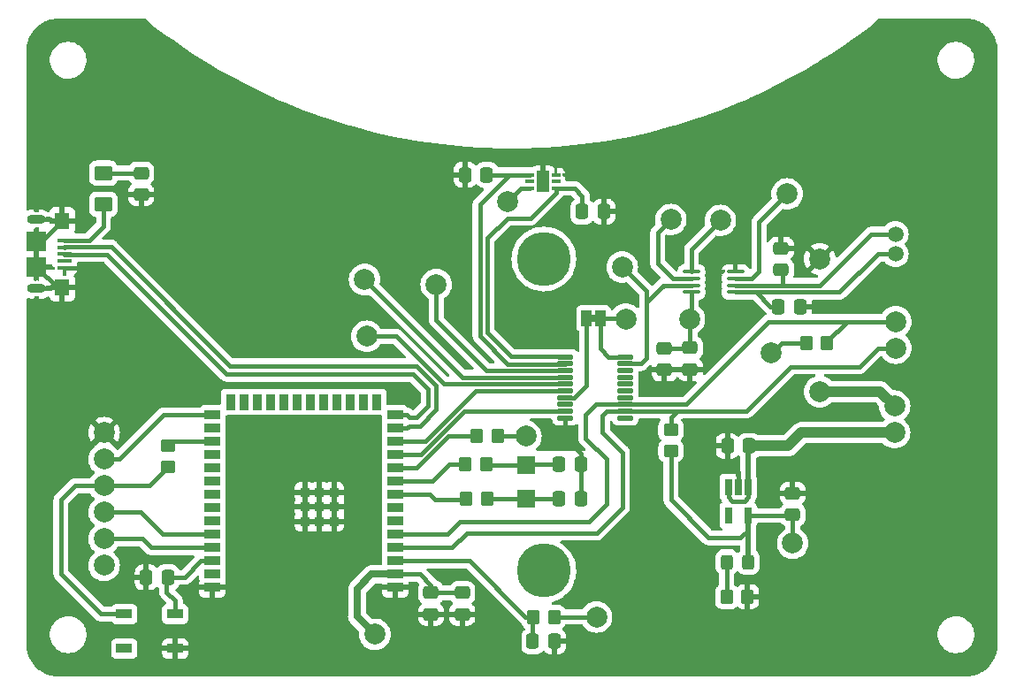
<source format=gbr>
G04 #@! TF.GenerationSoftware,KiCad,Pcbnew,6.0.11-2627ca5db0~126~ubuntu20.04.1*
G04 #@! TF.CreationDate,2023-03-06T11:35:15-05:00*
G04 #@! TF.ProjectId,water_meter,77617465-725f-46d6-9574-65722e6b6963,rev?*
G04 #@! TF.SameCoordinates,Original*
G04 #@! TF.FileFunction,Copper,L1,Top*
G04 #@! TF.FilePolarity,Positive*
%FSLAX46Y46*%
G04 Gerber Fmt 4.6, Leading zero omitted, Abs format (unit mm)*
G04 Created by KiCad (PCBNEW 6.0.11-2627ca5db0~126~ubuntu20.04.1) date 2023-03-06 11:35:15*
%MOMM*%
%LPD*%
G01*
G04 APERTURE LIST*
G04 Aperture macros list*
%AMRoundRect*
0 Rectangle with rounded corners*
0 $1 Rounding radius*
0 $2 $3 $4 $5 $6 $7 $8 $9 X,Y pos of 4 corners*
0 Add a 4 corners polygon primitive as box body*
4,1,4,$2,$3,$4,$5,$6,$7,$8,$9,$2,$3,0*
0 Add four circle primitives for the rounded corners*
1,1,$1+$1,$2,$3*
1,1,$1+$1,$4,$5*
1,1,$1+$1,$6,$7*
1,1,$1+$1,$8,$9*
0 Add four rect primitives between the rounded corners*
20,1,$1+$1,$2,$3,$4,$5,0*
20,1,$1+$1,$4,$5,$6,$7,0*
20,1,$1+$1,$6,$7,$8,$9,0*
20,1,$1+$1,$8,$9,$2,$3,0*%
G04 Aperture macros list end*
G04 #@! TA.AperFunction,SMDPad,CuDef*
%ADD10RoundRect,0.250000X0.475000X-0.337500X0.475000X0.337500X-0.475000X0.337500X-0.475000X-0.337500X0*%
G04 #@! TD*
G04 #@! TA.AperFunction,SMDPad,CuDef*
%ADD11RoundRect,0.250000X0.337500X0.475000X-0.337500X0.475000X-0.337500X-0.475000X0.337500X-0.475000X0*%
G04 #@! TD*
G04 #@! TA.AperFunction,SMDPad,CuDef*
%ADD12RoundRect,0.249999X-0.350001X-0.450001X0.350001X-0.450001X0.350001X0.450001X-0.350001X0.450001X0*%
G04 #@! TD*
G04 #@! TA.AperFunction,SMDPad,CuDef*
%ADD13RoundRect,0.249999X-0.325001X-0.450001X0.325001X-0.450001X0.325001X0.450001X-0.325001X0.450001X0*%
G04 #@! TD*
G04 #@! TA.AperFunction,SMDPad,CuDef*
%ADD14RoundRect,0.012800X0.357200X0.147200X-0.357200X0.147200X-0.357200X-0.147200X0.357200X-0.147200X0*%
G04 #@! TD*
G04 #@! TA.AperFunction,SMDPad,CuDef*
%ADD15R,1.300000X2.000000*%
G04 #@! TD*
G04 #@! TA.AperFunction,SMDPad,CuDef*
%ADD16R,1.000000X1.500000*%
G04 #@! TD*
G04 #@! TA.AperFunction,SMDPad,CuDef*
%ADD17R,1.350000X0.400000*%
G04 #@! TD*
G04 #@! TA.AperFunction,SMDPad,CuDef*
%ADD18R,1.400000X1.600000*%
G04 #@! TD*
G04 #@! TA.AperFunction,SMDPad,CuDef*
%ADD19R,1.900000X1.900000*%
G04 #@! TD*
G04 #@! TA.AperFunction,ComponentPad*
%ADD20O,1.800000X0.900000*%
G04 #@! TD*
G04 #@! TA.AperFunction,SMDPad,CuDef*
%ADD21RoundRect,0.020500X-0.719500X-0.184500X0.719500X-0.184500X0.719500X0.184500X-0.719500X0.184500X0*%
G04 #@! TD*
G04 #@! TA.AperFunction,ComponentPad*
%ADD22C,2.000000*%
G04 #@! TD*
G04 #@! TA.AperFunction,SMDPad,CuDef*
%ADD23RoundRect,0.250000X-0.337500X-0.475000X0.337500X-0.475000X0.337500X0.475000X-0.337500X0.475000X0*%
G04 #@! TD*
G04 #@! TA.AperFunction,SMDPad,CuDef*
%ADD24RoundRect,0.249999X-0.450001X0.350001X-0.450001X-0.350001X0.450001X-0.350001X0.450001X0.350001X0*%
G04 #@! TD*
G04 #@! TA.AperFunction,SMDPad,CuDef*
%ADD25RoundRect,0.249999X0.450001X-0.350001X0.450001X0.350001X-0.450001X0.350001X-0.450001X-0.350001X0*%
G04 #@! TD*
G04 #@! TA.AperFunction,SMDPad,CuDef*
%ADD26RoundRect,0.250000X-0.475000X0.337500X-0.475000X-0.337500X0.475000X-0.337500X0.475000X0.337500X0*%
G04 #@! TD*
G04 #@! TA.AperFunction,SMDPad,CuDef*
%ADD27R,1.800000X1.750000*%
G04 #@! TD*
G04 #@! TA.AperFunction,SMDPad,CuDef*
%ADD28RoundRect,0.249999X0.350001X0.450001X-0.350001X0.450001X-0.350001X-0.450001X0.350001X-0.450001X0*%
G04 #@! TD*
G04 #@! TA.AperFunction,SMDPad,CuDef*
%ADD29R,1.500000X0.900000*%
G04 #@! TD*
G04 #@! TA.AperFunction,SMDPad,CuDef*
%ADD30R,0.900000X1.500000*%
G04 #@! TD*
G04 #@! TA.AperFunction,SMDPad,CuDef*
%ADD31R,0.900000X0.900000*%
G04 #@! TD*
G04 #@! TA.AperFunction,SMDPad,CuDef*
%ADD32RoundRect,0.250000X-0.625000X0.462500X-0.625000X-0.462500X0.625000X-0.462500X0.625000X0.462500X0*%
G04 #@! TD*
G04 #@! TA.AperFunction,SMDPad,CuDef*
%ADD33R,0.650000X1.560000*%
G04 #@! TD*
G04 #@! TA.AperFunction,SMDPad,CuDef*
%ADD34C,2.000000*%
G04 #@! TD*
G04 #@! TA.AperFunction,SMDPad,CuDef*
%ADD35RoundRect,0.100000X0.712500X0.100000X-0.712500X0.100000X-0.712500X-0.100000X0.712500X-0.100000X0*%
G04 #@! TD*
G04 #@! TA.AperFunction,ComponentPad*
%ADD36C,1.500000*%
G04 #@! TD*
G04 #@! TA.AperFunction,ComponentPad*
%ADD37C,5.175000*%
G04 #@! TD*
G04 #@! TA.AperFunction,ViaPad*
%ADD38C,2.000000*%
G04 #@! TD*
G04 #@! TA.AperFunction,Conductor*
%ADD39C,0.700000*%
G04 #@! TD*
G04 #@! TA.AperFunction,Conductor*
%ADD40C,0.400000*%
G04 #@! TD*
G04 #@! TA.AperFunction,Conductor*
%ADD41C,1.000000*%
G04 #@! TD*
G04 #@! TA.AperFunction,Conductor*
%ADD42C,0.500000*%
G04 #@! TD*
G04 #@! TA.AperFunction,Conductor*
%ADD43C,0.300000*%
G04 #@! TD*
G04 APERTURE END LIST*
G36*
X168547500Y-135510000D02*
G01*
X168047500Y-135510000D01*
X168047500Y-134910000D01*
X168547500Y-134910000D01*
X168547500Y-135510000D01*
G37*
D10*
X187370000Y-154027500D03*
X187370000Y-151952500D03*
D11*
X183187500Y-147430000D03*
X181112500Y-147430000D03*
D12*
X181050000Y-161860000D03*
X183050000Y-161860000D03*
D13*
X181075000Y-158540000D03*
X183125000Y-158540000D03*
D14*
X164695000Y-122760000D03*
X164695000Y-122110000D03*
X164695000Y-121460000D03*
X162205000Y-121460000D03*
X162205000Y-122110000D03*
X162205000Y-122760000D03*
D15*
X163450000Y-122110000D03*
D16*
X167647500Y-135210000D03*
X168947500Y-135210000D03*
D17*
X117657500Y-127765750D03*
X117657500Y-128415750D03*
X117657500Y-129065750D03*
X117657500Y-129715750D03*
X117657500Y-130365750D03*
D18*
X117432500Y-125865750D03*
X117432500Y-132265750D03*
D19*
X114982500Y-130265750D03*
X114982500Y-127865750D03*
D20*
X114982500Y-125765750D03*
X114982500Y-132365750D03*
D21*
X165605000Y-138895000D03*
X165605000Y-139545000D03*
X165605000Y-140195000D03*
X165605000Y-140845000D03*
X165605000Y-141495000D03*
X165605000Y-142145000D03*
X165605000Y-142795000D03*
X165605000Y-143445000D03*
X165605000Y-144095000D03*
X165605000Y-144745000D03*
X171335000Y-144745000D03*
X171335000Y-144095000D03*
X171335000Y-143445000D03*
X171335000Y-142795000D03*
X171335000Y-142145000D03*
X171335000Y-141495000D03*
X171335000Y-140845000D03*
X171335000Y-140195000D03*
X171335000Y-139545000D03*
X171335000Y-138895000D03*
D22*
X121440000Y-146160000D03*
X121440000Y-148700000D03*
X121440000Y-151240000D03*
X121440000Y-153780000D03*
X121440000Y-156320000D03*
X121440000Y-158860000D03*
D23*
X162482500Y-166150000D03*
X164557500Y-166150000D03*
D24*
X175710000Y-145870000D03*
X175710000Y-147870000D03*
D25*
X127600000Y-149400000D03*
X127600000Y-147400000D03*
D26*
X152740000Y-161472500D03*
X152740000Y-163547500D03*
X155740000Y-161472500D03*
X155740000Y-163547500D03*
D12*
X156120000Y-152515000D03*
X158120000Y-152515000D03*
X162520000Y-163820000D03*
X164520000Y-163820000D03*
X156020000Y-149215000D03*
X158020000Y-149215000D03*
D27*
X161820000Y-149240000D03*
X161820000Y-152490000D03*
D11*
X167057500Y-149160000D03*
X164982500Y-149160000D03*
D28*
X190660000Y-137550000D03*
X188660000Y-137550000D03*
D11*
X167057500Y-152490000D03*
X164982500Y-152490000D03*
D29*
X149310000Y-160980000D03*
X149310000Y-159710000D03*
X149310000Y-158440000D03*
X149310000Y-157170000D03*
X149310000Y-155900000D03*
X149310000Y-154630000D03*
X149310000Y-153360000D03*
X149310000Y-152090000D03*
X149310000Y-150820000D03*
X149310000Y-149550000D03*
X149310000Y-148280000D03*
X149310000Y-147010000D03*
X149310000Y-145740000D03*
X149310000Y-144470000D03*
D30*
X147545000Y-143220000D03*
X146275000Y-143220000D03*
X145005000Y-143220000D03*
X143735000Y-143220000D03*
X142465000Y-143220000D03*
X141195000Y-143220000D03*
X139925000Y-143220000D03*
X138655000Y-143220000D03*
X137385000Y-143220000D03*
X136115000Y-143220000D03*
X134845000Y-143220000D03*
X133575000Y-143220000D03*
D29*
X131810000Y-144470000D03*
X131810000Y-145740000D03*
X131810000Y-147010000D03*
X131810000Y-148280000D03*
X131810000Y-149550000D03*
X131810000Y-150820000D03*
X131810000Y-152090000D03*
X131810000Y-153360000D03*
X131810000Y-154630000D03*
X131810000Y-155900000D03*
X131810000Y-157170000D03*
X131810000Y-158440000D03*
X131810000Y-159710000D03*
X131810000Y-160980000D03*
D31*
X142060000Y-154660000D03*
X140660000Y-154660000D03*
X142060000Y-151860000D03*
X143460000Y-153260000D03*
X142060000Y-153260000D03*
X140660000Y-153260000D03*
X143460000Y-151860000D03*
X140660000Y-151860000D03*
X143460000Y-154660000D03*
D12*
X157100000Y-146510000D03*
X159100000Y-146510000D03*
D10*
X125000000Y-123367500D03*
X125000000Y-121292500D03*
D32*
X121375750Y-121312500D03*
X121375750Y-124287500D03*
D33*
X183100000Y-151380000D03*
X182150000Y-151380000D03*
X181200000Y-151380000D03*
X181200000Y-154080000D03*
X183100000Y-154080000D03*
D22*
X197125000Y-146150000D03*
X197125000Y-143610000D03*
D10*
X177540000Y-140117500D03*
X177540000Y-138042500D03*
X175090000Y-140157500D03*
X175090000Y-138082500D03*
D34*
X186830000Y-123290000D03*
X146370000Y-131490000D03*
X171060000Y-130300000D03*
X153240000Y-131960000D03*
D26*
X186260000Y-128492500D03*
X186260000Y-130567500D03*
D35*
X181902500Y-132705000D03*
X181902500Y-132055000D03*
X181902500Y-131405000D03*
X181902500Y-130755000D03*
X177677500Y-130755000D03*
X177677500Y-131405000D03*
X177677500Y-132055000D03*
X177677500Y-132705000D03*
D23*
X167212500Y-124990000D03*
X169287500Y-124990000D03*
D22*
X197235000Y-135530000D03*
X197235000Y-138070000D03*
D11*
X188087500Y-134090000D03*
X186012500Y-134090000D03*
D29*
X123360000Y-163520000D03*
X123360000Y-166820000D03*
X128260000Y-166820000D03*
X128260000Y-163520000D03*
D34*
X175700000Y-125740000D03*
X180440000Y-125830000D03*
X146600000Y-136920000D03*
D36*
X197220000Y-129040000D03*
X197220000Y-127140000D03*
D11*
X158077500Y-121470000D03*
X156002500Y-121470000D03*
X127547500Y-160010000D03*
X125472500Y-160010000D03*
D22*
X189965000Y-142230000D03*
X189965000Y-129530000D03*
D37*
X163545000Y-129530000D03*
X163545000Y-159380000D03*
D38*
X177480000Y-135260000D03*
X147370000Y-165470000D03*
X161820000Y-146500000D03*
X185290000Y-138550000D03*
X168590000Y-163800000D03*
X171410000Y-135280000D03*
X187370000Y-156740000D03*
X160040000Y-124040000D03*
D39*
X147370000Y-165470000D02*
X145650000Y-163750000D01*
X147070000Y-159710000D02*
X149310000Y-159710000D01*
X145650000Y-163750000D02*
X145650000Y-161130000D01*
X145650000Y-161130000D02*
X147070000Y-159710000D01*
D40*
X162205000Y-122760000D02*
X161320000Y-122760000D01*
X161320000Y-122760000D02*
X160040000Y-124040000D01*
X181200000Y-151380000D02*
X181200000Y-152330000D01*
X181200000Y-152330000D02*
X181580000Y-152710000D01*
X181580000Y-152710000D02*
X182780000Y-152710000D01*
X182780000Y-152710000D02*
X183140000Y-152350000D01*
X183140000Y-152350000D02*
X183140000Y-151420000D01*
X183140000Y-151420000D02*
X183100000Y-151380000D01*
X161820000Y-152490000D02*
X164982500Y-152490000D01*
X158120000Y-152515000D02*
X161795000Y-152515000D01*
X161795000Y-152515000D02*
X161820000Y-152490000D01*
X167057500Y-149160000D02*
X167057500Y-148137500D01*
X116982500Y-132265750D02*
X114982500Y-130265750D01*
X167057500Y-148137500D02*
X166595000Y-147675000D01*
X117432500Y-132265750D02*
X116982500Y-132265750D01*
X182150000Y-151380000D02*
X182150000Y-149920000D01*
X167057500Y-152490000D02*
X167057500Y-149160000D01*
X114982500Y-127865750D02*
X115432500Y-127865750D01*
X117657500Y-130365750D02*
X119365750Y-130365750D01*
X181112500Y-148882500D02*
X181112500Y-147430000D01*
X182150000Y-149920000D02*
X181112500Y-148882500D01*
X115432500Y-127865750D02*
X117432500Y-125865750D01*
X119365750Y-130365750D02*
X119370000Y-130370000D01*
X161820000Y-149240000D02*
X158045000Y-149240000D01*
X164982500Y-149160000D02*
X161900000Y-149160000D01*
X161900000Y-149160000D02*
X161820000Y-149240000D01*
X158045000Y-149240000D02*
X158020000Y-149215000D01*
X181050000Y-161860000D02*
X181050000Y-158565000D01*
X181050000Y-158565000D02*
X181075000Y-158540000D01*
X156410000Y-158440000D02*
X161790000Y-163820000D01*
X149310000Y-158440000D02*
X156410000Y-158440000D01*
X162482500Y-163857500D02*
X162520000Y-163820000D01*
X161790000Y-163820000D02*
X162520000Y-163820000D01*
X162482500Y-166150000D02*
X162482500Y-163857500D01*
X133515686Y-139760000D02*
X122146436Y-128390750D01*
X151670686Y-145505000D02*
X153250000Y-143925686D01*
X150435001Y-145740000D02*
X150670001Y-145505000D01*
X122146436Y-128390750D02*
X117682500Y-128390750D01*
X117682500Y-128390750D02*
X117657500Y-128415750D01*
X151355686Y-139760000D02*
X133515686Y-139760000D01*
X153250000Y-141654314D02*
X151355686Y-139760000D01*
X149310000Y-145740000D02*
X150435001Y-145740000D01*
X153250000Y-143925686D02*
X153250000Y-141654314D01*
X150670001Y-145505000D02*
X151670686Y-145505000D01*
X151024314Y-140560000D02*
X152450000Y-141985686D01*
X151339314Y-144705000D02*
X150670001Y-144705000D01*
X117657500Y-129065750D02*
X117682500Y-129090750D01*
X117682500Y-129090750D02*
X121715064Y-129090750D01*
X152450000Y-141985686D02*
X152450000Y-143594314D01*
X121715064Y-129090750D02*
X133184314Y-140560000D01*
X133184314Y-140560000D02*
X151024314Y-140560000D01*
X150435001Y-144470000D02*
X149310000Y-144470000D01*
X150670001Y-144705000D02*
X150435001Y-144470000D01*
X152450000Y-143594314D02*
X151339314Y-144705000D01*
X165605000Y-140195000D02*
X158055000Y-140195000D01*
D41*
X186920000Y-147430000D02*
X183187500Y-147430000D01*
D42*
X183100000Y-151380000D02*
X183100000Y-147517500D01*
D40*
X158055000Y-140195000D02*
X153240000Y-135380000D01*
X153240000Y-135380000D02*
X153240000Y-131960000D01*
D41*
X188200000Y-146150000D02*
X186920000Y-147430000D01*
D42*
X183100000Y-147517500D02*
X183187500Y-147430000D01*
D41*
X197125000Y-146150000D02*
X188200000Y-146150000D01*
D40*
X121375750Y-126374250D02*
X121375750Y-124287500D01*
X119984250Y-127765750D02*
X121375750Y-126374250D01*
X117657500Y-127765750D02*
X119984250Y-127765750D01*
X125000000Y-121292500D02*
X121395750Y-121292500D01*
X121395750Y-121292500D02*
X121375750Y-121312500D01*
X187370000Y-154027500D02*
X187370000Y-156740000D01*
X117300000Y-159680000D02*
X117300000Y-152590000D01*
X188660000Y-137550000D02*
X186290000Y-137550000D01*
X118650000Y-151240000D02*
X121440000Y-151240000D01*
D42*
X183100000Y-154080000D02*
X183100000Y-155500000D01*
D40*
X171340000Y-135210000D02*
X171410000Y-135280000D01*
X177677500Y-132705000D02*
X177677500Y-134632500D01*
X177540000Y-138042500D02*
X177540000Y-134870000D01*
X117300000Y-152590000D02*
X118650000Y-151240000D01*
X151690000Y-159710000D02*
X152740000Y-160760000D01*
X175710000Y-152600000D02*
X179330000Y-156220000D01*
D42*
X183100000Y-158515000D02*
X183125000Y-158540000D01*
D40*
X159100000Y-146510000D02*
X161810000Y-146510000D01*
X177500000Y-138082500D02*
X177540000Y-138042500D01*
X168590000Y-163800000D02*
X164540000Y-163800000D01*
X175090000Y-138082500D02*
X177500000Y-138082500D01*
X177540000Y-134870000D02*
X177490000Y-134820000D01*
X187317500Y-154080000D02*
X183100000Y-154080000D01*
X168947500Y-138097500D02*
X169745000Y-138895000D01*
X182380000Y-156220000D02*
X183100000Y-155500000D01*
X152740000Y-160760000D02*
X152740000Y-161472500D01*
X179330000Y-156220000D02*
X182380000Y-156220000D01*
X175710000Y-147870000D02*
X175710000Y-152600000D01*
X168947500Y-135210000D02*
X171340000Y-135210000D01*
X164540000Y-163800000D02*
X164520000Y-163820000D01*
X155740000Y-161472500D02*
X152740000Y-161472500D01*
X123360000Y-163520000D02*
X121140000Y-163520000D01*
X121440000Y-151240000D02*
X125760000Y-151240000D01*
X161810000Y-146510000D02*
X161820000Y-146500000D01*
X186290000Y-137550000D02*
X185290000Y-138550000D01*
X149310000Y-159710000D02*
X151690000Y-159710000D01*
X125760000Y-151240000D02*
X127600000Y-149400000D01*
X168947500Y-135210000D02*
X168947500Y-138097500D01*
X169745000Y-138895000D02*
X171335000Y-138895000D01*
X177677500Y-134632500D02*
X177490000Y-134820000D01*
D42*
X183100000Y-155500000D02*
X183100000Y-158515000D01*
D40*
X121140000Y-163520000D02*
X117300000Y-159680000D01*
X131810000Y-157170000D02*
X125970000Y-157170000D01*
X125120000Y-156320000D02*
X121440000Y-156320000D01*
X125970000Y-157170000D02*
X125120000Y-156320000D01*
X131810000Y-155900000D02*
X127090000Y-155900000D01*
X124950000Y-153780000D02*
X121440000Y-153780000D01*
X124960000Y-153770000D02*
X124950000Y-153780000D01*
X127090000Y-155900000D02*
X124960000Y-153770000D01*
X127130000Y-144470000D02*
X131810000Y-144470000D01*
X122900000Y-148700000D02*
X127130000Y-144470000D01*
X121440000Y-148700000D02*
X122900000Y-148700000D01*
X166453677Y-142795000D02*
X167647500Y-141601177D01*
X165605000Y-142795000D02*
X166453677Y-142795000D01*
X167647500Y-141601177D02*
X167647500Y-135210000D01*
X153100000Y-152530000D02*
X156105000Y-152530000D01*
X152660000Y-152090000D02*
X153100000Y-152530000D01*
X149310000Y-152090000D02*
X152660000Y-152090000D01*
X156105000Y-152530000D02*
X156120000Y-152515000D01*
X152850000Y-150820000D02*
X154455000Y-149215000D01*
X149310000Y-150820000D02*
X152850000Y-150820000D01*
X154455000Y-149215000D02*
X156020000Y-149215000D01*
X154379140Y-146510000D02*
X157100000Y-146510000D01*
X151339140Y-149550000D02*
X154379140Y-146510000D01*
X149310000Y-149550000D02*
X151339140Y-149550000D01*
X155540000Y-154660000D02*
X167850000Y-154660000D01*
X177677500Y-131405000D02*
X175865000Y-131405000D01*
X149310000Y-155900000D02*
X154300000Y-155900000D01*
X185060000Y-135530000D02*
X192570000Y-135530000D01*
X174450000Y-126990000D02*
X175700000Y-125740000D01*
X167850000Y-154660000D02*
X169540000Y-152970000D01*
X167560000Y-144430000D02*
X168545000Y-143445000D01*
X167560000Y-146700000D02*
X167560000Y-144430000D01*
X177145000Y-143445000D02*
X185060000Y-135530000D01*
X171335000Y-143445000D02*
X177145000Y-143445000D01*
X190660000Y-137550000D02*
X190660000Y-137440000D01*
X190660000Y-137440000D02*
X192570000Y-135530000D01*
X175865000Y-131405000D02*
X174450000Y-129990000D01*
X192570000Y-135530000D02*
X197235000Y-135530000D01*
X154300000Y-155900000D02*
X155540000Y-154660000D01*
X169540000Y-152970000D02*
X169540000Y-148680000D01*
X168545000Y-143445000D02*
X171335000Y-143445000D01*
X169540000Y-148680000D02*
X167560000Y-146700000D01*
X174450000Y-129990000D02*
X174450000Y-126990000D01*
X175710000Y-144720000D02*
X176335000Y-144095000D01*
X182895000Y-144095000D02*
X187150000Y-139840000D01*
X193780000Y-139840000D02*
X195550000Y-138070000D01*
X156160000Y-155790000D02*
X154780000Y-157170000D01*
X177677500Y-128592500D02*
X180440000Y-125830000D01*
X169160000Y-144530000D02*
X169160000Y-146140000D01*
X187150000Y-139840000D02*
X193780000Y-139840000D01*
X169160000Y-146140000D02*
X171060000Y-148040000D01*
X171335000Y-144095000D02*
X169595000Y-144095000D01*
X195550000Y-138070000D02*
X197235000Y-138070000D01*
X169595000Y-144095000D02*
X169160000Y-144530000D01*
X171060000Y-148040000D02*
X171060000Y-153350000D01*
X175710000Y-145870000D02*
X175710000Y-144720000D01*
X168620000Y-155790000D02*
X156160000Y-155790000D01*
X176335000Y-144095000D02*
X182895000Y-144095000D01*
X171335000Y-144095000D02*
X176335000Y-144095000D01*
X154780000Y-157170000D02*
X149310000Y-157170000D01*
X171060000Y-153350000D02*
X168620000Y-155790000D01*
X177677500Y-130755000D02*
X177677500Y-128592500D01*
X127600000Y-147400000D02*
X127990000Y-147010000D01*
X127990000Y-147010000D02*
X131810000Y-147010000D01*
X157047084Y-142145000D02*
X165605000Y-142145000D01*
X149310000Y-147010000D02*
X152182084Y-147010000D01*
X152182084Y-147010000D02*
X157047084Y-142145000D01*
X155945612Y-144095000D02*
X165605000Y-144095000D01*
X151760612Y-148280000D02*
X155945612Y-144095000D01*
X149310000Y-148280000D02*
X151760612Y-148280000D01*
X160394976Y-138870000D02*
X165580000Y-138870000D01*
X165580000Y-138870000D02*
X165605000Y-138895000D01*
X164695000Y-122760000D02*
X166490000Y-122760000D01*
X164695000Y-122760000D02*
X164695000Y-123198187D01*
X158130000Y-127520000D02*
X158130000Y-136605024D01*
X160030000Y-125620000D02*
X158130000Y-127520000D01*
X158130000Y-136605024D02*
X160394976Y-138870000D01*
X162273187Y-125620000D02*
X160030000Y-125620000D01*
X167212500Y-123482500D02*
X167212500Y-124990000D01*
X166490000Y-122760000D02*
X167212500Y-123482500D01*
X164695000Y-123198187D02*
X162273187Y-125620000D01*
X157430000Y-136894976D02*
X157430000Y-124280000D01*
D43*
X158087500Y-121460000D02*
X158077500Y-121470000D01*
D40*
X160105024Y-139570000D02*
X157430000Y-136894976D01*
X165605000Y-139545000D02*
X165580000Y-139570000D01*
X165580000Y-139570000D02*
X160105024Y-139570000D01*
X160250000Y-121460000D02*
X158087500Y-121460000D01*
X161450000Y-121460000D02*
X160250000Y-121460000D01*
X162205000Y-121460000D02*
X161450000Y-121460000D01*
X157430000Y-124280000D02*
X160250000Y-121460000D01*
X128260000Y-163520000D02*
X128260000Y-162250000D01*
X129160000Y-160010000D02*
X127547500Y-160010000D01*
X130730000Y-158440000D02*
X129160000Y-160010000D01*
X127430000Y-160127500D02*
X127547500Y-160010000D01*
X131810000Y-158440000D02*
X130730000Y-158440000D01*
X128260000Y-162250000D02*
X127430000Y-161420000D01*
X127430000Y-161420000D02*
X127430000Y-160127500D01*
X195520000Y-129040000D02*
X191855000Y-132705000D01*
X186012500Y-134090000D02*
X185240000Y-134090000D01*
X183855000Y-132705000D02*
X181902500Y-132705000D01*
X197220000Y-129040000D02*
X195520000Y-129040000D01*
X185240000Y-134090000D02*
X183855000Y-132705000D01*
X184915000Y-132705000D02*
X183855000Y-132705000D01*
X191855000Y-132705000D02*
X184915000Y-132705000D01*
X181902500Y-132055000D02*
X186385000Y-132055000D01*
X194890000Y-127140000D02*
X197220000Y-127140000D01*
X186385000Y-132055000D02*
X189975000Y-132055000D01*
X186385000Y-130692500D02*
X186260000Y-130567500D01*
X186385000Y-132055000D02*
X186385000Y-130692500D01*
X189975000Y-132055000D02*
X194890000Y-127140000D01*
X173360000Y-133720000D02*
X174750000Y-132330000D01*
X173360000Y-132600000D02*
X171060000Y-130300000D01*
X174750000Y-132330000D02*
X175025000Y-132055000D01*
X175025000Y-132055000D02*
X177677500Y-132055000D01*
X175010000Y-132070000D02*
X174750000Y-132330000D01*
X171335000Y-139545000D02*
X172815000Y-139545000D01*
X173360000Y-133720000D02*
X173360000Y-132600000D01*
X172815000Y-139545000D02*
X173360000Y-139000000D01*
X173360000Y-139000000D02*
X173360000Y-133720000D01*
D41*
X189965000Y-142230000D02*
X195745000Y-142230000D01*
X195745000Y-142230000D02*
X197125000Y-143610000D01*
D40*
X155725000Y-140845000D02*
X146370000Y-131490000D01*
X165605000Y-140845000D02*
X155725000Y-140845000D01*
X149380000Y-136920000D02*
X146600000Y-136920000D01*
X165605000Y-141495000D02*
X153955000Y-141495000D01*
X153955000Y-141495000D02*
X149380000Y-136920000D01*
X184140000Y-125980000D02*
X186830000Y-123290000D01*
X184140000Y-130690000D02*
X184140000Y-125980000D01*
X183425000Y-131405000D02*
X184140000Y-130690000D01*
X181902500Y-131405000D02*
X183425000Y-131405000D01*
G04 #@! TA.AperFunction,Conductor*
G36*
X125339508Y-106528502D02*
G01*
X125349635Y-106535742D01*
X126328365Y-107311230D01*
X127504375Y-108193744D01*
X127505063Y-108194232D01*
X127505080Y-108194245D01*
X128033375Y-108569409D01*
X128703167Y-109045056D01*
X129923911Y-109864577D01*
X129959179Y-109886932D01*
X131165090Y-110651314D01*
X131165116Y-110651330D01*
X131165766Y-110651742D01*
X131166463Y-110652159D01*
X131166480Y-110652169D01*
X131600694Y-110911665D01*
X132427874Y-111406007D01*
X133709364Y-112126851D01*
X135009350Y-112813778D01*
X135010086Y-112814142D01*
X135010085Y-112814142D01*
X136326254Y-113465975D01*
X136326270Y-113465983D01*
X136326935Y-113466312D01*
X136327598Y-113466619D01*
X136327619Y-113466629D01*
X137541537Y-114028602D01*
X137661210Y-114084004D01*
X137661963Y-114084329D01*
X137661979Y-114084336D01*
X138068489Y-114259708D01*
X139011254Y-114666425D01*
X140376133Y-115213176D01*
X141754907Y-115723877D01*
X141755683Y-115724142D01*
X141755707Y-115724150D01*
X142522784Y-115985571D01*
X143146622Y-116198177D01*
X143147434Y-116198430D01*
X144549510Y-116635495D01*
X144549523Y-116635499D01*
X144550319Y-116635747D01*
X145388434Y-116873039D01*
X145964277Y-117036075D01*
X145964300Y-117036081D01*
X145965027Y-117036287D01*
X147389771Y-117399519D01*
X148823566Y-117725192D01*
X148824347Y-117725348D01*
X148824366Y-117725352D01*
X150264575Y-118012913D01*
X150264598Y-118012917D01*
X150265423Y-118013082D01*
X151714347Y-118262990D01*
X151715134Y-118263104D01*
X151715162Y-118263109D01*
X153168455Y-118474615D01*
X153168471Y-118474617D01*
X153169336Y-118474743D01*
X153170178Y-118474843D01*
X153170208Y-118474847D01*
X154628549Y-118648096D01*
X154628582Y-118648099D01*
X154629386Y-118648195D01*
X154630198Y-118648270D01*
X154630199Y-118648270D01*
X156092684Y-118783153D01*
X156092702Y-118783154D01*
X156093489Y-118783227D01*
X156094319Y-118783282D01*
X156094324Y-118783282D01*
X157559783Y-118879689D01*
X157559787Y-118879689D01*
X157560635Y-118879745D01*
X157561449Y-118879777D01*
X157561485Y-118879779D01*
X158317483Y-118909591D01*
X159029810Y-118937682D01*
X159030576Y-118937692D01*
X159030611Y-118937693D01*
X160499163Y-118956988D01*
X160500000Y-118956999D01*
X160500837Y-118956988D01*
X161969389Y-118937693D01*
X161969424Y-118937692D01*
X161970190Y-118937682D01*
X162682517Y-118909591D01*
X163438515Y-118879779D01*
X163438551Y-118879777D01*
X163439365Y-118879745D01*
X163440213Y-118879689D01*
X163440217Y-118879689D01*
X164905676Y-118783282D01*
X164905681Y-118783282D01*
X164906511Y-118783227D01*
X164907298Y-118783154D01*
X164907316Y-118783153D01*
X166369801Y-118648270D01*
X166369802Y-118648270D01*
X166370614Y-118648195D01*
X166371418Y-118648099D01*
X166371451Y-118648096D01*
X167829792Y-118474847D01*
X167829822Y-118474843D01*
X167830664Y-118474743D01*
X167831529Y-118474617D01*
X167831545Y-118474615D01*
X169284838Y-118263109D01*
X169284866Y-118263104D01*
X169285653Y-118262990D01*
X170734577Y-118013082D01*
X170735402Y-118012917D01*
X170735425Y-118012913D01*
X172175634Y-117725352D01*
X172175653Y-117725348D01*
X172176434Y-117725192D01*
X173610229Y-117399519D01*
X175034973Y-117036287D01*
X175035700Y-117036081D01*
X175035723Y-117036075D01*
X175611566Y-116873039D01*
X176449681Y-116635747D01*
X176450477Y-116635499D01*
X176450490Y-116635495D01*
X177852566Y-116198430D01*
X177853378Y-116198177D01*
X178477216Y-115985571D01*
X179244293Y-115724150D01*
X179244317Y-115724142D01*
X179245093Y-115723877D01*
X180623867Y-115213176D01*
X181988746Y-114666425D01*
X182931511Y-114259708D01*
X183338021Y-114084336D01*
X183338037Y-114084329D01*
X183338790Y-114084004D01*
X183458463Y-114028602D01*
X184672381Y-113466629D01*
X184672402Y-113466619D01*
X184673065Y-113466312D01*
X184673730Y-113465983D01*
X184673746Y-113465975D01*
X185989915Y-112814142D01*
X185989914Y-112814142D01*
X185990650Y-112813778D01*
X187290636Y-112126851D01*
X188572126Y-111406007D01*
X189399306Y-110911665D01*
X189833520Y-110652169D01*
X189833537Y-110652159D01*
X189834234Y-110651742D01*
X189834884Y-110651330D01*
X189834910Y-110651314D01*
X189903788Y-110607655D01*
X201239858Y-110607655D01*
X201275104Y-110866638D01*
X201276412Y-110871124D01*
X201276412Y-110871126D01*
X201296098Y-110938664D01*
X201348243Y-111117567D01*
X201457668Y-111354928D01*
X201460231Y-111358837D01*
X201598410Y-111569596D01*
X201598414Y-111569601D01*
X201600976Y-111573509D01*
X201775018Y-111768506D01*
X201975970Y-111935637D01*
X201979973Y-111938066D01*
X202195422Y-112068804D01*
X202195426Y-112068806D01*
X202199419Y-112071229D01*
X202440455Y-112172303D01*
X202693783Y-112236641D01*
X202698434Y-112237109D01*
X202698438Y-112237110D01*
X202891308Y-112256531D01*
X202910867Y-112258500D01*
X203066354Y-112258500D01*
X203068679Y-112258327D01*
X203068685Y-112258327D01*
X203256000Y-112244407D01*
X203256004Y-112244406D01*
X203260652Y-112244061D01*
X203265200Y-112243032D01*
X203265206Y-112243031D01*
X203451601Y-112200853D01*
X203515577Y-112186377D01*
X203551769Y-112172303D01*
X203754824Y-112093340D01*
X203754827Y-112093339D01*
X203759177Y-112091647D01*
X203986098Y-111961951D01*
X204191357Y-111800138D01*
X204370443Y-111609763D01*
X204511501Y-111406430D01*
X204516759Y-111398851D01*
X204516761Y-111398848D01*
X204519424Y-111395009D01*
X204635025Y-111160593D01*
X204714707Y-110911665D01*
X204756721Y-110653693D01*
X204760142Y-110392345D01*
X204724896Y-110133362D01*
X204710473Y-110083877D01*
X204653068Y-109886932D01*
X204651757Y-109882433D01*
X204542332Y-109645072D01*
X204474507Y-109541621D01*
X204401590Y-109430404D01*
X204401586Y-109430399D01*
X204399024Y-109426491D01*
X204224982Y-109231494D01*
X204024030Y-109064363D01*
X203932432Y-109008780D01*
X203804578Y-108931196D01*
X203804574Y-108931194D01*
X203800581Y-108928771D01*
X203559545Y-108827697D01*
X203306217Y-108763359D01*
X203301566Y-108762891D01*
X203301562Y-108762890D01*
X203092271Y-108741816D01*
X203089133Y-108741500D01*
X202933646Y-108741500D01*
X202931321Y-108741673D01*
X202931315Y-108741673D01*
X202744000Y-108755593D01*
X202743996Y-108755594D01*
X202739348Y-108755939D01*
X202734800Y-108756968D01*
X202734794Y-108756969D01*
X202548399Y-108799147D01*
X202484423Y-108813623D01*
X202480071Y-108815315D01*
X202480069Y-108815316D01*
X202245176Y-108906660D01*
X202245173Y-108906661D01*
X202240823Y-108908353D01*
X202013902Y-109038049D01*
X201808643Y-109199862D01*
X201629557Y-109390237D01*
X201480576Y-109604991D01*
X201364975Y-109839407D01*
X201363553Y-109843850D01*
X201363552Y-109843852D01*
X201352564Y-109878179D01*
X201285293Y-110088335D01*
X201243279Y-110346307D01*
X201239858Y-110607655D01*
X189903788Y-110607655D01*
X191040821Y-109886932D01*
X191076089Y-109864577D01*
X192296833Y-109045056D01*
X192966625Y-108569409D01*
X193494920Y-108194245D01*
X193494937Y-108194232D01*
X193495625Y-108193744D01*
X194671635Y-107311230D01*
X195650365Y-106535743D01*
X195716179Y-106509115D01*
X195728614Y-106508500D01*
X203950633Y-106508500D01*
X203970018Y-106510000D01*
X203984851Y-106512310D01*
X203984855Y-106512310D01*
X203993724Y-106513691D01*
X204012436Y-106511244D01*
X204035366Y-106510353D01*
X204306103Y-106524542D01*
X204319209Y-106525919D01*
X204534134Y-106559960D01*
X204615445Y-106572838D01*
X204628345Y-106575580D01*
X204773196Y-106614393D01*
X204918052Y-106653207D01*
X204930586Y-106657279D01*
X205210587Y-106764762D01*
X205222635Y-106770126D01*
X205489870Y-106906289D01*
X205501286Y-106912880D01*
X205752832Y-107076236D01*
X205763495Y-107083984D01*
X205996573Y-107272727D01*
X206006374Y-107281552D01*
X206218448Y-107493626D01*
X206227273Y-107503427D01*
X206416016Y-107736505D01*
X206423764Y-107747168D01*
X206587117Y-107998709D01*
X206593711Y-108010130D01*
X206729874Y-108277365D01*
X206735238Y-108289413D01*
X206842719Y-108569409D01*
X206846795Y-108581953D01*
X206924420Y-108871655D01*
X206927162Y-108884555D01*
X206956115Y-109067355D01*
X206974080Y-109180785D01*
X206975458Y-109193899D01*
X206977428Y-109231494D01*
X206989262Y-109457299D01*
X206987935Y-109483276D01*
X206987691Y-109484846D01*
X206987691Y-109484850D01*
X206986309Y-109493724D01*
X206987473Y-109502626D01*
X206987473Y-109502628D01*
X206990436Y-109525283D01*
X206991500Y-109541621D01*
X206991500Y-166450633D01*
X206990000Y-166470018D01*
X206987690Y-166484851D01*
X206987690Y-166484855D01*
X206986309Y-166493724D01*
X206988135Y-166507683D01*
X206988756Y-166512433D01*
X206989647Y-166535366D01*
X206977272Y-166771494D01*
X206975458Y-166806099D01*
X206974081Y-166819209D01*
X206955641Y-166935637D01*
X206927162Y-167115445D01*
X206924420Y-167128345D01*
X206889630Y-167258184D01*
X206854952Y-167387606D01*
X206846795Y-167418047D01*
X206842721Y-167430586D01*
X206812890Y-167508297D01*
X206735238Y-167710587D01*
X206729874Y-167722635D01*
X206593711Y-167989870D01*
X206587120Y-168001286D01*
X206423764Y-168252832D01*
X206416016Y-168263495D01*
X206227273Y-168496573D01*
X206218448Y-168506374D01*
X206006374Y-168718448D01*
X205996573Y-168727273D01*
X205763495Y-168916016D01*
X205752832Y-168923764D01*
X205501286Y-169087120D01*
X205489870Y-169093711D01*
X205222635Y-169229874D01*
X205210588Y-169235237D01*
X204930586Y-169342721D01*
X204918052Y-169346793D01*
X204773196Y-169385608D01*
X204628345Y-169424420D01*
X204615445Y-169427162D01*
X204534134Y-169440040D01*
X204319209Y-169474081D01*
X204306101Y-169475458D01*
X204230937Y-169479397D01*
X204042701Y-169489262D01*
X204016724Y-169487935D01*
X204015154Y-169487691D01*
X204015150Y-169487691D01*
X204006276Y-169486309D01*
X203997374Y-169487473D01*
X203997372Y-169487473D01*
X203982323Y-169489441D01*
X203974714Y-169490436D01*
X203958379Y-169491500D01*
X117049367Y-169491500D01*
X117029982Y-169490000D01*
X117015149Y-169487690D01*
X117015145Y-169487690D01*
X117006276Y-169486309D01*
X116987564Y-169488756D01*
X116964634Y-169489647D01*
X116693897Y-169475458D01*
X116680791Y-169474081D01*
X116465866Y-169440040D01*
X116384555Y-169427162D01*
X116371655Y-169424420D01*
X116226804Y-169385608D01*
X116081948Y-169346793D01*
X116069414Y-169342721D01*
X115789412Y-169235237D01*
X115777365Y-169229874D01*
X115510130Y-169093711D01*
X115498714Y-169087120D01*
X115247168Y-168923764D01*
X115236505Y-168916016D01*
X115003427Y-168727273D01*
X114993626Y-168718448D01*
X114781552Y-168506374D01*
X114772727Y-168496573D01*
X114583984Y-168263495D01*
X114576236Y-168252832D01*
X114412880Y-168001286D01*
X114406289Y-167989870D01*
X114270126Y-167722635D01*
X114264762Y-167710587D01*
X114187110Y-167508297D01*
X114157279Y-167430586D01*
X114153205Y-167418047D01*
X114145049Y-167387606D01*
X114126434Y-167318134D01*
X122101500Y-167318134D01*
X122108255Y-167380316D01*
X122159385Y-167516705D01*
X122246739Y-167633261D01*
X122363295Y-167720615D01*
X122499684Y-167771745D01*
X122561866Y-167778500D01*
X124158134Y-167778500D01*
X124220316Y-167771745D01*
X124356705Y-167720615D01*
X124473261Y-167633261D01*
X124560615Y-167516705D01*
X124611745Y-167380316D01*
X124618500Y-167318134D01*
X124618500Y-167314669D01*
X127002001Y-167314669D01*
X127002371Y-167321490D01*
X127007895Y-167372352D01*
X127011521Y-167387604D01*
X127056676Y-167508054D01*
X127065214Y-167523649D01*
X127141715Y-167625724D01*
X127154276Y-167638285D01*
X127256351Y-167714786D01*
X127271946Y-167723324D01*
X127392394Y-167768478D01*
X127407649Y-167772105D01*
X127458514Y-167777631D01*
X127465328Y-167778000D01*
X127987885Y-167778000D01*
X128003124Y-167773525D01*
X128004329Y-167772135D01*
X128006000Y-167764452D01*
X128006000Y-167759884D01*
X128514000Y-167759884D01*
X128518475Y-167775123D01*
X128519865Y-167776328D01*
X128527548Y-167777999D01*
X129054669Y-167777999D01*
X129061490Y-167777629D01*
X129112352Y-167772105D01*
X129127604Y-167768479D01*
X129248054Y-167723324D01*
X129263649Y-167714786D01*
X129365724Y-167638285D01*
X129378285Y-167625724D01*
X129454786Y-167523649D01*
X129463324Y-167508054D01*
X129508478Y-167387606D01*
X129512105Y-167372351D01*
X129517631Y-167321486D01*
X129518000Y-167314672D01*
X129518000Y-167092115D01*
X129513525Y-167076876D01*
X129512135Y-167075671D01*
X129504452Y-167074000D01*
X128532115Y-167074000D01*
X128516876Y-167078475D01*
X128515671Y-167079865D01*
X128514000Y-167087548D01*
X128514000Y-167759884D01*
X128006000Y-167759884D01*
X128006000Y-167092115D01*
X128001525Y-167076876D01*
X128000135Y-167075671D01*
X127992452Y-167074000D01*
X127020116Y-167074000D01*
X127004877Y-167078475D01*
X127003672Y-167079865D01*
X127002001Y-167087548D01*
X127002001Y-167314669D01*
X124618500Y-167314669D01*
X124618500Y-166547885D01*
X127002000Y-166547885D01*
X127006475Y-166563124D01*
X127007865Y-166564329D01*
X127015548Y-166566000D01*
X127987885Y-166566000D01*
X128003124Y-166561525D01*
X128004329Y-166560135D01*
X128006000Y-166552452D01*
X128006000Y-166547885D01*
X128514000Y-166547885D01*
X128518475Y-166563124D01*
X128519865Y-166564329D01*
X128527548Y-166566000D01*
X129499884Y-166566000D01*
X129515123Y-166561525D01*
X129516328Y-166560135D01*
X129517999Y-166552452D01*
X129517999Y-166325331D01*
X129517629Y-166318510D01*
X129512105Y-166267648D01*
X129508479Y-166252396D01*
X129463324Y-166131946D01*
X129454786Y-166116351D01*
X129378285Y-166014276D01*
X129365724Y-166001715D01*
X129263649Y-165925214D01*
X129248054Y-165916676D01*
X129127606Y-165871522D01*
X129112351Y-165867895D01*
X129061486Y-165862369D01*
X129054672Y-165862000D01*
X128532115Y-165862000D01*
X128516876Y-165866475D01*
X128515671Y-165867865D01*
X128514000Y-165875548D01*
X128514000Y-166547885D01*
X128006000Y-166547885D01*
X128006000Y-165880116D01*
X128001525Y-165864877D01*
X128000135Y-165863672D01*
X127992452Y-165862001D01*
X127465331Y-165862001D01*
X127458510Y-165862371D01*
X127407648Y-165867895D01*
X127392396Y-165871521D01*
X127271946Y-165916676D01*
X127256351Y-165925214D01*
X127154276Y-166001715D01*
X127141715Y-166014276D01*
X127065214Y-166116351D01*
X127056676Y-166131946D01*
X127011522Y-166252394D01*
X127007895Y-166267649D01*
X127002369Y-166318514D01*
X127002000Y-166325328D01*
X127002000Y-166547885D01*
X124618500Y-166547885D01*
X124618500Y-166321866D01*
X124611745Y-166259684D01*
X124560615Y-166123295D01*
X124473261Y-166006739D01*
X124356705Y-165919385D01*
X124220316Y-165868255D01*
X124158134Y-165861500D01*
X122561866Y-165861500D01*
X122499684Y-165868255D01*
X122363295Y-165919385D01*
X122246739Y-166006739D01*
X122159385Y-166123295D01*
X122108255Y-166259684D01*
X122101500Y-166321866D01*
X122101500Y-167318134D01*
X114126434Y-167318134D01*
X114110370Y-167258184D01*
X114075580Y-167128345D01*
X114072838Y-167115445D01*
X114044359Y-166935637D01*
X114025919Y-166819209D01*
X114024542Y-166806098D01*
X114022729Y-166771494D01*
X114010932Y-166546409D01*
X114012505Y-166518915D01*
X114013576Y-166512552D01*
X114013729Y-166500000D01*
X114009773Y-166472376D01*
X114008500Y-166454514D01*
X114008500Y-165607655D01*
X116239858Y-165607655D01*
X116275104Y-165866638D01*
X116276412Y-165871124D01*
X116276412Y-165871126D01*
X116289560Y-165916233D01*
X116348243Y-166117567D01*
X116457668Y-166354928D01*
X116463075Y-166363175D01*
X116598410Y-166569596D01*
X116598414Y-166569601D01*
X116600976Y-166573509D01*
X116775018Y-166768506D01*
X116975970Y-166935637D01*
X116979973Y-166938066D01*
X117195422Y-167068804D01*
X117195426Y-167068806D01*
X117199419Y-167071229D01*
X117440455Y-167172303D01*
X117693783Y-167236641D01*
X117698434Y-167237109D01*
X117698438Y-167237110D01*
X117891308Y-167256531D01*
X117910867Y-167258500D01*
X118066354Y-167258500D01*
X118068679Y-167258327D01*
X118068685Y-167258327D01*
X118256000Y-167244407D01*
X118256004Y-167244406D01*
X118260652Y-167244061D01*
X118265200Y-167243032D01*
X118265206Y-167243031D01*
X118451601Y-167200853D01*
X118515577Y-167186377D01*
X118551769Y-167172303D01*
X118754824Y-167093340D01*
X118754827Y-167093339D01*
X118759177Y-167091647D01*
X118986098Y-166961951D01*
X119191357Y-166800138D01*
X119370443Y-166609763D01*
X119509118Y-166409865D01*
X119516759Y-166398851D01*
X119516761Y-166398848D01*
X119519424Y-166395009D01*
X119535123Y-166363175D01*
X119632960Y-166164781D01*
X119632961Y-166164778D01*
X119635025Y-166160593D01*
X119681976Y-166013919D01*
X119713280Y-165916123D01*
X119714707Y-165911665D01*
X119756721Y-165653693D01*
X119760142Y-165392345D01*
X119724896Y-165133362D01*
X119710473Y-165083877D01*
X119667486Y-164936397D01*
X119651757Y-164882433D01*
X119647100Y-164872330D01*
X119590484Y-164749522D01*
X119542332Y-164645072D01*
X119502815Y-164584798D01*
X119401590Y-164430404D01*
X119401586Y-164430399D01*
X119399024Y-164426491D01*
X119224982Y-164231494D01*
X119024030Y-164064363D01*
X118879434Y-163976620D01*
X118804578Y-163931196D01*
X118804574Y-163931194D01*
X118800581Y-163928771D01*
X118559545Y-163827697D01*
X118306217Y-163763359D01*
X118301566Y-163762891D01*
X118301562Y-163762890D01*
X118092271Y-163741816D01*
X118089133Y-163741500D01*
X117933646Y-163741500D01*
X117931321Y-163741673D01*
X117931315Y-163741673D01*
X117744000Y-163755593D01*
X117743996Y-163755594D01*
X117739348Y-163755939D01*
X117734800Y-163756968D01*
X117734794Y-163756969D01*
X117566415Y-163795070D01*
X117484423Y-163813623D01*
X117480071Y-163815315D01*
X117480069Y-163815316D01*
X117245176Y-163906660D01*
X117245173Y-163906661D01*
X117240823Y-163908353D01*
X117013902Y-164038049D01*
X116808643Y-164199862D01*
X116629557Y-164390237D01*
X116561909Y-164487751D01*
X116489076Y-164592739D01*
X116480576Y-164604991D01*
X116478510Y-164609181D01*
X116478508Y-164609184D01*
X116392774Y-164783037D01*
X116364975Y-164839407D01*
X116363553Y-164843850D01*
X116363552Y-164843852D01*
X116304446Y-165028500D01*
X116285293Y-165088335D01*
X116243279Y-165346307D01*
X116243218Y-165350980D01*
X116240930Y-165525794D01*
X116239858Y-165607655D01*
X114008500Y-165607655D01*
X114008500Y-146164930D01*
X119927725Y-146164930D01*
X119945572Y-146391699D01*
X119947115Y-146401446D01*
X120000217Y-146622627D01*
X120003266Y-146632012D01*
X120090313Y-146842163D01*
X120094795Y-146850958D01*
X120197432Y-147018445D01*
X120207890Y-147027907D01*
X120216666Y-147024124D01*
X121067978Y-146172812D01*
X121074356Y-146161132D01*
X121804408Y-146161132D01*
X121804539Y-146162965D01*
X121808790Y-146169580D01*
X122660290Y-147021080D01*
X122672670Y-147027840D01*
X122680320Y-147022113D01*
X122785205Y-146850958D01*
X122789687Y-146842163D01*
X122876734Y-146632012D01*
X122879783Y-146622627D01*
X122932885Y-146401446D01*
X122934428Y-146391699D01*
X122952275Y-146164930D01*
X122952275Y-146155070D01*
X122934428Y-145928301D01*
X122932885Y-145918554D01*
X122879783Y-145697373D01*
X122876734Y-145687988D01*
X122789687Y-145477837D01*
X122785205Y-145469042D01*
X122682568Y-145301555D01*
X122672110Y-145292093D01*
X122663334Y-145295876D01*
X121812022Y-146147188D01*
X121804408Y-146161132D01*
X121074356Y-146161132D01*
X121075592Y-146158868D01*
X121075461Y-146157035D01*
X121071210Y-146150420D01*
X120219710Y-145298920D01*
X120207330Y-145292160D01*
X120199680Y-145297887D01*
X120094795Y-145469042D01*
X120090313Y-145477837D01*
X120003266Y-145687988D01*
X120000217Y-145697373D01*
X119947115Y-145918554D01*
X119945572Y-145928301D01*
X119927725Y-146155070D01*
X119927725Y-146164930D01*
X114008500Y-146164930D01*
X114008500Y-144927890D01*
X120572093Y-144927890D01*
X120575876Y-144936666D01*
X121427188Y-145787978D01*
X121441132Y-145795592D01*
X121442965Y-145795461D01*
X121449580Y-145791210D01*
X122301080Y-144939710D01*
X122307840Y-144927330D01*
X122302113Y-144919680D01*
X122130958Y-144814795D01*
X122122163Y-144810313D01*
X121912012Y-144723266D01*
X121902627Y-144720217D01*
X121681446Y-144667115D01*
X121671699Y-144665572D01*
X121444930Y-144647725D01*
X121435070Y-144647725D01*
X121208301Y-144665572D01*
X121198554Y-144667115D01*
X120977373Y-144720217D01*
X120967988Y-144723266D01*
X120757837Y-144810313D01*
X120749042Y-144814795D01*
X120581555Y-144917432D01*
X120572093Y-144927890D01*
X114008500Y-144927890D01*
X114008500Y-133374676D01*
X114028502Y-133306555D01*
X114082158Y-133260062D01*
X114152432Y-133249958D01*
X114184540Y-133259039D01*
X114235476Y-133281081D01*
X114247583Y-133284921D01*
X114427100Y-133322425D01*
X114436652Y-133323665D01*
X114439884Y-133323750D01*
X114710385Y-133323750D01*
X114725624Y-133319275D01*
X114726829Y-133317885D01*
X114728500Y-133310202D01*
X114728500Y-133245051D01*
X114748502Y-133176930D01*
X114802158Y-133130437D01*
X114872432Y-133120333D01*
X114880477Y-133121892D01*
X114882657Y-133122224D01*
X114888110Y-133123558D01*
X114893712Y-133123906D01*
X114893715Y-133123906D01*
X114897325Y-133124130D01*
X114897335Y-133124130D01*
X114899264Y-133124250D01*
X115026793Y-133124250D01*
X115095909Y-133116192D01*
X115165888Y-133128171D01*
X115218281Y-133176081D01*
X115236500Y-133241344D01*
X115236500Y-133305635D01*
X115240975Y-133320874D01*
X115242365Y-133322079D01*
X115250048Y-133323750D01*
X115477947Y-133323750D01*
X115484322Y-133323427D01*
X115619777Y-133309668D01*
X115632217Y-133307114D01*
X115805744Y-133252734D01*
X115817432Y-133247725D01*
X115976479Y-133159563D01*
X115986912Y-133152312D01*
X116029249Y-133116025D01*
X116093988Y-133086881D01*
X116164206Y-133097364D01*
X116217610Y-133144145D01*
X116231074Y-133176022D01*
X116231248Y-133175957D01*
X116232842Y-133180208D01*
X116233827Y-133182541D01*
X116234019Y-133183349D01*
X116279176Y-133303804D01*
X116287714Y-133319399D01*
X116364215Y-133421474D01*
X116376776Y-133434035D01*
X116478851Y-133510536D01*
X116494446Y-133519074D01*
X116614894Y-133564228D01*
X116630149Y-133567855D01*
X116681014Y-133573381D01*
X116687828Y-133573750D01*
X117160385Y-133573750D01*
X117175624Y-133569275D01*
X117176829Y-133567885D01*
X117178500Y-133560202D01*
X117178500Y-133555634D01*
X117686500Y-133555634D01*
X117690975Y-133570873D01*
X117692365Y-133572078D01*
X117700048Y-133573749D01*
X118177169Y-133573749D01*
X118183990Y-133573379D01*
X118234852Y-133567855D01*
X118250104Y-133564229D01*
X118370554Y-133519074D01*
X118386149Y-133510536D01*
X118488224Y-133434035D01*
X118500785Y-133421474D01*
X118577286Y-133319399D01*
X118585824Y-133303804D01*
X118630978Y-133183356D01*
X118634605Y-133168101D01*
X118640131Y-133117236D01*
X118640500Y-133110422D01*
X118640500Y-132537865D01*
X118636025Y-132522626D01*
X118634635Y-132521421D01*
X118626952Y-132519750D01*
X117704615Y-132519750D01*
X117689376Y-132524225D01*
X117688171Y-132525615D01*
X117686500Y-132533298D01*
X117686500Y-133555634D01*
X117178500Y-133555634D01*
X117178500Y-132537865D01*
X117174025Y-132522626D01*
X117172635Y-132521421D01*
X117164952Y-132519750D01*
X116448615Y-132519750D01*
X116433376Y-132524225D01*
X116427657Y-132530825D01*
X116399253Y-132582844D01*
X116336941Y-132616870D01*
X116310156Y-132619750D01*
X115860786Y-132619750D01*
X115792665Y-132599748D01*
X115746172Y-132546092D01*
X115735028Y-132485948D01*
X115741898Y-132375202D01*
X115745047Y-132324452D01*
X115733815Y-132259087D01*
X115741992Y-132188565D01*
X115786998Y-132133656D01*
X115857995Y-132111750D01*
X116166385Y-132111750D01*
X116181624Y-132107275D01*
X116187343Y-132100675D01*
X116215747Y-132048656D01*
X116278059Y-132014630D01*
X116304844Y-132011750D01*
X118622384Y-132011750D01*
X118637623Y-132007275D01*
X118638828Y-132005885D01*
X118640499Y-131998202D01*
X118640499Y-131421081D01*
X118640129Y-131414260D01*
X118634605Y-131363398D01*
X118630979Y-131348146D01*
X118585824Y-131227696D01*
X118577286Y-131212101D01*
X118559307Y-131188112D01*
X118534459Y-131121605D01*
X118549512Y-131052223D01*
X118584568Y-131011721D01*
X118688224Y-130934035D01*
X118700785Y-130921474D01*
X118777286Y-130819399D01*
X118785824Y-130803804D01*
X118830978Y-130683356D01*
X118834605Y-130668101D01*
X118840131Y-130617236D01*
X118840500Y-130610422D01*
X118840500Y-130583865D01*
X118836025Y-130568626D01*
X118834635Y-130567421D01*
X118826952Y-130565750D01*
X118691384Y-130565750D01*
X118623263Y-130545748D01*
X118576770Y-130492092D01*
X118566666Y-130421818D01*
X118596160Y-130357238D01*
X118615819Y-130338924D01*
X118628681Y-130329285D01*
X118695761Y-130279011D01*
X118743742Y-130214990D01*
X118800601Y-130172475D01*
X118809070Y-130169659D01*
X118837623Y-130161275D01*
X118838828Y-130159885D01*
X118840499Y-130152202D01*
X118840499Y-130121081D01*
X118840129Y-130114260D01*
X118833752Y-130055543D01*
X118836498Y-130055245D01*
X118836440Y-130026304D01*
X118834245Y-130026066D01*
X118840631Y-129967281D01*
X118841000Y-129963884D01*
X118841000Y-129925250D01*
X118861002Y-129857129D01*
X118914658Y-129810636D01*
X118967000Y-129799250D01*
X121369404Y-129799250D01*
X121437525Y-129819252D01*
X121458499Y-129836155D01*
X132662864Y-141040520D01*
X132668718Y-141046785D01*
X132706753Y-141090385D01*
X132712967Y-141094752D01*
X132759033Y-141127128D01*
X132764328Y-141131061D01*
X132814596Y-141170476D01*
X132821512Y-141173599D01*
X132823798Y-141174983D01*
X132838479Y-141183357D01*
X132840839Y-141184622D01*
X132847053Y-141188990D01*
X132854132Y-141191750D01*
X132854134Y-141191751D01*
X132875646Y-141200138D01*
X132901257Y-141210123D01*
X132906589Y-141212202D01*
X132912658Y-141214753D01*
X132970887Y-141241045D01*
X132978354Y-141242429D01*
X132980909Y-141243230D01*
X132997162Y-141247859D01*
X132999742Y-141248522D01*
X133006823Y-141251282D01*
X133014354Y-141252273D01*
X133014356Y-141252274D01*
X133043975Y-141256173D01*
X133070175Y-141259622D01*
X133076673Y-141260652D01*
X133139500Y-141272296D01*
X133147080Y-141271859D01*
X133147081Y-141271859D01*
X133201706Y-141268709D01*
X133208960Y-141268500D01*
X150678654Y-141268500D01*
X150746775Y-141288502D01*
X150767745Y-141305401D01*
X151704597Y-142242254D01*
X151738621Y-142304564D01*
X151741500Y-142331347D01*
X151741500Y-143248654D01*
X151721498Y-143316775D01*
X151704595Y-143337749D01*
X151096531Y-143945813D01*
X151034219Y-143979839D01*
X150963404Y-143974774D01*
X150923125Y-143950354D01*
X150917556Y-143945340D01*
X150912562Y-143939615D01*
X150860281Y-143902871D01*
X150854987Y-143898939D01*
X150810694Y-143864209D01*
X150804719Y-143859524D01*
X150797803Y-143856401D01*
X150795517Y-143855017D01*
X150780836Y-143846643D01*
X150778476Y-143845378D01*
X150772262Y-143841010D01*
X150765183Y-143838250D01*
X150765181Y-143838249D01*
X150712726Y-143817798D01*
X150706657Y-143815247D01*
X150648428Y-143788955D01*
X150640961Y-143787571D01*
X150638406Y-143786770D01*
X150622153Y-143782141D01*
X150619573Y-143781479D01*
X150612492Y-143778718D01*
X150604959Y-143777726D01*
X150604958Y-143777726D01*
X150556549Y-143771353D01*
X150491622Y-143742631D01*
X150472172Y-143722000D01*
X150423261Y-143656739D01*
X150306705Y-143569385D01*
X150170316Y-143518255D01*
X150108134Y-143511500D01*
X148629500Y-143511500D01*
X148561379Y-143491498D01*
X148514886Y-143437842D01*
X148503500Y-143385500D01*
X148503500Y-142421866D01*
X148496745Y-142359684D01*
X148445615Y-142223295D01*
X148358261Y-142106739D01*
X148241705Y-142019385D01*
X148105316Y-141968255D01*
X148043134Y-141961500D01*
X147046866Y-141961500D01*
X146984684Y-141968255D01*
X146954229Y-141979672D01*
X146883423Y-141984855D01*
X146865776Y-141979674D01*
X146835316Y-141968255D01*
X146773134Y-141961500D01*
X145776866Y-141961500D01*
X145714684Y-141968255D01*
X145684229Y-141979672D01*
X145613423Y-141984855D01*
X145595776Y-141979674D01*
X145565316Y-141968255D01*
X145503134Y-141961500D01*
X144506866Y-141961500D01*
X144444684Y-141968255D01*
X144414229Y-141979672D01*
X144343423Y-141984855D01*
X144325776Y-141979674D01*
X144295316Y-141968255D01*
X144233134Y-141961500D01*
X143236866Y-141961500D01*
X143174684Y-141968255D01*
X143144229Y-141979672D01*
X143073423Y-141984855D01*
X143055776Y-141979674D01*
X143025316Y-141968255D01*
X142963134Y-141961500D01*
X141966866Y-141961500D01*
X141904684Y-141968255D01*
X141874229Y-141979672D01*
X141803423Y-141984855D01*
X141785776Y-141979674D01*
X141755316Y-141968255D01*
X141693134Y-141961500D01*
X140696866Y-141961500D01*
X140634684Y-141968255D01*
X140604229Y-141979672D01*
X140533423Y-141984855D01*
X140515776Y-141979674D01*
X140485316Y-141968255D01*
X140423134Y-141961500D01*
X139426866Y-141961500D01*
X139364684Y-141968255D01*
X139334229Y-141979672D01*
X139263423Y-141984855D01*
X139245776Y-141979674D01*
X139215316Y-141968255D01*
X139153134Y-141961500D01*
X138156866Y-141961500D01*
X138094684Y-141968255D01*
X138064229Y-141979672D01*
X137993423Y-141984855D01*
X137975776Y-141979674D01*
X137945316Y-141968255D01*
X137883134Y-141961500D01*
X136886866Y-141961500D01*
X136824684Y-141968255D01*
X136794229Y-141979672D01*
X136723423Y-141984855D01*
X136705776Y-141979674D01*
X136675316Y-141968255D01*
X136613134Y-141961500D01*
X135616866Y-141961500D01*
X135554684Y-141968255D01*
X135524229Y-141979672D01*
X135453423Y-141984855D01*
X135435776Y-141979674D01*
X135405316Y-141968255D01*
X135343134Y-141961500D01*
X134346866Y-141961500D01*
X134284684Y-141968255D01*
X134254229Y-141979672D01*
X134183423Y-141984855D01*
X134165776Y-141979674D01*
X134135316Y-141968255D01*
X134073134Y-141961500D01*
X133076866Y-141961500D01*
X133014684Y-141968255D01*
X132878295Y-142019385D01*
X132761739Y-142106739D01*
X132674385Y-142223295D01*
X132623255Y-142359684D01*
X132616500Y-142421866D01*
X132616500Y-143385500D01*
X132596498Y-143453621D01*
X132542842Y-143500114D01*
X132490500Y-143511500D01*
X131011866Y-143511500D01*
X130949684Y-143518255D01*
X130813295Y-143569385D01*
X130696739Y-143656739D01*
X130691358Y-143663919D01*
X130656024Y-143711065D01*
X130599165Y-143753580D01*
X130555198Y-143761500D01*
X127158912Y-143761500D01*
X127150342Y-143761208D01*
X127100224Y-143757791D01*
X127100220Y-143757791D01*
X127092648Y-143757275D01*
X127085171Y-143758580D01*
X127085170Y-143758580D01*
X127070113Y-143761208D01*
X127029703Y-143768261D01*
X127023186Y-143769222D01*
X126959758Y-143776898D01*
X126952650Y-143779584D01*
X126950056Y-143780221D01*
X126933750Y-143784682D01*
X126931199Y-143785452D01*
X126923716Y-143786758D01*
X126916764Y-143789810D01*
X126916763Y-143789810D01*
X126865212Y-143812439D01*
X126859105Y-143814931D01*
X126851518Y-143817798D01*
X126799344Y-143837513D01*
X126793083Y-143841816D01*
X126790717Y-143843053D01*
X126775937Y-143851280D01*
X126773652Y-143852631D01*
X126766695Y-143855685D01*
X126760675Y-143860305D01*
X126760669Y-143860308D01*
X126729542Y-143884194D01*
X126715998Y-143894587D01*
X126710668Y-143898459D01*
X126664280Y-143930339D01*
X126664275Y-143930344D01*
X126658019Y-143934643D01*
X126652968Y-143940313D01*
X126652966Y-143940314D01*
X126616565Y-143981170D01*
X126611584Y-143986446D01*
X122817343Y-147780687D01*
X122755031Y-147814713D01*
X122684216Y-147809648D01*
X122632437Y-147773422D01*
X122513182Y-147633792D01*
X122513177Y-147633787D01*
X122509969Y-147630031D01*
X122506213Y-147626823D01*
X122506208Y-147626818D01*
X122353384Y-147496294D01*
X122314574Y-147436844D01*
X122312360Y-147402442D01*
X122304123Y-147383333D01*
X121452812Y-146532022D01*
X121438868Y-146524408D01*
X121437035Y-146524539D01*
X121430420Y-146528790D01*
X120578920Y-147380290D01*
X120569740Y-147397102D01*
X120555980Y-147460350D01*
X120527224Y-147495775D01*
X120420167Y-147587211D01*
X120370031Y-147630031D01*
X120215824Y-147810584D01*
X120213245Y-147814792D01*
X120213241Y-147814798D01*
X120102708Y-147995171D01*
X120091760Y-148013037D01*
X120089867Y-148017607D01*
X120089865Y-148017611D01*
X120004232Y-148224349D01*
X120000895Y-148232406D01*
X119988814Y-148282729D01*
X119948489Y-148450694D01*
X119945465Y-148463289D01*
X119926835Y-148700000D01*
X119945465Y-148936711D01*
X119946619Y-148941518D01*
X119946620Y-148941524D01*
X119981640Y-149087391D01*
X120000895Y-149167594D01*
X120002788Y-149172165D01*
X120002789Y-149172167D01*
X120078548Y-149355065D01*
X120091760Y-149386963D01*
X120094346Y-149391183D01*
X120213241Y-149585202D01*
X120213245Y-149585208D01*
X120215824Y-149589416D01*
X120370031Y-149769969D01*
X120373787Y-149773177D01*
X120373792Y-149773182D01*
X120492056Y-149874189D01*
X120530866Y-149933639D01*
X120531372Y-150004634D01*
X120492056Y-150065811D01*
X120373792Y-150166818D01*
X120373787Y-150166823D01*
X120370031Y-150170031D01*
X120215824Y-150350584D01*
X120213242Y-150354797D01*
X120213235Y-150354807D01*
X120141826Y-150471335D01*
X120089179Y-150518966D01*
X120034394Y-150531500D01*
X118678912Y-150531500D01*
X118670342Y-150531208D01*
X118620224Y-150527791D01*
X118620220Y-150527791D01*
X118612648Y-150527275D01*
X118605171Y-150528580D01*
X118605170Y-150528580D01*
X118590113Y-150531208D01*
X118549703Y-150538261D01*
X118543186Y-150539222D01*
X118479758Y-150546898D01*
X118472650Y-150549584D01*
X118470056Y-150550221D01*
X118453750Y-150554682D01*
X118451199Y-150555452D01*
X118443716Y-150556758D01*
X118436764Y-150559810D01*
X118436763Y-150559810D01*
X118385212Y-150582439D01*
X118379105Y-150584931D01*
X118326452Y-150604827D01*
X118319344Y-150607513D01*
X118313083Y-150611816D01*
X118310717Y-150613053D01*
X118295937Y-150621280D01*
X118293652Y-150622631D01*
X118286695Y-150625685D01*
X118280675Y-150630305D01*
X118280669Y-150630308D01*
X118249542Y-150654194D01*
X118235998Y-150664587D01*
X118230668Y-150668459D01*
X118184280Y-150700339D01*
X118184275Y-150700344D01*
X118178019Y-150704643D01*
X118172968Y-150710313D01*
X118172966Y-150710314D01*
X118136565Y-150751170D01*
X118131584Y-150756446D01*
X116819480Y-152068550D01*
X116813215Y-152074404D01*
X116769615Y-152112439D01*
X116732872Y-152164719D01*
X116728939Y-152170014D01*
X116689524Y-152220282D01*
X116686401Y-152227198D01*
X116685017Y-152229484D01*
X116676643Y-152244165D01*
X116675378Y-152246525D01*
X116671010Y-152252739D01*
X116668250Y-152259818D01*
X116668249Y-152259820D01*
X116647798Y-152312275D01*
X116645247Y-152318344D01*
X116618955Y-152376573D01*
X116617571Y-152384040D01*
X116616770Y-152386595D01*
X116612141Y-152402848D01*
X116611478Y-152405428D01*
X116608718Y-152412509D01*
X116607727Y-152420040D01*
X116607726Y-152420042D01*
X116600379Y-152475852D01*
X116599348Y-152482359D01*
X116587704Y-152545186D01*
X116588141Y-152552766D01*
X116588141Y-152552767D01*
X116591291Y-152607392D01*
X116591500Y-152614646D01*
X116591500Y-159651088D01*
X116591208Y-159659658D01*
X116589558Y-159683867D01*
X116587275Y-159717352D01*
X116588580Y-159724829D01*
X116588580Y-159724830D01*
X116598261Y-159780299D01*
X116599223Y-159786821D01*
X116606898Y-159850242D01*
X116609581Y-159857343D01*
X116610222Y-159859952D01*
X116614685Y-159876262D01*
X116615450Y-159878798D01*
X116616757Y-159886284D01*
X116619811Y-159893241D01*
X116642442Y-159944795D01*
X116644933Y-159950899D01*
X116667513Y-160010656D01*
X116671817Y-160016919D01*
X116673054Y-160019285D01*
X116681299Y-160034097D01*
X116682632Y-160036351D01*
X116685685Y-160043305D01*
X116719030Y-160086759D01*
X116724579Y-160093991D01*
X116728459Y-160099332D01*
X116760339Y-160145720D01*
X116760344Y-160145725D01*
X116764643Y-160151981D01*
X116770313Y-160157032D01*
X116770314Y-160157034D01*
X116811170Y-160193435D01*
X116816446Y-160198416D01*
X120618550Y-164000520D01*
X120624404Y-164006785D01*
X120662439Y-164050385D01*
X120714719Y-164087128D01*
X120720014Y-164091061D01*
X120770282Y-164130476D01*
X120777198Y-164133599D01*
X120779484Y-164134983D01*
X120794165Y-164143357D01*
X120796525Y-164144622D01*
X120802739Y-164148990D01*
X120809818Y-164151750D01*
X120809820Y-164151751D01*
X120862275Y-164172202D01*
X120868344Y-164174753D01*
X120926573Y-164201045D01*
X120934046Y-164202430D01*
X120936612Y-164203234D01*
X120952835Y-164207855D01*
X120955427Y-164208520D01*
X120962509Y-164211282D01*
X120970044Y-164212274D01*
X121025861Y-164219622D01*
X121032377Y-164220654D01*
X121070770Y-164227770D01*
X121095186Y-164232295D01*
X121102766Y-164231858D01*
X121102767Y-164231858D01*
X121157380Y-164228709D01*
X121164633Y-164228500D01*
X122105198Y-164228500D01*
X122173319Y-164248502D01*
X122206024Y-164278935D01*
X122246739Y-164333261D01*
X122363295Y-164420615D01*
X122499684Y-164471745D01*
X122561866Y-164478500D01*
X124158134Y-164478500D01*
X124220316Y-164471745D01*
X124356705Y-164420615D01*
X124473261Y-164333261D01*
X124560615Y-164216705D01*
X124611745Y-164080316D01*
X124618500Y-164018134D01*
X124618500Y-163021866D01*
X124611745Y-162959684D01*
X124560615Y-162823295D01*
X124473261Y-162706739D01*
X124356705Y-162619385D01*
X124220316Y-162568255D01*
X124158134Y-162561500D01*
X122561866Y-162561500D01*
X122499684Y-162568255D01*
X122363295Y-162619385D01*
X122246739Y-162706739D01*
X122241358Y-162713919D01*
X122206024Y-162761065D01*
X122149165Y-162803580D01*
X122105198Y-162811500D01*
X121485660Y-162811500D01*
X121417539Y-162791498D01*
X121396565Y-162774595D01*
X119154065Y-160532095D01*
X124377001Y-160532095D01*
X124377338Y-160538614D01*
X124387257Y-160634206D01*
X124390149Y-160647600D01*
X124441588Y-160801784D01*
X124447761Y-160814962D01*
X124533063Y-160952807D01*
X124542099Y-160964208D01*
X124656829Y-161078739D01*
X124668240Y-161087751D01*
X124806243Y-161172816D01*
X124819424Y-161178963D01*
X124973710Y-161230138D01*
X124987086Y-161233005D01*
X125081438Y-161242672D01*
X125087854Y-161243000D01*
X125200385Y-161243000D01*
X125215624Y-161238525D01*
X125216829Y-161237135D01*
X125218500Y-161229452D01*
X125218500Y-160282115D01*
X125214025Y-160266876D01*
X125212635Y-160265671D01*
X125204952Y-160264000D01*
X124395116Y-160264000D01*
X124379877Y-160268475D01*
X124378672Y-160269865D01*
X124377001Y-160277548D01*
X124377001Y-160532095D01*
X119154065Y-160532095D01*
X118045405Y-159423435D01*
X118011379Y-159361123D01*
X118008500Y-159334340D01*
X118008500Y-152935661D01*
X118028502Y-152867540D01*
X118045405Y-152846565D01*
X118906567Y-151985404D01*
X118968879Y-151951379D01*
X118995662Y-151948500D01*
X120034394Y-151948500D01*
X120102515Y-151968502D01*
X120141826Y-152008665D01*
X120213235Y-152125193D01*
X120213242Y-152125203D01*
X120215824Y-152129416D01*
X120370031Y-152309969D01*
X120373787Y-152313177D01*
X120373792Y-152313182D01*
X120492056Y-152414189D01*
X120530866Y-152473639D01*
X120531372Y-152544634D01*
X120492056Y-152605811D01*
X120373792Y-152706818D01*
X120373787Y-152706823D01*
X120370031Y-152710031D01*
X120366823Y-152713787D01*
X120357246Y-152725000D01*
X120215824Y-152890584D01*
X120213245Y-152894792D01*
X120213241Y-152894798D01*
X120107363Y-153067576D01*
X120091760Y-153093037D01*
X120089867Y-153097607D01*
X120089865Y-153097611D01*
X120002789Y-153307833D01*
X120000895Y-153312406D01*
X119991510Y-153351498D01*
X119947735Y-153533834D01*
X119945465Y-153543289D01*
X119926835Y-153780000D01*
X119945465Y-154016711D01*
X119946619Y-154021518D01*
X119946620Y-154021524D01*
X119979508Y-154158510D01*
X120000895Y-154247594D01*
X120002788Y-154252165D01*
X120002789Y-154252167D01*
X120071727Y-154418598D01*
X120091760Y-154466963D01*
X120094346Y-154471183D01*
X120213241Y-154665202D01*
X120213245Y-154665208D01*
X120215824Y-154669416D01*
X120324983Y-154797225D01*
X120354746Y-154832072D01*
X120370031Y-154849969D01*
X120373787Y-154853177D01*
X120373792Y-154853182D01*
X120492056Y-154954189D01*
X120530866Y-155013639D01*
X120531372Y-155084634D01*
X120492056Y-155145811D01*
X120373792Y-155246818D01*
X120373787Y-155246823D01*
X120370031Y-155250031D01*
X120215824Y-155430584D01*
X120213245Y-155434792D01*
X120213241Y-155434798D01*
X120117215Y-155591498D01*
X120091760Y-155633037D01*
X120089867Y-155637607D01*
X120089865Y-155637611D01*
X120024532Y-155795340D01*
X120000895Y-155852406D01*
X119999740Y-155857218D01*
X119951630Y-156057611D01*
X119945465Y-156083289D01*
X119926835Y-156320000D01*
X119945465Y-156556711D01*
X119946619Y-156561518D01*
X119946620Y-156561524D01*
X119975975Y-156683794D01*
X120000895Y-156787594D01*
X120002788Y-156792165D01*
X120002789Y-156792167D01*
X120089770Y-157002158D01*
X120091760Y-157006963D01*
X120094346Y-157011183D01*
X120213241Y-157205202D01*
X120213245Y-157205208D01*
X120215824Y-157209416D01*
X120370031Y-157389969D01*
X120373787Y-157393177D01*
X120373792Y-157393182D01*
X120492056Y-157494189D01*
X120530866Y-157553639D01*
X120531372Y-157624634D01*
X120492056Y-157685811D01*
X120373792Y-157786818D01*
X120373787Y-157786823D01*
X120370031Y-157790031D01*
X120215824Y-157970584D01*
X120213245Y-157974792D01*
X120213241Y-157974798D01*
X120140442Y-158093595D01*
X120091760Y-158173037D01*
X120089867Y-158177607D01*
X120089865Y-158177611D01*
X120002789Y-158387833D01*
X120000895Y-158392406D01*
X119945465Y-158623289D01*
X119926835Y-158860000D01*
X119945465Y-159096711D01*
X119946619Y-159101518D01*
X119946620Y-159101524D01*
X119974926Y-159219424D01*
X120000895Y-159327594D01*
X120002788Y-159332165D01*
X120002789Y-159332167D01*
X120067277Y-159487855D01*
X120091760Y-159546963D01*
X120094346Y-159551183D01*
X120213241Y-159745202D01*
X120213245Y-159745208D01*
X120215824Y-159749416D01*
X120370031Y-159929969D01*
X120550584Y-160084176D01*
X120554792Y-160086755D01*
X120554798Y-160086759D01*
X120732812Y-160195846D01*
X120753037Y-160208240D01*
X120757607Y-160210133D01*
X120757611Y-160210135D01*
X120960750Y-160294277D01*
X120972406Y-160299105D01*
X121052609Y-160318360D01*
X121198476Y-160353380D01*
X121198482Y-160353381D01*
X121203289Y-160354535D01*
X121440000Y-160373165D01*
X121676711Y-160354535D01*
X121681518Y-160353381D01*
X121681524Y-160353380D01*
X121827391Y-160318360D01*
X121907594Y-160299105D01*
X121919250Y-160294277D01*
X122122389Y-160210135D01*
X122122393Y-160210133D01*
X122126963Y-160208240D01*
X122147188Y-160195846D01*
X122325202Y-160086759D01*
X122325208Y-160086755D01*
X122329416Y-160084176D01*
X122509969Y-159929969D01*
X122664176Y-159749416D01*
X122666755Y-159745208D01*
X122666759Y-159745202D01*
X122671243Y-159737885D01*
X124377000Y-159737885D01*
X124381475Y-159753124D01*
X124382865Y-159754329D01*
X124390548Y-159756000D01*
X125200385Y-159756000D01*
X125215624Y-159751525D01*
X125216829Y-159750135D01*
X125218500Y-159742452D01*
X125218500Y-158795116D01*
X125214025Y-158779877D01*
X125212635Y-158778672D01*
X125204952Y-158777001D01*
X125087905Y-158777001D01*
X125081386Y-158777338D01*
X124985794Y-158787257D01*
X124972400Y-158790149D01*
X124818216Y-158841588D01*
X124805038Y-158847761D01*
X124667193Y-158933063D01*
X124655792Y-158942099D01*
X124541261Y-159056829D01*
X124532249Y-159068240D01*
X124447184Y-159206243D01*
X124441037Y-159219424D01*
X124389862Y-159373710D01*
X124386995Y-159387086D01*
X124377328Y-159481438D01*
X124377000Y-159487855D01*
X124377000Y-159737885D01*
X122671243Y-159737885D01*
X122785654Y-159551183D01*
X122788240Y-159546963D01*
X122812724Y-159487855D01*
X122877211Y-159332167D01*
X122877212Y-159332165D01*
X122879105Y-159327594D01*
X122905074Y-159219424D01*
X122933380Y-159101524D01*
X122933381Y-159101518D01*
X122934535Y-159096711D01*
X122953165Y-158860000D01*
X122934535Y-158623289D01*
X122879105Y-158392406D01*
X122877211Y-158387833D01*
X122790135Y-158177611D01*
X122790133Y-158177607D01*
X122788240Y-158173037D01*
X122739558Y-158093595D01*
X122666759Y-157974798D01*
X122666755Y-157974792D01*
X122664176Y-157970584D01*
X122509969Y-157790031D01*
X122506213Y-157786823D01*
X122506208Y-157786818D01*
X122387944Y-157685811D01*
X122349134Y-157626361D01*
X122348628Y-157555366D01*
X122387944Y-157494189D01*
X122506208Y-157393182D01*
X122506213Y-157393177D01*
X122509969Y-157389969D01*
X122664176Y-157209416D01*
X122666758Y-157205202D01*
X122666765Y-157205193D01*
X122738174Y-157088665D01*
X122790821Y-157041034D01*
X122845606Y-157028500D01*
X124774340Y-157028500D01*
X124842461Y-157048502D01*
X124863435Y-157065405D01*
X125448550Y-157650520D01*
X125454404Y-157656785D01*
X125492439Y-157700385D01*
X125531311Y-157727704D01*
X125544697Y-157737112D01*
X125549993Y-157741045D01*
X125600282Y-157780477D01*
X125607204Y-157783602D01*
X125609452Y-157784964D01*
X125624185Y-157793368D01*
X125626524Y-157794622D01*
X125632739Y-157798990D01*
X125639815Y-157801749D01*
X125639819Y-157801751D01*
X125692274Y-157822202D01*
X125698352Y-157824757D01*
X125756574Y-157851045D01*
X125764045Y-157852429D01*
X125766599Y-157853230D01*
X125782878Y-157857867D01*
X125785433Y-157858523D01*
X125792509Y-157861282D01*
X125820962Y-157865028D01*
X125855851Y-157869621D01*
X125862367Y-157870653D01*
X125904706Y-157878500D01*
X125925187Y-157882296D01*
X125932767Y-157881859D01*
X125932768Y-157881859D01*
X125987398Y-157878709D01*
X125994651Y-157878500D01*
X129985340Y-157878500D01*
X130053461Y-157898502D01*
X130099954Y-157952158D01*
X130110058Y-158022432D01*
X130080564Y-158087012D01*
X130074435Y-158093595D01*
X128903435Y-159264595D01*
X128841123Y-159298621D01*
X128814340Y-159301500D01*
X128697516Y-159301500D01*
X128629395Y-159281498D01*
X128582902Y-159227842D01*
X128579863Y-159220126D01*
X128578868Y-159218003D01*
X128576550Y-159211054D01*
X128483478Y-159060652D01*
X128358303Y-158935695D01*
X128351558Y-158931537D01*
X128213968Y-158846725D01*
X128213966Y-158846724D01*
X128207738Y-158842885D01*
X128127995Y-158816436D01*
X128046389Y-158789368D01*
X128046387Y-158789368D01*
X128039861Y-158787203D01*
X128033025Y-158786503D01*
X128033022Y-158786502D01*
X127989969Y-158782091D01*
X127935400Y-158776500D01*
X127159600Y-158776500D01*
X127156354Y-158776837D01*
X127156350Y-158776837D01*
X127060692Y-158786762D01*
X127060688Y-158786763D01*
X127053834Y-158787474D01*
X127047298Y-158789655D01*
X127047296Y-158789655D01*
X127035409Y-158793621D01*
X126886054Y-158843450D01*
X126735652Y-158936522D01*
X126610695Y-159061697D01*
X126607898Y-159066235D01*
X126550647Y-159106824D01*
X126479724Y-159110054D01*
X126418313Y-159074428D01*
X126410938Y-159065932D01*
X126402902Y-159055793D01*
X126288171Y-158941261D01*
X126276760Y-158932249D01*
X126138757Y-158847184D01*
X126125576Y-158841037D01*
X125971290Y-158789862D01*
X125957914Y-158786995D01*
X125863562Y-158777328D01*
X125857145Y-158777000D01*
X125744615Y-158777000D01*
X125729376Y-158781475D01*
X125728171Y-158782865D01*
X125726500Y-158790548D01*
X125726500Y-161224884D01*
X125730975Y-161240123D01*
X125732365Y-161241328D01*
X125740048Y-161242999D01*
X125857095Y-161242999D01*
X125863614Y-161242662D01*
X125959206Y-161232743D01*
X125972600Y-161229851D01*
X126126784Y-161178412D01*
X126139962Y-161172239D01*
X126277807Y-161086937D01*
X126289208Y-161077901D01*
X126403738Y-160963172D01*
X126410794Y-160954238D01*
X126468712Y-160913177D01*
X126539635Y-160909947D01*
X126601046Y-160945574D01*
X126607846Y-160953407D01*
X126611522Y-160959348D01*
X126616704Y-160964521D01*
X126684518Y-161032217D01*
X126718597Y-161094500D01*
X126721500Y-161121390D01*
X126721500Y-161391088D01*
X126721208Y-161399658D01*
X126717275Y-161457352D01*
X126718580Y-161464829D01*
X126718580Y-161464830D01*
X126728261Y-161520299D01*
X126729223Y-161526821D01*
X126736898Y-161590242D01*
X126739581Y-161597343D01*
X126740222Y-161599952D01*
X126744685Y-161616262D01*
X126745450Y-161618798D01*
X126746757Y-161626284D01*
X126749811Y-161633241D01*
X126772442Y-161684795D01*
X126774935Y-161690904D01*
X126792189Y-161736565D01*
X126797513Y-161750656D01*
X126801817Y-161756919D01*
X126803054Y-161759285D01*
X126811299Y-161774097D01*
X126812632Y-161776351D01*
X126815685Y-161783305D01*
X126820307Y-161789328D01*
X126854579Y-161833991D01*
X126858459Y-161839332D01*
X126890339Y-161885720D01*
X126890344Y-161885725D01*
X126894643Y-161891981D01*
X126900313Y-161897032D01*
X126900314Y-161897034D01*
X126941161Y-161933427D01*
X126946437Y-161938408D01*
X127389750Y-162381721D01*
X127423776Y-162444033D01*
X127418711Y-162514848D01*
X127376164Y-162571684D01*
X127344885Y-162588798D01*
X127283453Y-162611828D01*
X127263295Y-162619385D01*
X127146739Y-162706739D01*
X127059385Y-162823295D01*
X127008255Y-162959684D01*
X127001500Y-163021866D01*
X127001500Y-164018134D01*
X127008255Y-164080316D01*
X127059385Y-164216705D01*
X127146739Y-164333261D01*
X127263295Y-164420615D01*
X127399684Y-164471745D01*
X127461866Y-164478500D01*
X129058134Y-164478500D01*
X129120316Y-164471745D01*
X129256705Y-164420615D01*
X129373261Y-164333261D01*
X129460615Y-164216705D01*
X129511745Y-164080316D01*
X129518500Y-164018134D01*
X129518500Y-163021866D01*
X129511745Y-162959684D01*
X129460615Y-162823295D01*
X129373261Y-162706739D01*
X129256705Y-162619385D01*
X129120316Y-162568255D01*
X129093086Y-162565297D01*
X129080892Y-162563972D01*
X129015330Y-162536730D01*
X128974904Y-162478366D01*
X128968500Y-162438709D01*
X128968500Y-162278912D01*
X128968792Y-162270342D01*
X128972209Y-162220224D01*
X128972209Y-162220220D01*
X128972725Y-162212648D01*
X128970693Y-162201002D01*
X128961740Y-162149708D01*
X128960777Y-162143182D01*
X128958819Y-162126998D01*
X128953102Y-162079758D01*
X128950416Y-162072650D01*
X128949779Y-162070056D01*
X128945318Y-162053750D01*
X128944548Y-162051199D01*
X128943242Y-162043716D01*
X128917561Y-161985212D01*
X128915069Y-161979105D01*
X128895173Y-161926452D01*
X128895173Y-161926451D01*
X128892487Y-161919344D01*
X128888184Y-161913083D01*
X128886947Y-161910717D01*
X128878720Y-161895937D01*
X128877369Y-161893652D01*
X128874315Y-161886695D01*
X128869695Y-161880675D01*
X128869692Y-161880669D01*
X128835421Y-161836009D01*
X128831541Y-161830668D01*
X128799661Y-161784280D01*
X128799656Y-161784275D01*
X128795357Y-161778019D01*
X128774331Y-161759285D01*
X128748830Y-161736565D01*
X128743554Y-161731584D01*
X128486639Y-161474669D01*
X130552001Y-161474669D01*
X130552371Y-161481490D01*
X130557895Y-161532352D01*
X130561521Y-161547604D01*
X130606676Y-161668054D01*
X130615214Y-161683649D01*
X130691715Y-161785724D01*
X130704276Y-161798285D01*
X130806351Y-161874786D01*
X130821946Y-161883324D01*
X130942394Y-161928478D01*
X130957649Y-161932105D01*
X131008514Y-161937631D01*
X131015328Y-161938000D01*
X131537885Y-161938000D01*
X131553124Y-161933525D01*
X131554329Y-161932135D01*
X131556000Y-161924452D01*
X131556000Y-161919884D01*
X132064000Y-161919884D01*
X132068475Y-161935123D01*
X132069865Y-161936328D01*
X132077548Y-161937999D01*
X132604669Y-161937999D01*
X132611490Y-161937629D01*
X132662352Y-161932105D01*
X132677604Y-161928479D01*
X132798054Y-161883324D01*
X132813649Y-161874786D01*
X132915724Y-161798285D01*
X132928285Y-161785724D01*
X133004786Y-161683649D01*
X133013324Y-161668054D01*
X133058478Y-161547606D01*
X133062105Y-161532351D01*
X133067631Y-161481486D01*
X133068000Y-161474672D01*
X133068000Y-161252115D01*
X133063525Y-161236876D01*
X133062135Y-161235671D01*
X133054452Y-161234000D01*
X132082115Y-161234000D01*
X132066876Y-161238475D01*
X132065671Y-161239865D01*
X132064000Y-161247548D01*
X132064000Y-161919884D01*
X131556000Y-161919884D01*
X131556000Y-161252115D01*
X131551525Y-161236876D01*
X131550135Y-161235671D01*
X131542452Y-161234000D01*
X130570116Y-161234000D01*
X130554877Y-161238475D01*
X130553672Y-161239865D01*
X130552001Y-161247548D01*
X130552001Y-161474669D01*
X128486639Y-161474669D01*
X128308839Y-161296869D01*
X128274813Y-161234557D01*
X128279878Y-161163742D01*
X128322425Y-161106906D01*
X128331622Y-161100635D01*
X128359348Y-161083478D01*
X128484305Y-160958303D01*
X128556265Y-160841563D01*
X128573275Y-160813968D01*
X128573276Y-160813966D01*
X128577115Y-160807738D01*
X128579419Y-160800791D01*
X128582513Y-160794156D01*
X128584749Y-160795199D01*
X128618523Y-160746462D01*
X128684091Y-160719234D01*
X128697672Y-160718500D01*
X129131088Y-160718500D01*
X129139658Y-160718792D01*
X129189776Y-160722209D01*
X129189780Y-160722209D01*
X129197352Y-160722725D01*
X129204829Y-160721420D01*
X129204830Y-160721420D01*
X129256214Y-160712452D01*
X129260303Y-160711738D01*
X129266821Y-160710777D01*
X129330242Y-160703102D01*
X129337343Y-160700419D01*
X129339952Y-160699778D01*
X129356262Y-160695315D01*
X129358798Y-160694550D01*
X129366284Y-160693243D01*
X129424800Y-160667556D01*
X129430904Y-160665065D01*
X129431442Y-160664862D01*
X129461058Y-160653671D01*
X129483548Y-160645173D01*
X129483549Y-160645172D01*
X129490656Y-160642487D01*
X129496919Y-160638183D01*
X129499285Y-160636946D01*
X129514097Y-160628701D01*
X129516351Y-160627368D01*
X129523305Y-160624315D01*
X129574002Y-160585413D01*
X129579332Y-160581541D01*
X129625720Y-160549661D01*
X129625725Y-160549656D01*
X129631981Y-160545357D01*
X129640853Y-160535400D01*
X129673427Y-160498839D01*
X129678408Y-160493562D01*
X130336405Y-159835566D01*
X130398717Y-159801541D01*
X130469533Y-159806606D01*
X130526368Y-159849153D01*
X130551179Y-159915673D01*
X130551500Y-159924662D01*
X130551500Y-160208134D01*
X130558255Y-160270316D01*
X130569939Y-160301483D01*
X130575122Y-160372288D01*
X130569939Y-160389943D01*
X130561521Y-160412398D01*
X130557895Y-160427649D01*
X130552369Y-160478514D01*
X130552000Y-160485328D01*
X130552000Y-160707885D01*
X130556475Y-160723124D01*
X130557865Y-160724329D01*
X130565548Y-160726000D01*
X133049884Y-160726000D01*
X133065123Y-160721525D01*
X133066328Y-160720135D01*
X133067999Y-160712452D01*
X133067999Y-160485331D01*
X133067629Y-160478510D01*
X133062105Y-160427648D01*
X133058480Y-160412400D01*
X133050061Y-160389943D01*
X133044878Y-160319136D01*
X133050058Y-160301490D01*
X133061745Y-160270316D01*
X133068500Y-160208134D01*
X133068500Y-159211866D01*
X133061745Y-159149684D01*
X133050328Y-159119229D01*
X133045145Y-159048423D01*
X133050326Y-159030776D01*
X133061745Y-159000316D01*
X133068500Y-158938134D01*
X133068500Y-157941866D01*
X133061745Y-157879684D01*
X133050328Y-157849229D01*
X133045145Y-157778423D01*
X133050326Y-157760776D01*
X133061745Y-157730316D01*
X133068500Y-157668134D01*
X133068500Y-156671866D01*
X133061745Y-156609684D01*
X133050328Y-156579229D01*
X133045145Y-156508423D01*
X133050326Y-156490776D01*
X133061745Y-156460316D01*
X133068500Y-156398134D01*
X133068500Y-155401866D01*
X133061745Y-155339684D01*
X133050328Y-155309229D01*
X133045145Y-155238423D01*
X133050326Y-155220776D01*
X133061745Y-155190316D01*
X133065617Y-155154669D01*
X139702001Y-155154669D01*
X139702371Y-155161490D01*
X139707895Y-155212352D01*
X139711521Y-155227604D01*
X139756676Y-155348054D01*
X139765214Y-155363649D01*
X139841715Y-155465724D01*
X139854276Y-155478285D01*
X139956351Y-155554786D01*
X139971946Y-155563324D01*
X140092394Y-155608478D01*
X140107649Y-155612105D01*
X140158514Y-155617631D01*
X140165328Y-155618000D01*
X140387885Y-155618000D01*
X140403124Y-155613525D01*
X140404329Y-155612135D01*
X140406000Y-155604452D01*
X140406000Y-155599884D01*
X140914000Y-155599884D01*
X140918475Y-155615123D01*
X140919865Y-155616328D01*
X140927548Y-155617999D01*
X141154669Y-155617999D01*
X141161490Y-155617629D01*
X141212352Y-155612105D01*
X141227604Y-155608479D01*
X141315770Y-155575427D01*
X141386578Y-155570244D01*
X141404230Y-155575427D01*
X141492394Y-155608478D01*
X141507649Y-155612105D01*
X141558514Y-155617631D01*
X141565328Y-155618000D01*
X141787885Y-155618000D01*
X141803124Y-155613525D01*
X141804329Y-155612135D01*
X141806000Y-155604452D01*
X141806000Y-155599884D01*
X142314000Y-155599884D01*
X142318475Y-155615123D01*
X142319865Y-155616328D01*
X142327548Y-155617999D01*
X142554669Y-155617999D01*
X142561490Y-155617629D01*
X142612352Y-155612105D01*
X142627604Y-155608479D01*
X142715770Y-155575427D01*
X142786578Y-155570244D01*
X142804230Y-155575427D01*
X142892394Y-155608478D01*
X142907649Y-155612105D01*
X142958514Y-155617631D01*
X142965328Y-155618000D01*
X143187885Y-155618000D01*
X143203124Y-155613525D01*
X143204329Y-155612135D01*
X143206000Y-155604452D01*
X143206000Y-155599884D01*
X143714000Y-155599884D01*
X143718475Y-155615123D01*
X143719865Y-155616328D01*
X143727548Y-155617999D01*
X143954669Y-155617999D01*
X143961490Y-155617629D01*
X144012352Y-155612105D01*
X144027604Y-155608479D01*
X144148054Y-155563324D01*
X144163649Y-155554786D01*
X144265724Y-155478285D01*
X144278285Y-155465724D01*
X144354786Y-155363649D01*
X144363324Y-155348054D01*
X144408478Y-155227606D01*
X144412105Y-155212351D01*
X144417631Y-155161486D01*
X144418000Y-155154672D01*
X144418000Y-154932115D01*
X144413525Y-154916876D01*
X144412135Y-154915671D01*
X144404452Y-154914000D01*
X143732115Y-154914000D01*
X143716876Y-154918475D01*
X143715671Y-154919865D01*
X143714000Y-154927548D01*
X143714000Y-155599884D01*
X143206000Y-155599884D01*
X143206000Y-154932115D01*
X143201525Y-154916876D01*
X143200135Y-154915671D01*
X143192452Y-154914000D01*
X142332115Y-154914000D01*
X142316876Y-154918475D01*
X142315671Y-154919865D01*
X142314000Y-154927548D01*
X142314000Y-155599884D01*
X141806000Y-155599884D01*
X141806000Y-154932115D01*
X141801525Y-154916876D01*
X141800135Y-154915671D01*
X141792452Y-154914000D01*
X140932115Y-154914000D01*
X140916876Y-154918475D01*
X140915671Y-154919865D01*
X140914000Y-154927548D01*
X140914000Y-155599884D01*
X140406000Y-155599884D01*
X140406000Y-154932115D01*
X140401525Y-154916876D01*
X140400135Y-154915671D01*
X140392452Y-154914000D01*
X139720116Y-154914000D01*
X139704877Y-154918475D01*
X139703672Y-154919865D01*
X139702001Y-154927548D01*
X139702001Y-155154669D01*
X133065617Y-155154669D01*
X133068500Y-155128134D01*
X133068500Y-154387885D01*
X139702000Y-154387885D01*
X139706475Y-154403124D01*
X139707865Y-154404329D01*
X139715548Y-154406000D01*
X140387885Y-154406000D01*
X140403124Y-154401525D01*
X140404329Y-154400135D01*
X140406000Y-154392452D01*
X140406000Y-154387885D01*
X140914000Y-154387885D01*
X140918475Y-154403124D01*
X140919865Y-154404329D01*
X140927548Y-154406000D01*
X141787885Y-154406000D01*
X141803124Y-154401525D01*
X141804329Y-154400135D01*
X141806000Y-154392452D01*
X141806000Y-154387885D01*
X142314000Y-154387885D01*
X142318475Y-154403124D01*
X142319865Y-154404329D01*
X142327548Y-154406000D01*
X143187885Y-154406000D01*
X143203124Y-154401525D01*
X143204329Y-154400135D01*
X143206000Y-154392452D01*
X143206000Y-154387885D01*
X143714000Y-154387885D01*
X143718475Y-154403124D01*
X143719865Y-154404329D01*
X143727548Y-154406000D01*
X144399884Y-154406000D01*
X144415123Y-154401525D01*
X144416328Y-154400135D01*
X144417999Y-154392452D01*
X144417999Y-154165331D01*
X144417629Y-154158510D01*
X144412105Y-154107648D01*
X144408479Y-154092396D01*
X144375427Y-154004230D01*
X144370244Y-153933422D01*
X144375427Y-153915770D01*
X144408478Y-153827606D01*
X144412105Y-153812351D01*
X144417631Y-153761486D01*
X144418000Y-153754672D01*
X144418000Y-153532115D01*
X144413525Y-153516876D01*
X144412135Y-153515671D01*
X144404452Y-153514000D01*
X143732115Y-153514000D01*
X143716876Y-153518475D01*
X143715671Y-153519865D01*
X143714000Y-153527548D01*
X143714000Y-154387885D01*
X143206000Y-154387885D01*
X143206000Y-153532115D01*
X143201525Y-153516876D01*
X143200135Y-153515671D01*
X143192452Y-153514000D01*
X142332115Y-153514000D01*
X142316876Y-153518475D01*
X142315671Y-153519865D01*
X142314000Y-153527548D01*
X142314000Y-154387885D01*
X141806000Y-154387885D01*
X141806000Y-153532115D01*
X141801525Y-153516876D01*
X141800135Y-153515671D01*
X141792452Y-153514000D01*
X140932115Y-153514000D01*
X140916876Y-153518475D01*
X140915671Y-153519865D01*
X140914000Y-153527548D01*
X140914000Y-154387885D01*
X140406000Y-154387885D01*
X140406000Y-153532115D01*
X140401525Y-153516876D01*
X140400135Y-153515671D01*
X140392452Y-153514000D01*
X139720116Y-153514000D01*
X139704877Y-153518475D01*
X139703672Y-153519865D01*
X139702001Y-153527548D01*
X139702001Y-153754669D01*
X139702371Y-153761490D01*
X139707895Y-153812352D01*
X139711521Y-153827604D01*
X139744573Y-153915770D01*
X139749756Y-153986578D01*
X139744573Y-154004230D01*
X139711522Y-154092394D01*
X139707895Y-154107649D01*
X139702369Y-154158514D01*
X139702000Y-154165328D01*
X139702000Y-154387885D01*
X133068500Y-154387885D01*
X133068500Y-154131866D01*
X133061745Y-154069684D01*
X133050328Y-154039229D01*
X133045145Y-153968423D01*
X133050326Y-153950776D01*
X133061745Y-153920316D01*
X133068500Y-153858134D01*
X133068500Y-152987885D01*
X139702000Y-152987885D01*
X139706475Y-153003124D01*
X139707865Y-153004329D01*
X139715548Y-153006000D01*
X140387885Y-153006000D01*
X140403124Y-153001525D01*
X140404329Y-153000135D01*
X140406000Y-152992452D01*
X140406000Y-152987885D01*
X140914000Y-152987885D01*
X140918475Y-153003124D01*
X140919865Y-153004329D01*
X140927548Y-153006000D01*
X141787885Y-153006000D01*
X141803124Y-153001525D01*
X141804329Y-153000135D01*
X141806000Y-152992452D01*
X141806000Y-152987885D01*
X142314000Y-152987885D01*
X142318475Y-153003124D01*
X142319865Y-153004329D01*
X142327548Y-153006000D01*
X143187885Y-153006000D01*
X143203124Y-153001525D01*
X143204329Y-153000135D01*
X143206000Y-152992452D01*
X143206000Y-152987885D01*
X143714000Y-152987885D01*
X143718475Y-153003124D01*
X143719865Y-153004329D01*
X143727548Y-153006000D01*
X144399884Y-153006000D01*
X144415123Y-153001525D01*
X144416328Y-153000135D01*
X144417999Y-152992452D01*
X144417999Y-152765331D01*
X144417629Y-152758510D01*
X144412105Y-152707648D01*
X144408479Y-152692396D01*
X144375427Y-152604230D01*
X144370244Y-152533422D01*
X144375427Y-152515770D01*
X144408478Y-152427606D01*
X144412105Y-152412351D01*
X144417631Y-152361486D01*
X144418000Y-152354672D01*
X144418000Y-152132115D01*
X144413525Y-152116876D01*
X144412135Y-152115671D01*
X144404452Y-152114000D01*
X143732115Y-152114000D01*
X143716876Y-152118475D01*
X143715671Y-152119865D01*
X143714000Y-152127548D01*
X143714000Y-152987885D01*
X143206000Y-152987885D01*
X143206000Y-152132115D01*
X143201525Y-152116876D01*
X143200135Y-152115671D01*
X143192452Y-152114000D01*
X142332115Y-152114000D01*
X142316876Y-152118475D01*
X142315671Y-152119865D01*
X142314000Y-152127548D01*
X142314000Y-152987885D01*
X141806000Y-152987885D01*
X141806000Y-152132115D01*
X141801525Y-152116876D01*
X141800135Y-152115671D01*
X141792452Y-152114000D01*
X140932115Y-152114000D01*
X140916876Y-152118475D01*
X140915671Y-152119865D01*
X140914000Y-152127548D01*
X140914000Y-152987885D01*
X140406000Y-152987885D01*
X140406000Y-152132115D01*
X140401525Y-152116876D01*
X140400135Y-152115671D01*
X140392452Y-152114000D01*
X139720116Y-152114000D01*
X139704877Y-152118475D01*
X139703672Y-152119865D01*
X139702001Y-152127548D01*
X139702001Y-152354669D01*
X139702371Y-152361490D01*
X139707895Y-152412352D01*
X139711521Y-152427604D01*
X139744573Y-152515770D01*
X139749756Y-152586578D01*
X139744573Y-152604230D01*
X139711522Y-152692394D01*
X139707895Y-152707649D01*
X139702369Y-152758514D01*
X139702000Y-152765328D01*
X139702000Y-152987885D01*
X133068500Y-152987885D01*
X133068500Y-152861866D01*
X133061745Y-152799684D01*
X133050328Y-152769229D01*
X133045145Y-152698423D01*
X133050326Y-152680776D01*
X133061745Y-152650316D01*
X133068500Y-152588134D01*
X133068500Y-151591866D01*
X133068068Y-151587885D01*
X139702000Y-151587885D01*
X139706475Y-151603124D01*
X139707865Y-151604329D01*
X139715548Y-151606000D01*
X140387885Y-151606000D01*
X140403124Y-151601525D01*
X140404329Y-151600135D01*
X140406000Y-151592452D01*
X140406000Y-151587885D01*
X140914000Y-151587885D01*
X140918475Y-151603124D01*
X140919865Y-151604329D01*
X140927548Y-151606000D01*
X141787885Y-151606000D01*
X141803124Y-151601525D01*
X141804329Y-151600135D01*
X141806000Y-151592452D01*
X141806000Y-151587885D01*
X142314000Y-151587885D01*
X142318475Y-151603124D01*
X142319865Y-151604329D01*
X142327548Y-151606000D01*
X143187885Y-151606000D01*
X143203124Y-151601525D01*
X143204329Y-151600135D01*
X143206000Y-151592452D01*
X143206000Y-151587885D01*
X143714000Y-151587885D01*
X143718475Y-151603124D01*
X143719865Y-151604329D01*
X143727548Y-151606000D01*
X144399884Y-151606000D01*
X144415123Y-151601525D01*
X144416328Y-151600135D01*
X144417999Y-151592452D01*
X144417999Y-151365331D01*
X144417629Y-151358510D01*
X144412105Y-151307648D01*
X144408479Y-151292396D01*
X144363324Y-151171946D01*
X144354786Y-151156351D01*
X144278285Y-151054276D01*
X144265724Y-151041715D01*
X144163649Y-150965214D01*
X144148054Y-150956676D01*
X144027606Y-150911522D01*
X144012351Y-150907895D01*
X143961486Y-150902369D01*
X143954672Y-150902000D01*
X143732115Y-150902000D01*
X143716876Y-150906475D01*
X143715671Y-150907865D01*
X143714000Y-150915548D01*
X143714000Y-151587885D01*
X143206000Y-151587885D01*
X143206000Y-150920116D01*
X143201525Y-150904877D01*
X143200135Y-150903672D01*
X143192452Y-150902001D01*
X142965331Y-150902001D01*
X142958510Y-150902371D01*
X142907648Y-150907895D01*
X142892396Y-150911521D01*
X142804230Y-150944573D01*
X142733422Y-150949756D01*
X142715770Y-150944573D01*
X142627606Y-150911522D01*
X142612351Y-150907895D01*
X142561486Y-150902369D01*
X142554672Y-150902000D01*
X142332115Y-150902000D01*
X142316876Y-150906475D01*
X142315671Y-150907865D01*
X142314000Y-150915548D01*
X142314000Y-151587885D01*
X141806000Y-151587885D01*
X141806000Y-150920116D01*
X141801525Y-150904877D01*
X141800135Y-150903672D01*
X141792452Y-150902001D01*
X141565331Y-150902001D01*
X141558510Y-150902371D01*
X141507648Y-150907895D01*
X141492396Y-150911521D01*
X141404230Y-150944573D01*
X141333422Y-150949756D01*
X141315770Y-150944573D01*
X141227606Y-150911522D01*
X141212351Y-150907895D01*
X141161486Y-150902369D01*
X141154672Y-150902000D01*
X140932115Y-150902000D01*
X140916876Y-150906475D01*
X140915671Y-150907865D01*
X140914000Y-150915548D01*
X140914000Y-151587885D01*
X140406000Y-151587885D01*
X140406000Y-150920116D01*
X140401525Y-150904877D01*
X140400135Y-150903672D01*
X140392452Y-150902001D01*
X140165331Y-150902001D01*
X140158510Y-150902371D01*
X140107648Y-150907895D01*
X140092396Y-150911521D01*
X139971946Y-150956676D01*
X139956351Y-150965214D01*
X139854276Y-151041715D01*
X139841715Y-151054276D01*
X139765214Y-151156351D01*
X139756676Y-151171946D01*
X139711522Y-151292394D01*
X139707895Y-151307649D01*
X139702369Y-151358514D01*
X139702000Y-151365328D01*
X139702000Y-151587885D01*
X133068068Y-151587885D01*
X133061745Y-151529684D01*
X133050328Y-151499229D01*
X133045145Y-151428423D01*
X133050326Y-151410776D01*
X133061745Y-151380316D01*
X133068500Y-151318134D01*
X133068500Y-150321866D01*
X133061745Y-150259684D01*
X133050328Y-150229229D01*
X133045145Y-150158423D01*
X133050326Y-150140776D01*
X133061745Y-150110316D01*
X133068500Y-150048134D01*
X133068500Y-149051866D01*
X133061745Y-148989684D01*
X133050328Y-148959229D01*
X133045145Y-148888423D01*
X133050326Y-148870776D01*
X133061745Y-148840316D01*
X133068500Y-148778134D01*
X133068500Y-147781866D01*
X133061745Y-147719684D01*
X133050328Y-147689229D01*
X133045145Y-147618423D01*
X133050326Y-147600776D01*
X133061745Y-147570316D01*
X133068500Y-147508134D01*
X133068500Y-146511866D01*
X133061745Y-146449684D01*
X133050328Y-146419229D01*
X133045145Y-146348423D01*
X133050326Y-146330776D01*
X133061745Y-146300316D01*
X133068500Y-146238134D01*
X133068500Y-145241866D01*
X133061745Y-145179684D01*
X133050328Y-145149229D01*
X133045145Y-145078423D01*
X133050326Y-145060776D01*
X133061745Y-145030316D01*
X133068500Y-144968134D01*
X133068500Y-144604500D01*
X133088502Y-144536379D01*
X133142158Y-144489886D01*
X133194500Y-144478500D01*
X134073134Y-144478500D01*
X134135316Y-144471745D01*
X134165771Y-144460328D01*
X134236577Y-144455145D01*
X134254224Y-144460326D01*
X134284684Y-144471745D01*
X134346866Y-144478500D01*
X135343134Y-144478500D01*
X135405316Y-144471745D01*
X135435771Y-144460328D01*
X135506577Y-144455145D01*
X135524224Y-144460326D01*
X135554684Y-144471745D01*
X135616866Y-144478500D01*
X136613134Y-144478500D01*
X136675316Y-144471745D01*
X136705771Y-144460328D01*
X136776577Y-144455145D01*
X136794224Y-144460326D01*
X136824684Y-144471745D01*
X136886866Y-144478500D01*
X137883134Y-144478500D01*
X137945316Y-144471745D01*
X137975771Y-144460328D01*
X138046577Y-144455145D01*
X138064224Y-144460326D01*
X138094684Y-144471745D01*
X138156866Y-144478500D01*
X139153134Y-144478500D01*
X139215316Y-144471745D01*
X139245771Y-144460328D01*
X139316577Y-144455145D01*
X139334224Y-144460326D01*
X139364684Y-144471745D01*
X139426866Y-144478500D01*
X140423134Y-144478500D01*
X140485316Y-144471745D01*
X140515771Y-144460328D01*
X140586577Y-144455145D01*
X140604224Y-144460326D01*
X140634684Y-144471745D01*
X140696866Y-144478500D01*
X141693134Y-144478500D01*
X141755316Y-144471745D01*
X141785771Y-144460328D01*
X141856577Y-144455145D01*
X141874224Y-144460326D01*
X141904684Y-144471745D01*
X141966866Y-144478500D01*
X142963134Y-144478500D01*
X143025316Y-144471745D01*
X143055771Y-144460328D01*
X143126577Y-144455145D01*
X143144224Y-144460326D01*
X143174684Y-144471745D01*
X143236866Y-144478500D01*
X144233134Y-144478500D01*
X144295316Y-144471745D01*
X144325771Y-144460328D01*
X144396577Y-144455145D01*
X144414224Y-144460326D01*
X144444684Y-144471745D01*
X144506866Y-144478500D01*
X145503134Y-144478500D01*
X145565316Y-144471745D01*
X145595771Y-144460328D01*
X145666577Y-144455145D01*
X145684224Y-144460326D01*
X145714684Y-144471745D01*
X145776866Y-144478500D01*
X146773134Y-144478500D01*
X146835316Y-144471745D01*
X146865771Y-144460328D01*
X146936577Y-144455145D01*
X146954224Y-144460326D01*
X146984684Y-144471745D01*
X147046866Y-144478500D01*
X147925500Y-144478500D01*
X147993621Y-144498502D01*
X148040114Y-144552158D01*
X148051500Y-144604500D01*
X148051500Y-144968134D01*
X148058255Y-145030316D01*
X148069672Y-145060771D01*
X148074855Y-145131577D01*
X148069674Y-145149224D01*
X148058255Y-145179684D01*
X148051500Y-145241866D01*
X148051500Y-146238134D01*
X148058255Y-146300316D01*
X148069672Y-146330771D01*
X148074855Y-146401577D01*
X148069674Y-146419224D01*
X148058255Y-146449684D01*
X148051500Y-146511866D01*
X148051500Y-147508134D01*
X148058255Y-147570316D01*
X148069672Y-147600771D01*
X148074855Y-147671577D01*
X148069674Y-147689224D01*
X148058255Y-147719684D01*
X148051500Y-147781866D01*
X148051500Y-148778134D01*
X148058255Y-148840316D01*
X148069672Y-148870771D01*
X148074855Y-148941577D01*
X148069674Y-148959224D01*
X148058255Y-148989684D01*
X148051500Y-149051866D01*
X148051500Y-150048134D01*
X148058255Y-150110316D01*
X148069672Y-150140771D01*
X148074855Y-150211577D01*
X148069674Y-150229224D01*
X148058255Y-150259684D01*
X148051500Y-150321866D01*
X148051500Y-151318134D01*
X148058255Y-151380316D01*
X148069672Y-151410771D01*
X148074855Y-151481577D01*
X148069674Y-151499224D01*
X148058255Y-151529684D01*
X148051500Y-151591866D01*
X148051500Y-152588134D01*
X148058255Y-152650316D01*
X148069672Y-152680771D01*
X148074855Y-152751577D01*
X148069674Y-152769224D01*
X148058255Y-152799684D01*
X148051500Y-152861866D01*
X148051500Y-153858134D01*
X148058255Y-153920316D01*
X148069672Y-153950771D01*
X148074855Y-154021577D01*
X148069674Y-154039224D01*
X148058255Y-154069684D01*
X148051500Y-154131866D01*
X148051500Y-155128134D01*
X148058255Y-155190316D01*
X148069672Y-155220771D01*
X148074855Y-155291577D01*
X148069674Y-155309224D01*
X148058255Y-155339684D01*
X148051500Y-155401866D01*
X148051500Y-156398134D01*
X148058255Y-156460316D01*
X148069672Y-156490771D01*
X148074855Y-156561577D01*
X148069674Y-156579224D01*
X148058255Y-156609684D01*
X148051500Y-156671866D01*
X148051500Y-157668134D01*
X148058255Y-157730316D01*
X148069672Y-157760771D01*
X148074855Y-157831577D01*
X148069674Y-157849224D01*
X148058255Y-157879684D01*
X148051500Y-157941866D01*
X148051500Y-158725500D01*
X148031498Y-158793621D01*
X147977842Y-158840114D01*
X147925500Y-158851500D01*
X147111390Y-158851500D01*
X147100847Y-158851058D01*
X147048901Y-158846696D01*
X147042141Y-158847598D01*
X147042139Y-158847598D01*
X146968398Y-158857437D01*
X146965343Y-158857807D01*
X146933111Y-158861309D01*
X146884563Y-158866583D01*
X146878099Y-158868758D01*
X146874824Y-158869478D01*
X146874428Y-158869548D01*
X146874004Y-158869671D01*
X146870784Y-158870462D01*
X146864011Y-158871366D01*
X146787677Y-158899149D01*
X146784802Y-158900156D01*
X146766227Y-158906407D01*
X146707777Y-158926078D01*
X146701923Y-158929596D01*
X146698916Y-158930985D01*
X146698511Y-158931152D01*
X146698135Y-158931357D01*
X146695148Y-158932827D01*
X146688732Y-158935162D01*
X146620080Y-158978730D01*
X146617611Y-158980255D01*
X146547891Y-159022147D01*
X146542934Y-159026834D01*
X146540277Y-159028851D01*
X146539531Y-159029369D01*
X146535600Y-159032343D01*
X146531241Y-159035109D01*
X146526968Y-159038930D01*
X146525722Y-159040176D01*
X146525704Y-159040193D01*
X146472970Y-159092927D01*
X146470485Y-159095345D01*
X146412364Y-159150308D01*
X146408531Y-159155949D01*
X146404107Y-159161147D01*
X146403708Y-159160807D01*
X146397098Y-159168800D01*
X145072217Y-160493680D01*
X145064451Y-160500822D01*
X145024633Y-160534471D01*
X145020486Y-160539895D01*
X145020485Y-160539896D01*
X144975326Y-160598962D01*
X144973427Y-160601385D01*
X144929134Y-160656475D01*
X144922490Y-160664738D01*
X144919453Y-160670857D01*
X144917665Y-160673652D01*
X144917412Y-160674013D01*
X144917210Y-160674380D01*
X144915479Y-160677238D01*
X144911340Y-160682652D01*
X144884632Y-160739928D01*
X144877015Y-160756262D01*
X144875681Y-160759033D01*
X144839553Y-160831814D01*
X144837902Y-160838435D01*
X144836751Y-160841563D01*
X144836587Y-160841956D01*
X144836468Y-160842361D01*
X144835391Y-160845525D01*
X144832510Y-160851704D01*
X144822024Y-160898617D01*
X144814785Y-160931002D01*
X144814076Y-160933998D01*
X144812034Y-160942190D01*
X144794428Y-161012801D01*
X144794237Y-161019622D01*
X144793785Y-161022925D01*
X144793626Y-161023809D01*
X144792948Y-161028692D01*
X144791820Y-161033740D01*
X144791500Y-161039463D01*
X144791500Y-161115844D01*
X144791451Y-161119363D01*
X144789219Y-161199257D01*
X144790498Y-161205961D01*
X144791045Y-161212762D01*
X144790525Y-161212804D01*
X144791500Y-161223125D01*
X144791500Y-163708610D01*
X144791058Y-163719152D01*
X144786696Y-163771099D01*
X144787598Y-163777859D01*
X144787598Y-163777861D01*
X144797437Y-163851602D01*
X144797807Y-163854657D01*
X144805662Y-163926962D01*
X144806583Y-163935437D01*
X144808758Y-163941900D01*
X144809478Y-163945176D01*
X144809548Y-163945572D01*
X144809671Y-163945996D01*
X144810462Y-163949216D01*
X144811366Y-163955989D01*
X144839139Y-164032294D01*
X144840156Y-164035198D01*
X144866078Y-164112223D01*
X144869596Y-164118077D01*
X144870985Y-164121084D01*
X144871152Y-164121489D01*
X144871357Y-164121865D01*
X144872827Y-164124852D01*
X144875162Y-164131268D01*
X144918730Y-164199920D01*
X144920255Y-164202389D01*
X144962147Y-164272109D01*
X144966834Y-164277066D01*
X144968851Y-164279723D01*
X144969369Y-164280469D01*
X144972344Y-164284402D01*
X144975109Y-164288759D01*
X144978930Y-164293032D01*
X145032908Y-164347010D01*
X145035362Y-164349532D01*
X145080083Y-164396823D01*
X145090308Y-164407636D01*
X145095950Y-164411471D01*
X145101148Y-164415894D01*
X145100811Y-164416290D01*
X145108802Y-164422904D01*
X145837581Y-165151683D01*
X145871607Y-165213995D01*
X145874098Y-165250661D01*
X145856835Y-165470000D01*
X145875465Y-165706711D01*
X145930895Y-165937594D01*
X145932788Y-165942165D01*
X145932789Y-165942167D01*
X146011398Y-166131946D01*
X146021760Y-166156963D01*
X146024346Y-166161183D01*
X146143241Y-166355202D01*
X146143245Y-166355208D01*
X146145824Y-166359416D01*
X146300031Y-166539969D01*
X146480584Y-166694176D01*
X146484792Y-166696755D01*
X146484798Y-166696759D01*
X146633207Y-166787704D01*
X146683037Y-166818240D01*
X146687607Y-166820133D01*
X146687611Y-166820135D01*
X146808608Y-166870253D01*
X146902406Y-166909105D01*
X146982609Y-166928360D01*
X147128476Y-166963380D01*
X147128482Y-166963381D01*
X147133289Y-166964535D01*
X147370000Y-166983165D01*
X147606711Y-166964535D01*
X147611518Y-166963381D01*
X147611524Y-166963380D01*
X147757391Y-166928360D01*
X147837594Y-166909105D01*
X147931392Y-166870253D01*
X148052389Y-166820135D01*
X148052393Y-166820133D01*
X148056963Y-166818240D01*
X148106793Y-166787704D01*
X148255202Y-166696759D01*
X148255208Y-166696755D01*
X148259416Y-166694176D01*
X148439969Y-166539969D01*
X148594176Y-166359416D01*
X148596755Y-166355208D01*
X148596759Y-166355202D01*
X148715654Y-166161183D01*
X148718240Y-166156963D01*
X148728603Y-166131946D01*
X148807211Y-165942167D01*
X148807212Y-165942165D01*
X148809105Y-165937594D01*
X148864535Y-165706711D01*
X148883165Y-165470000D01*
X148864535Y-165233289D01*
X148860007Y-165214426D01*
X148821685Y-165054804D01*
X148809105Y-165002406D01*
X148792182Y-164961550D01*
X148720135Y-164787611D01*
X148720133Y-164787607D01*
X148718240Y-164783037D01*
X148690073Y-164737073D01*
X148596759Y-164584798D01*
X148596755Y-164584792D01*
X148594176Y-164580584D01*
X148439969Y-164400031D01*
X148259416Y-164245824D01*
X148255208Y-164243245D01*
X148255202Y-164243241D01*
X148061183Y-164124346D01*
X148056963Y-164121760D01*
X148052393Y-164119867D01*
X148052389Y-164119865D01*
X147842167Y-164032789D01*
X147842165Y-164032788D01*
X147837594Y-164030895D01*
X147757391Y-164011640D01*
X147611524Y-163976620D01*
X147611518Y-163976619D01*
X147606711Y-163975465D01*
X147370000Y-163956835D01*
X147365070Y-163957223D01*
X147150664Y-163974097D01*
X147081184Y-163959501D01*
X147051683Y-163937580D01*
X147046198Y-163932095D01*
X151507001Y-163932095D01*
X151507338Y-163938614D01*
X151517257Y-164034206D01*
X151520149Y-164047600D01*
X151571588Y-164201784D01*
X151577761Y-164214962D01*
X151663063Y-164352807D01*
X151672099Y-164364208D01*
X151786829Y-164478739D01*
X151798240Y-164487751D01*
X151936240Y-164572815D01*
X151949424Y-164578963D01*
X152103710Y-164630138D01*
X152117086Y-164633005D01*
X152211438Y-164642672D01*
X152217854Y-164643000D01*
X152467885Y-164643000D01*
X152483124Y-164638525D01*
X152484329Y-164637135D01*
X152486000Y-164629452D01*
X152486000Y-164624884D01*
X152994000Y-164624884D01*
X152998475Y-164640123D01*
X152999865Y-164641328D01*
X153007548Y-164642999D01*
X153262095Y-164642999D01*
X153268614Y-164642662D01*
X153364206Y-164632743D01*
X153377600Y-164629851D01*
X153531784Y-164578412D01*
X153544962Y-164572239D01*
X153682807Y-164486937D01*
X153694208Y-164477901D01*
X153808739Y-164363171D01*
X153817751Y-164351760D01*
X153902816Y-164213757D01*
X153908963Y-164200576D01*
X153960138Y-164046290D01*
X153963005Y-164032914D01*
X153972672Y-163938562D01*
X153973000Y-163932146D01*
X153973000Y-163932095D01*
X154507001Y-163932095D01*
X154507338Y-163938614D01*
X154517257Y-164034206D01*
X154520149Y-164047600D01*
X154571588Y-164201784D01*
X154577761Y-164214962D01*
X154663063Y-164352807D01*
X154672099Y-164364208D01*
X154786829Y-164478739D01*
X154798240Y-164487751D01*
X154936240Y-164572815D01*
X154949424Y-164578963D01*
X155103710Y-164630138D01*
X155117086Y-164633005D01*
X155211438Y-164642672D01*
X155217854Y-164643000D01*
X155467885Y-164643000D01*
X155483124Y-164638525D01*
X155484329Y-164637135D01*
X155486000Y-164629452D01*
X155486000Y-164624884D01*
X155994000Y-164624884D01*
X155998475Y-164640123D01*
X155999865Y-164641328D01*
X156007548Y-164642999D01*
X156262095Y-164642999D01*
X156268614Y-164642662D01*
X156364206Y-164632743D01*
X156377600Y-164629851D01*
X156531784Y-164578412D01*
X156544962Y-164572239D01*
X156682807Y-164486937D01*
X156694208Y-164477901D01*
X156808739Y-164363171D01*
X156817751Y-164351760D01*
X156902816Y-164213757D01*
X156908963Y-164200576D01*
X156960138Y-164046290D01*
X156963005Y-164032914D01*
X156972672Y-163938562D01*
X156973000Y-163932146D01*
X156973000Y-163819615D01*
X156968525Y-163804376D01*
X156967135Y-163803171D01*
X156959452Y-163801500D01*
X156012115Y-163801500D01*
X155996876Y-163805975D01*
X155995671Y-163807365D01*
X155994000Y-163815048D01*
X155994000Y-164624884D01*
X155486000Y-164624884D01*
X155486000Y-163819615D01*
X155481525Y-163804376D01*
X155480135Y-163803171D01*
X155472452Y-163801500D01*
X154525116Y-163801500D01*
X154509877Y-163805975D01*
X154508672Y-163807365D01*
X154507001Y-163815048D01*
X154507001Y-163932095D01*
X153973000Y-163932095D01*
X153973000Y-163819615D01*
X153968525Y-163804376D01*
X153967135Y-163803171D01*
X153959452Y-163801500D01*
X153012115Y-163801500D01*
X152996876Y-163805975D01*
X152995671Y-163807365D01*
X152994000Y-163815048D01*
X152994000Y-164624884D01*
X152486000Y-164624884D01*
X152486000Y-163819615D01*
X152481525Y-163804376D01*
X152480135Y-163803171D01*
X152472452Y-163801500D01*
X151525116Y-163801500D01*
X151509877Y-163805975D01*
X151508672Y-163807365D01*
X151507001Y-163815048D01*
X151507001Y-163932095D01*
X147046198Y-163932095D01*
X146545405Y-163431302D01*
X146511379Y-163368990D01*
X146508500Y-163342207D01*
X146508500Y-161537792D01*
X146527034Y-161474669D01*
X148052001Y-161474669D01*
X148052371Y-161481490D01*
X148057895Y-161532352D01*
X148061521Y-161547604D01*
X148106676Y-161668054D01*
X148115214Y-161683649D01*
X148191715Y-161785724D01*
X148204276Y-161798285D01*
X148306351Y-161874786D01*
X148321946Y-161883324D01*
X148442394Y-161928478D01*
X148457649Y-161932105D01*
X148508514Y-161937631D01*
X148515328Y-161938000D01*
X149037885Y-161938000D01*
X149053124Y-161933525D01*
X149054329Y-161932135D01*
X149056000Y-161924452D01*
X149056000Y-161919884D01*
X149564000Y-161919884D01*
X149568475Y-161935123D01*
X149569865Y-161936328D01*
X149577548Y-161937999D01*
X150104669Y-161937999D01*
X150111490Y-161937629D01*
X150162352Y-161932105D01*
X150177604Y-161928479D01*
X150298054Y-161883324D01*
X150313649Y-161874786D01*
X150415724Y-161798285D01*
X150428285Y-161785724D01*
X150504786Y-161683649D01*
X150513324Y-161668054D01*
X150558478Y-161547606D01*
X150562105Y-161532351D01*
X150567631Y-161481486D01*
X150568000Y-161474672D01*
X150568000Y-161252115D01*
X150563525Y-161236876D01*
X150562135Y-161235671D01*
X150554452Y-161234000D01*
X149582115Y-161234000D01*
X149566876Y-161238475D01*
X149565671Y-161239865D01*
X149564000Y-161247548D01*
X149564000Y-161919884D01*
X149056000Y-161919884D01*
X149056000Y-161252115D01*
X149051525Y-161236876D01*
X149050135Y-161235671D01*
X149042452Y-161234000D01*
X148070116Y-161234000D01*
X148054877Y-161238475D01*
X148053672Y-161239865D01*
X148052001Y-161247548D01*
X148052001Y-161474669D01*
X146527034Y-161474669D01*
X146528502Y-161469671D01*
X146545405Y-161448697D01*
X147388697Y-160605405D01*
X147451009Y-160571379D01*
X147477792Y-160568500D01*
X147926000Y-160568500D01*
X147994121Y-160588502D01*
X148040614Y-160642158D01*
X148052000Y-160694500D01*
X148052000Y-160707885D01*
X148056475Y-160723124D01*
X148057865Y-160724329D01*
X148065548Y-160726000D01*
X150549884Y-160726000D01*
X150565123Y-160721525D01*
X150566328Y-160720135D01*
X150567999Y-160712452D01*
X150567999Y-160544500D01*
X150588001Y-160476379D01*
X150641657Y-160429886D01*
X150693999Y-160418500D01*
X151344340Y-160418500D01*
X151412461Y-160438502D01*
X151433435Y-160455405D01*
X151585365Y-160607335D01*
X151619391Y-160669647D01*
X151614326Y-160740462D01*
X151603530Y-160762545D01*
X151576727Y-160806028D01*
X151576725Y-160806033D01*
X151572885Y-160812262D01*
X151570581Y-160819209D01*
X151522728Y-160963483D01*
X151517203Y-160980139D01*
X151516503Y-160986975D01*
X151516502Y-160986978D01*
X151514535Y-161006179D01*
X151506500Y-161084600D01*
X151506500Y-161860400D01*
X151506837Y-161863646D01*
X151506837Y-161863650D01*
X151514552Y-161938000D01*
X151517474Y-161966166D01*
X151519655Y-161972702D01*
X151519655Y-161972704D01*
X151555371Y-162079758D01*
X151573450Y-162133946D01*
X151666522Y-162284348D01*
X151791697Y-162409305D01*
X151796235Y-162412102D01*
X151836824Y-162469353D01*
X151840054Y-162540276D01*
X151804428Y-162601687D01*
X151795932Y-162609062D01*
X151785793Y-162617098D01*
X151671261Y-162731829D01*
X151662249Y-162743240D01*
X151577184Y-162881243D01*
X151571037Y-162894424D01*
X151519862Y-163048710D01*
X151516995Y-163062086D01*
X151507328Y-163156438D01*
X151507000Y-163162855D01*
X151507000Y-163275385D01*
X151511475Y-163290624D01*
X151512865Y-163291829D01*
X151520548Y-163293500D01*
X153954884Y-163293500D01*
X153970123Y-163289025D01*
X153971328Y-163287635D01*
X153972999Y-163279952D01*
X153972999Y-163162905D01*
X153972662Y-163156386D01*
X153962743Y-163060794D01*
X153959851Y-163047400D01*
X153908412Y-162893216D01*
X153902239Y-162880038D01*
X153816937Y-162742193D01*
X153807901Y-162730792D01*
X153693172Y-162616262D01*
X153684238Y-162609206D01*
X153643177Y-162551288D01*
X153639947Y-162480365D01*
X153675574Y-162418954D01*
X153683407Y-162412154D01*
X153689348Y-162408478D01*
X153814305Y-162283303D01*
X153818148Y-162277069D01*
X153840454Y-162240883D01*
X153893226Y-162193390D01*
X153947713Y-162181000D01*
X154532366Y-162181000D01*
X154600487Y-162201002D01*
X154639509Y-162240696D01*
X154666522Y-162284348D01*
X154791697Y-162409305D01*
X154796235Y-162412102D01*
X154836824Y-162469353D01*
X154840054Y-162540276D01*
X154804428Y-162601687D01*
X154795932Y-162609062D01*
X154785793Y-162617098D01*
X154671261Y-162731829D01*
X154662249Y-162743240D01*
X154577184Y-162881243D01*
X154571037Y-162894424D01*
X154519862Y-163048710D01*
X154516995Y-163062086D01*
X154507328Y-163156438D01*
X154507000Y-163162855D01*
X154507000Y-163275385D01*
X154511475Y-163290624D01*
X154512865Y-163291829D01*
X154520548Y-163293500D01*
X156954884Y-163293500D01*
X156970123Y-163289025D01*
X156971328Y-163287635D01*
X156972999Y-163279952D01*
X156972999Y-163162905D01*
X156972662Y-163156386D01*
X156962743Y-163060794D01*
X156959851Y-163047400D01*
X156908412Y-162893216D01*
X156902239Y-162880038D01*
X156816937Y-162742193D01*
X156807901Y-162730792D01*
X156693172Y-162616262D01*
X156684238Y-162609206D01*
X156643177Y-162551288D01*
X156639947Y-162480365D01*
X156675574Y-162418954D01*
X156683407Y-162412154D01*
X156689348Y-162408478D01*
X156814305Y-162283303D01*
X156865036Y-162201002D01*
X156903275Y-162138968D01*
X156903276Y-162138966D01*
X156907115Y-162132738D01*
X156933564Y-162052995D01*
X156960632Y-161971389D01*
X156960632Y-161971387D01*
X156962797Y-161964861D01*
X156965508Y-161938408D01*
X156969045Y-161903879D01*
X156973500Y-161860400D01*
X156973500Y-161084600D01*
X156973130Y-161081031D01*
X156963238Y-160985692D01*
X156963237Y-160985688D01*
X156962526Y-160978834D01*
X156957647Y-160964208D01*
X156908868Y-160818002D01*
X156906550Y-160811054D01*
X156813478Y-160660652D01*
X156805149Y-160652337D01*
X156693483Y-160540866D01*
X156688303Y-160535695D01*
X156682072Y-160531854D01*
X156543968Y-160446725D01*
X156543966Y-160446724D01*
X156537738Y-160442885D01*
X156428658Y-160406705D01*
X156376389Y-160389368D01*
X156376387Y-160389368D01*
X156369861Y-160387203D01*
X156363025Y-160386503D01*
X156363022Y-160386502D01*
X156319969Y-160382091D01*
X156265400Y-160376500D01*
X155214600Y-160376500D01*
X155211354Y-160376837D01*
X155211350Y-160376837D01*
X155115692Y-160386762D01*
X155115688Y-160386763D01*
X155108834Y-160387474D01*
X155102298Y-160389655D01*
X155102296Y-160389655D01*
X155034128Y-160412398D01*
X154941054Y-160443450D01*
X154790652Y-160536522D01*
X154665695Y-160661697D01*
X154661853Y-160667929D01*
X154661852Y-160667931D01*
X154639546Y-160704117D01*
X154586774Y-160751610D01*
X154532287Y-160764000D01*
X153947634Y-160764000D01*
X153879513Y-160743998D01*
X153840490Y-160704303D01*
X153825866Y-160680670D01*
X153813478Y-160660652D01*
X153805149Y-160652337D01*
X153693483Y-160540866D01*
X153688303Y-160535695D01*
X153682072Y-160531854D01*
X153543968Y-160446725D01*
X153543966Y-160446724D01*
X153537738Y-160442885D01*
X153375972Y-160389230D01*
X153315712Y-160346388D01*
X153315447Y-160346042D01*
X153311543Y-160340671D01*
X153279658Y-160294277D01*
X153275357Y-160288019D01*
X153268731Y-160282115D01*
X153228830Y-160246565D01*
X153223554Y-160241584D01*
X152345565Y-159363595D01*
X152311539Y-159301283D01*
X152316604Y-159230468D01*
X152359151Y-159173632D01*
X152425671Y-159148821D01*
X152434660Y-159148500D01*
X156064340Y-159148500D01*
X156132461Y-159168502D01*
X156153435Y-159185405D01*
X161268550Y-164300520D01*
X161274404Y-164306785D01*
X161312439Y-164350385D01*
X161318653Y-164354752D01*
X161364719Y-164387128D01*
X161370015Y-164391062D01*
X161395403Y-164410969D01*
X161437179Y-164470245D01*
X161470015Y-164568665D01*
X161478450Y-164593946D01*
X161571521Y-164744349D01*
X161576703Y-164749522D01*
X161609130Y-164781892D01*
X161693599Y-164866213D01*
X161696697Y-164869306D01*
X161695948Y-164870056D01*
X161733109Y-164922470D01*
X161736340Y-164993393D01*
X161700715Y-165054804D01*
X161680259Y-165070577D01*
X161670652Y-165076522D01*
X161545695Y-165201697D01*
X161541855Y-165207927D01*
X161541854Y-165207928D01*
X161488469Y-165294535D01*
X161452885Y-165352262D01*
X161397203Y-165520139D01*
X161386500Y-165624600D01*
X161386500Y-166675400D01*
X161386837Y-166678646D01*
X161386837Y-166678650D01*
X161396618Y-166772914D01*
X161397474Y-166781166D01*
X161399655Y-166787702D01*
X161399655Y-166787704D01*
X161408980Y-166815654D01*
X161453450Y-166948946D01*
X161546522Y-167099348D01*
X161671697Y-167224305D01*
X161677927Y-167228145D01*
X161677928Y-167228146D01*
X161815288Y-167312816D01*
X161822262Y-167317115D01*
X161835534Y-167321517D01*
X161983611Y-167370632D01*
X161983613Y-167370632D01*
X161990139Y-167372797D01*
X161996975Y-167373497D01*
X161996978Y-167373498D01*
X162040031Y-167377909D01*
X162094600Y-167383500D01*
X162870400Y-167383500D01*
X162873646Y-167383163D01*
X162873650Y-167383163D01*
X162969308Y-167373238D01*
X162969312Y-167373237D01*
X162976166Y-167372526D01*
X162982702Y-167370345D01*
X162982704Y-167370345D01*
X163129151Y-167321486D01*
X163143946Y-167316550D01*
X163294348Y-167223478D01*
X163419305Y-167098303D01*
X163422102Y-167093765D01*
X163479353Y-167053176D01*
X163550276Y-167049946D01*
X163611687Y-167085572D01*
X163619062Y-167094068D01*
X163627098Y-167104207D01*
X163741829Y-167218739D01*
X163753240Y-167227751D01*
X163891243Y-167312816D01*
X163904424Y-167318963D01*
X164058710Y-167370138D01*
X164072086Y-167373005D01*
X164166438Y-167382672D01*
X164172854Y-167383000D01*
X164285385Y-167383000D01*
X164300624Y-167378525D01*
X164301829Y-167377135D01*
X164303500Y-167369452D01*
X164303500Y-167364884D01*
X164811500Y-167364884D01*
X164815975Y-167380123D01*
X164817365Y-167381328D01*
X164825048Y-167382999D01*
X164942095Y-167382999D01*
X164948614Y-167382662D01*
X165044206Y-167372743D01*
X165057600Y-167369851D01*
X165211784Y-167318412D01*
X165224962Y-167312239D01*
X165362807Y-167226937D01*
X165374208Y-167217901D01*
X165488739Y-167103171D01*
X165497751Y-167091760D01*
X165582816Y-166953757D01*
X165588963Y-166940576D01*
X165640138Y-166786290D01*
X165643005Y-166772914D01*
X165652672Y-166678562D01*
X165653000Y-166672146D01*
X165653000Y-166422115D01*
X165648525Y-166406876D01*
X165647135Y-166405671D01*
X165639452Y-166404000D01*
X164829615Y-166404000D01*
X164814376Y-166408475D01*
X164813171Y-166409865D01*
X164811500Y-166417548D01*
X164811500Y-167364884D01*
X164303500Y-167364884D01*
X164303500Y-166022000D01*
X164323502Y-165953879D01*
X164377158Y-165907386D01*
X164429500Y-165896000D01*
X165634884Y-165896000D01*
X165650123Y-165891525D01*
X165651328Y-165890135D01*
X165652999Y-165882452D01*
X165652999Y-165627905D01*
X165652662Y-165621386D01*
X165651237Y-165607655D01*
X201239858Y-165607655D01*
X201275104Y-165866638D01*
X201276412Y-165871124D01*
X201276412Y-165871126D01*
X201289560Y-165916233D01*
X201348243Y-166117567D01*
X201457668Y-166354928D01*
X201463075Y-166363175D01*
X201598410Y-166569596D01*
X201598414Y-166569601D01*
X201600976Y-166573509D01*
X201775018Y-166768506D01*
X201975970Y-166935637D01*
X201979973Y-166938066D01*
X202195422Y-167068804D01*
X202195426Y-167068806D01*
X202199419Y-167071229D01*
X202440455Y-167172303D01*
X202693783Y-167236641D01*
X202698434Y-167237109D01*
X202698438Y-167237110D01*
X202891308Y-167256531D01*
X202910867Y-167258500D01*
X203066354Y-167258500D01*
X203068679Y-167258327D01*
X203068685Y-167258327D01*
X203256000Y-167244407D01*
X203256004Y-167244406D01*
X203260652Y-167244061D01*
X203265200Y-167243032D01*
X203265206Y-167243031D01*
X203451601Y-167200853D01*
X203515577Y-167186377D01*
X203551769Y-167172303D01*
X203754824Y-167093340D01*
X203754827Y-167093339D01*
X203759177Y-167091647D01*
X203986098Y-166961951D01*
X204191357Y-166800138D01*
X204370443Y-166609763D01*
X204509118Y-166409865D01*
X204516759Y-166398851D01*
X204516761Y-166398848D01*
X204519424Y-166395009D01*
X204535123Y-166363175D01*
X204632960Y-166164781D01*
X204632961Y-166164778D01*
X204635025Y-166160593D01*
X204681976Y-166013919D01*
X204713280Y-165916123D01*
X204714707Y-165911665D01*
X204756721Y-165653693D01*
X204760142Y-165392345D01*
X204724896Y-165133362D01*
X204710473Y-165083877D01*
X204667486Y-164936397D01*
X204651757Y-164882433D01*
X204647100Y-164872330D01*
X204590484Y-164749522D01*
X204542332Y-164645072D01*
X204502815Y-164584798D01*
X204401590Y-164430404D01*
X204401586Y-164430399D01*
X204399024Y-164426491D01*
X204224982Y-164231494D01*
X204024030Y-164064363D01*
X203879434Y-163976620D01*
X203804578Y-163931196D01*
X203804574Y-163931194D01*
X203800581Y-163928771D01*
X203559545Y-163827697D01*
X203306217Y-163763359D01*
X203301566Y-163762891D01*
X203301562Y-163762890D01*
X203092271Y-163741816D01*
X203089133Y-163741500D01*
X202933646Y-163741500D01*
X202931321Y-163741673D01*
X202931315Y-163741673D01*
X202744000Y-163755593D01*
X202743996Y-163755594D01*
X202739348Y-163755939D01*
X202734800Y-163756968D01*
X202734794Y-163756969D01*
X202566415Y-163795070D01*
X202484423Y-163813623D01*
X202480071Y-163815315D01*
X202480069Y-163815316D01*
X202245176Y-163906660D01*
X202245173Y-163906661D01*
X202240823Y-163908353D01*
X202013902Y-164038049D01*
X201808643Y-164199862D01*
X201629557Y-164390237D01*
X201561909Y-164487751D01*
X201489076Y-164592739D01*
X201480576Y-164604991D01*
X201478510Y-164609181D01*
X201478508Y-164609184D01*
X201392774Y-164783037D01*
X201364975Y-164839407D01*
X201363553Y-164843850D01*
X201363552Y-164843852D01*
X201304446Y-165028500D01*
X201285293Y-165088335D01*
X201243279Y-165346307D01*
X201243218Y-165350980D01*
X201240930Y-165525794D01*
X201239858Y-165607655D01*
X165651237Y-165607655D01*
X165642743Y-165525794D01*
X165639851Y-165512400D01*
X165588412Y-165358216D01*
X165582239Y-165345038D01*
X165496937Y-165207193D01*
X165487901Y-165195792D01*
X165373171Y-165081261D01*
X165361760Y-165072249D01*
X165359620Y-165070930D01*
X165358466Y-165069647D01*
X165356015Y-165067712D01*
X165356346Y-165067293D01*
X165312126Y-165018159D01*
X165300701Y-164948087D01*
X165328974Y-164882963D01*
X165342913Y-164869367D01*
X165344349Y-164868479D01*
X165469306Y-164743303D01*
X165562115Y-164592739D01*
X165564420Y-164585789D01*
X165566537Y-164581250D01*
X165613455Y-164527965D01*
X165680732Y-164508500D01*
X167184394Y-164508500D01*
X167252515Y-164528502D01*
X167291826Y-164568665D01*
X167363235Y-164685193D01*
X167363242Y-164685202D01*
X167365824Y-164689416D01*
X167520031Y-164869969D01*
X167700584Y-165024176D01*
X167704792Y-165026755D01*
X167704798Y-165026759D01*
X167898817Y-165145654D01*
X167903037Y-165148240D01*
X167907607Y-165150133D01*
X167907611Y-165150135D01*
X168117833Y-165237211D01*
X168122406Y-165239105D01*
X168168008Y-165250053D01*
X168348476Y-165293380D01*
X168348482Y-165293381D01*
X168353289Y-165294535D01*
X168590000Y-165313165D01*
X168826711Y-165294535D01*
X168831518Y-165293381D01*
X168831524Y-165293380D01*
X169011992Y-165250053D01*
X169057594Y-165239105D01*
X169062167Y-165237211D01*
X169272389Y-165150135D01*
X169272393Y-165150133D01*
X169276963Y-165148240D01*
X169281183Y-165145654D01*
X169475202Y-165026759D01*
X169475208Y-165026755D01*
X169479416Y-165024176D01*
X169659969Y-164869969D01*
X169814176Y-164689416D01*
X169816755Y-164685208D01*
X169816759Y-164685202D01*
X169935654Y-164491183D01*
X169938240Y-164486963D01*
X169941647Y-164478739D01*
X170027211Y-164272167D01*
X170027212Y-164272165D01*
X170029105Y-164267594D01*
X170052007Y-164172202D01*
X170083380Y-164041524D01*
X170083381Y-164041518D01*
X170084535Y-164036711D01*
X170103165Y-163800000D01*
X170084535Y-163563289D01*
X170029105Y-163332406D01*
X170012298Y-163291829D01*
X169940135Y-163117611D01*
X169940133Y-163117607D01*
X169938240Y-163113037D01*
X169898820Y-163048710D01*
X169816759Y-162914798D01*
X169816755Y-162914792D01*
X169814176Y-162910584D01*
X169659969Y-162730031D01*
X169479416Y-162575824D01*
X169475208Y-162573245D01*
X169475202Y-162573241D01*
X169281183Y-162454346D01*
X169276963Y-162451760D01*
X169272393Y-162449867D01*
X169272389Y-162449865D01*
X169062167Y-162362789D01*
X169062165Y-162362788D01*
X169057594Y-162360895D01*
X168977391Y-162341640D01*
X168831524Y-162306620D01*
X168831518Y-162306619D01*
X168826711Y-162305465D01*
X168590000Y-162286835D01*
X168353289Y-162305465D01*
X168348482Y-162306619D01*
X168348476Y-162306620D01*
X168202609Y-162341640D01*
X168122406Y-162360895D01*
X168117835Y-162362788D01*
X168117833Y-162362789D01*
X167907611Y-162449865D01*
X167907607Y-162449867D01*
X167903037Y-162451760D01*
X167898817Y-162454346D01*
X167704798Y-162573241D01*
X167704792Y-162573245D01*
X167700584Y-162575824D01*
X167520031Y-162730031D01*
X167365824Y-162910584D01*
X167363242Y-162914797D01*
X167363235Y-162914807D01*
X167291826Y-163031335D01*
X167239179Y-163078966D01*
X167184394Y-163091500D01*
X165659876Y-163091500D01*
X165591755Y-163071498D01*
X165552731Y-163031803D01*
X165468479Y-162895651D01*
X165431027Y-162858264D01*
X165388798Y-162816109D01*
X165343303Y-162770694D01*
X165192739Y-162677885D01*
X165074774Y-162638758D01*
X165031390Y-162624368D01*
X165031388Y-162624368D01*
X165024862Y-162622203D01*
X165018026Y-162621503D01*
X165018023Y-162621502D01*
X164974970Y-162617091D01*
X164920401Y-162611500D01*
X164911462Y-162611500D01*
X164404564Y-162611501D01*
X164336444Y-162591499D01*
X164289951Y-162537844D01*
X164279847Y-162467570D01*
X164309340Y-162402989D01*
X164372379Y-162363681D01*
X164499833Y-162330006D01*
X164499834Y-162330006D01*
X164503224Y-162329110D01*
X164825986Y-162203919D01*
X165132782Y-162043530D01*
X165289787Y-161937629D01*
X165416872Y-161851909D01*
X165416874Y-161851908D01*
X165419788Y-161849942D01*
X165438531Y-161833991D01*
X165680753Y-161627844D01*
X165680754Y-161627843D01*
X165683426Y-161625569D01*
X165685821Y-161623019D01*
X165685829Y-161623011D01*
X165917999Y-161375774D01*
X165918003Y-161375769D01*
X165920410Y-161373206D01*
X165922515Y-161370392D01*
X165922521Y-161370385D01*
X166125678Y-161098819D01*
X166127787Y-161096000D01*
X166129568Y-161092965D01*
X166301190Y-160800443D01*
X166301193Y-160800438D01*
X166302972Y-160797405D01*
X166312128Y-160776840D01*
X166442348Y-160484360D01*
X166442350Y-160484356D01*
X166443780Y-160481143D01*
X166548458Y-160151157D01*
X166559259Y-160096611D01*
X166588720Y-159947816D01*
X166615700Y-159811559D01*
X166643156Y-159484600D01*
X166644486Y-159468764D01*
X166644486Y-159468757D01*
X166644669Y-159466582D01*
X166644699Y-159464412D01*
X166644700Y-159464398D01*
X166645848Y-159382177D01*
X166645848Y-159382166D01*
X166645878Y-159380000D01*
X166645527Y-159373710D01*
X166633599Y-159160376D01*
X166626553Y-159034348D01*
X166625722Y-159029430D01*
X166569408Y-158696486D01*
X166569407Y-158696482D01*
X166568819Y-158693005D01*
X166473396Y-158360225D01*
X166394504Y-158168817D01*
X166342811Y-158043400D01*
X166342807Y-158043392D01*
X166341473Y-158040155D01*
X166174694Y-157736785D01*
X166170819Y-157731291D01*
X165977169Y-157456776D01*
X165977168Y-157456775D01*
X165975138Y-157453897D01*
X165745292Y-157195015D01*
X165742681Y-157192664D01*
X165490640Y-156965725D01*
X165490637Y-156965723D01*
X165488022Y-156963368D01*
X165485172Y-156961327D01*
X165485165Y-156961322D01*
X165209388Y-156763885D01*
X165209385Y-156763883D01*
X165206534Y-156761842D01*
X165157588Y-156734487D01*
X165107884Y-156683794D01*
X165093476Y-156614275D01*
X165118940Y-156548002D01*
X165176191Y-156506017D01*
X165219060Y-156498500D01*
X168591088Y-156498500D01*
X168599658Y-156498792D01*
X168649776Y-156502209D01*
X168649780Y-156502209D01*
X168657352Y-156502725D01*
X168664829Y-156501420D01*
X168664830Y-156501420D01*
X168691308Y-156496799D01*
X168720303Y-156491738D01*
X168726821Y-156490777D01*
X168790242Y-156483102D01*
X168797343Y-156480419D01*
X168799952Y-156479778D01*
X168816262Y-156475315D01*
X168818798Y-156474550D01*
X168826284Y-156473243D01*
X168884800Y-156447556D01*
X168890904Y-156445065D01*
X168943548Y-156425173D01*
X168943549Y-156425172D01*
X168950656Y-156422487D01*
X168956919Y-156418183D01*
X168959285Y-156416946D01*
X168974097Y-156408701D01*
X168976351Y-156407368D01*
X168983305Y-156404315D01*
X169034002Y-156365413D01*
X169039332Y-156361541D01*
X169085720Y-156329661D01*
X169085725Y-156329656D01*
X169091981Y-156325357D01*
X169101147Y-156315070D01*
X169133435Y-156278830D01*
X169138416Y-156273554D01*
X171540528Y-153871443D01*
X171546793Y-153865589D01*
X171584664Y-153832552D01*
X171584665Y-153832551D01*
X171590385Y-153827561D01*
X171627136Y-153775271D01*
X171631028Y-153770029D01*
X171670476Y-153719718D01*
X171673601Y-153712797D01*
X171674988Y-153710507D01*
X171683357Y-153695835D01*
X171684622Y-153693475D01*
X171688990Y-153687261D01*
X171700744Y-153657115D01*
X171712202Y-153627725D01*
X171714759Y-153621642D01*
X171716002Y-153618891D01*
X171741045Y-153563427D01*
X171742430Y-153555954D01*
X171743234Y-153553388D01*
X171747855Y-153537165D01*
X171748520Y-153534573D01*
X171751282Y-153527491D01*
X171759622Y-153464139D01*
X171760654Y-153457623D01*
X171770911Y-153402281D01*
X171772295Y-153394814D01*
X171770699Y-153367124D01*
X171768709Y-153332620D01*
X171768500Y-153325367D01*
X171768500Y-148068927D01*
X171768792Y-148060358D01*
X171772210Y-148010225D01*
X171772210Y-148010221D01*
X171772726Y-148002648D01*
X171761736Y-147939681D01*
X171760775Y-147933165D01*
X171757350Y-147904862D01*
X171753102Y-147869758D01*
X171750419Y-147862657D01*
X171749778Y-147860048D01*
X171745309Y-147843715D01*
X171744548Y-147841195D01*
X171743243Y-147833717D01*
X171736784Y-147819002D01*
X171717559Y-147775204D01*
X171715068Y-147769099D01*
X171695175Y-147716456D01*
X171695173Y-147716452D01*
X171692487Y-147709344D01*
X171688184Y-147703083D01*
X171686947Y-147700717D01*
X171678720Y-147685937D01*
X171677369Y-147683652D01*
X171674315Y-147676695D01*
X171669695Y-147670675D01*
X171669692Y-147670669D01*
X171645806Y-147639542D01*
X171635413Y-147625998D01*
X171631541Y-147620668D01*
X171599661Y-147574280D01*
X171599656Y-147574275D01*
X171595357Y-147568019D01*
X171579778Y-147554138D01*
X171548830Y-147526565D01*
X171543554Y-147521584D01*
X169905405Y-145883435D01*
X169871379Y-145821123D01*
X169868500Y-145794340D01*
X169868500Y-145140409D01*
X169888502Y-145072288D01*
X169942158Y-145025795D01*
X170012432Y-145015691D01*
X170077012Y-145045185D01*
X170111652Y-145094026D01*
X170150295Y-145191629D01*
X170237924Y-145307076D01*
X170353371Y-145394705D01*
X170488130Y-145448059D01*
X170574407Y-145458500D01*
X171334498Y-145458500D01*
X172095592Y-145458499D01*
X172099349Y-145458044D01*
X172099355Y-145458044D01*
X172173837Y-145449031D01*
X172181870Y-145448059D01*
X172189393Y-145445081D01*
X172189395Y-145445080D01*
X172239089Y-145425405D01*
X172316629Y-145394705D01*
X172432076Y-145307076D01*
X172519705Y-145191629D01*
X172573059Y-145056870D01*
X172583500Y-144970593D01*
X172583500Y-144929500D01*
X172603502Y-144861379D01*
X172657158Y-144814886D01*
X172709500Y-144803500D01*
X174599652Y-144803500D01*
X174667773Y-144823502D01*
X174714266Y-144877158D01*
X174724370Y-144947432D01*
X174694876Y-145012012D01*
X174688843Y-145018499D01*
X174660694Y-145046697D01*
X174637831Y-145083788D01*
X174576279Y-145183644D01*
X174567885Y-145197261D01*
X174561867Y-145215405D01*
X174529043Y-145314368D01*
X174512203Y-145365138D01*
X174511503Y-145371974D01*
X174511502Y-145371977D01*
X174508965Y-145396738D01*
X174501500Y-145469599D01*
X174501501Y-146270400D01*
X174512474Y-146376167D01*
X174514658Y-146382713D01*
X174565730Y-146535792D01*
X174568450Y-146543946D01*
X174661521Y-146694349D01*
X174748110Y-146780786D01*
X174782188Y-146843066D01*
X174777185Y-146913886D01*
X174748267Y-146958971D01*
X174660694Y-147046697D01*
X174656854Y-147052927D01*
X174574312Y-147186835D01*
X174567885Y-147197261D01*
X174512203Y-147365138D01*
X174511503Y-147371974D01*
X174511502Y-147371977D01*
X174510339Y-147383333D01*
X174501500Y-147469599D01*
X174501501Y-148270400D01*
X174512474Y-148376167D01*
X174514658Y-148382713D01*
X174565730Y-148535792D01*
X174568450Y-148543946D01*
X174661521Y-148694349D01*
X174666703Y-148699522D01*
X174698683Y-148731446D01*
X174786697Y-148819306D01*
X174899129Y-148888610D01*
X174937261Y-148912115D01*
X174936227Y-148913793D01*
X174982038Y-148954133D01*
X175001500Y-149021406D01*
X175001500Y-152571088D01*
X175001208Y-152579658D01*
X174998141Y-152624655D01*
X174997275Y-152637352D01*
X174998580Y-152644829D01*
X174998580Y-152644830D01*
X175000102Y-152653548D01*
X175008092Y-152699328D01*
X175008261Y-152700299D01*
X175009223Y-152706818D01*
X175016898Y-152770242D01*
X175019581Y-152777343D01*
X175020222Y-152779952D01*
X175024685Y-152796262D01*
X175025450Y-152798798D01*
X175026757Y-152806284D01*
X175048748Y-152856379D01*
X175052442Y-152864795D01*
X175054933Y-152870899D01*
X175077513Y-152930656D01*
X175081817Y-152936919D01*
X175083054Y-152939285D01*
X175091299Y-152954097D01*
X175092632Y-152956351D01*
X175095685Y-152963305D01*
X175132541Y-153011335D01*
X175134579Y-153013991D01*
X175138459Y-153019332D01*
X175170339Y-153065720D01*
X175170344Y-153065725D01*
X175174643Y-153071981D01*
X175180313Y-153077032D01*
X175180314Y-153077034D01*
X175221170Y-153113435D01*
X175226446Y-153118416D01*
X178808557Y-156700528D01*
X178814411Y-156706793D01*
X178843380Y-156740000D01*
X178852439Y-156750385D01*
X178904729Y-156787136D01*
X178909971Y-156791028D01*
X178960282Y-156830476D01*
X178967201Y-156833600D01*
X178969493Y-156834988D01*
X178984165Y-156843357D01*
X178986525Y-156844622D01*
X178992739Y-156848990D01*
X178999818Y-156851750D01*
X178999820Y-156851751D01*
X179052275Y-156872202D01*
X179058344Y-156874753D01*
X179116573Y-156901045D01*
X179124046Y-156902430D01*
X179126612Y-156903234D01*
X179142835Y-156907855D01*
X179145427Y-156908520D01*
X179152509Y-156911282D01*
X179160044Y-156912274D01*
X179215861Y-156919622D01*
X179222377Y-156920654D01*
X179260770Y-156927770D01*
X179285186Y-156932295D01*
X179292766Y-156931858D01*
X179292767Y-156931858D01*
X179347380Y-156928709D01*
X179354633Y-156928500D01*
X182215500Y-156928500D01*
X182283621Y-156948502D01*
X182330114Y-157002158D01*
X182341500Y-157054500D01*
X182341500Y-157423519D01*
X182321498Y-157491640D01*
X182304678Y-157512531D01*
X182200694Y-157616697D01*
X182198092Y-157620918D01*
X182140963Y-157661417D01*
X182070040Y-157664645D01*
X182008630Y-157629016D01*
X182002079Y-157621468D01*
X181998479Y-157615651D01*
X181873303Y-157490694D01*
X181798021Y-157444290D01*
X181728969Y-157401725D01*
X181728967Y-157401724D01*
X181722739Y-157397885D01*
X181562264Y-157344658D01*
X181561390Y-157344368D01*
X181561388Y-157344368D01*
X181554862Y-157342203D01*
X181548026Y-157341503D01*
X181548023Y-157341502D01*
X181504970Y-157337091D01*
X181450401Y-157331500D01*
X181077895Y-157331500D01*
X180699600Y-157331501D01*
X180593833Y-157342474D01*
X180587286Y-157344658D01*
X180587287Y-157344658D01*
X180432998Y-157396133D01*
X180432996Y-157396134D01*
X180426054Y-157398450D01*
X180275651Y-157491521D01*
X180270478Y-157496703D01*
X180244239Y-157522988D01*
X180150694Y-157616697D01*
X180121094Y-157664717D01*
X180069927Y-157747726D01*
X180057885Y-157767261D01*
X180031436Y-157847004D01*
X180010669Y-157909615D01*
X180002203Y-157935138D01*
X180001503Y-157941974D01*
X180001502Y-157941977D01*
X180000459Y-157952158D01*
X179991500Y-158039599D01*
X179991501Y-159040400D01*
X180002474Y-159146167D01*
X180004658Y-159152713D01*
X180055730Y-159305792D01*
X180058450Y-159313946D01*
X180151521Y-159464349D01*
X180276697Y-159589306D01*
X180282927Y-159593146D01*
X180288675Y-159597686D01*
X180287625Y-159599016D01*
X180329108Y-159645108D01*
X180341500Y-159699598D01*
X180341500Y-160669628D01*
X180321498Y-160737749D01*
X180281803Y-160776772D01*
X180231876Y-160807668D01*
X180231871Y-160807672D01*
X180225651Y-160811521D01*
X180220481Y-160816700D01*
X180195662Y-160841563D01*
X180100694Y-160936697D01*
X180077940Y-160973611D01*
X180012339Y-161080036D01*
X180007885Y-161087261D01*
X179997819Y-161117609D01*
X179956784Y-161241328D01*
X179952203Y-161255138D01*
X179951503Y-161261974D01*
X179951502Y-161261977D01*
X179950477Y-161271986D01*
X179941500Y-161359599D01*
X179941501Y-162360400D01*
X179952474Y-162466167D01*
X179954658Y-162472713D01*
X180004623Y-162622474D01*
X180008450Y-162633946D01*
X180101521Y-162784349D01*
X180106703Y-162789522D01*
X180109647Y-162792461D01*
X180226697Y-162909306D01*
X180296422Y-162952285D01*
X180370287Y-162997816D01*
X180377261Y-163002115D01*
X180426567Y-163018469D01*
X180538610Y-163055632D01*
X180538612Y-163055632D01*
X180545138Y-163057797D01*
X180551974Y-163058497D01*
X180551977Y-163058498D01*
X180595030Y-163062909D01*
X180649599Y-163068500D01*
X181046912Y-163068500D01*
X181450400Y-163068499D01*
X181556167Y-163057526D01*
X181633268Y-163031803D01*
X181717002Y-163003867D01*
X181717004Y-163003866D01*
X181723946Y-163001550D01*
X181874349Y-162908479D01*
X181879917Y-162902901D01*
X181961138Y-162821538D01*
X182023420Y-162787458D01*
X182094240Y-162792461D01*
X182139329Y-162821382D01*
X182221832Y-162903742D01*
X182233239Y-162912750D01*
X182371242Y-162997816D01*
X182384423Y-163003963D01*
X182538709Y-163055138D01*
X182552085Y-163058005D01*
X182646437Y-163067672D01*
X182652853Y-163068000D01*
X182777885Y-163068000D01*
X182793124Y-163063525D01*
X182794329Y-163062135D01*
X182796000Y-163054452D01*
X182796000Y-163049885D01*
X183304000Y-163049885D01*
X183308475Y-163065124D01*
X183309865Y-163066329D01*
X183317548Y-163068000D01*
X183447098Y-163068000D01*
X183453613Y-163067663D01*
X183549205Y-163057744D01*
X183562604Y-163054850D01*
X183716785Y-163003412D01*
X183729964Y-162997238D01*
X183867810Y-162911937D01*
X183879209Y-162902901D01*
X183993738Y-162788172D01*
X184002750Y-162776761D01*
X184087816Y-162638758D01*
X184093963Y-162625577D01*
X184145138Y-162471291D01*
X184148005Y-162457915D01*
X184157672Y-162363563D01*
X184158000Y-162357147D01*
X184158000Y-162132115D01*
X184153525Y-162116876D01*
X184152135Y-162115671D01*
X184144452Y-162114000D01*
X183322115Y-162114000D01*
X183306876Y-162118475D01*
X183305671Y-162119865D01*
X183304000Y-162127548D01*
X183304000Y-163049885D01*
X182796000Y-163049885D01*
X182796000Y-161587885D01*
X183304000Y-161587885D01*
X183308475Y-161603124D01*
X183309865Y-161604329D01*
X183317548Y-161606000D01*
X184139885Y-161606000D01*
X184155124Y-161601525D01*
X184156329Y-161600135D01*
X184158000Y-161592452D01*
X184158000Y-161362902D01*
X184157663Y-161356387D01*
X184147744Y-161260795D01*
X184144850Y-161247396D01*
X184093412Y-161093215D01*
X184087238Y-161080036D01*
X184001937Y-160942190D01*
X183992901Y-160930791D01*
X183878172Y-160816262D01*
X183866761Y-160807250D01*
X183728758Y-160722184D01*
X183715577Y-160716037D01*
X183561291Y-160664862D01*
X183547915Y-160661995D01*
X183453563Y-160652328D01*
X183447146Y-160652000D01*
X183322115Y-160652000D01*
X183306876Y-160656475D01*
X183305671Y-160657865D01*
X183304000Y-160665548D01*
X183304000Y-161587885D01*
X182796000Y-161587885D01*
X182796000Y-160670115D01*
X182791525Y-160654876D01*
X182790135Y-160653671D01*
X182782452Y-160652000D01*
X182652902Y-160652000D01*
X182646387Y-160652337D01*
X182550795Y-160662256D01*
X182537396Y-160665150D01*
X182383215Y-160716588D01*
X182370036Y-160722762D01*
X182232190Y-160808063D01*
X182220795Y-160817095D01*
X182139570Y-160898462D01*
X182077288Y-160932541D01*
X182006468Y-160927538D01*
X181961380Y-160898617D01*
X181921051Y-160858358D01*
X181873303Y-160810694D01*
X181867074Y-160806854D01*
X181867071Y-160806852D01*
X181818383Y-160776840D01*
X181770890Y-160724068D01*
X181758500Y-160669581D01*
X181758500Y-159730372D01*
X181778502Y-159662251D01*
X181818197Y-159623228D01*
X181868124Y-159592332D01*
X181868129Y-159592328D01*
X181874349Y-159588479D01*
X181999306Y-159463303D01*
X182001908Y-159459082D01*
X182059037Y-159418583D01*
X182129960Y-159415355D01*
X182191370Y-159450984D01*
X182197921Y-159458532D01*
X182201521Y-159464349D01*
X182326697Y-159589306D01*
X182332927Y-159593146D01*
X182445036Y-159662251D01*
X182477261Y-159682115D01*
X182529971Y-159699598D01*
X182638610Y-159735632D01*
X182638612Y-159735632D01*
X182645138Y-159737797D01*
X182651974Y-159738497D01*
X182651977Y-159738498D01*
X182695030Y-159742909D01*
X182749599Y-159748500D01*
X183122105Y-159748500D01*
X183500400Y-159748499D01*
X183606167Y-159737526D01*
X183689343Y-159709776D01*
X183767002Y-159683867D01*
X183767004Y-159683866D01*
X183773946Y-159681550D01*
X183924349Y-159588479D01*
X184049306Y-159463303D01*
X184129511Y-159333187D01*
X184138275Y-159318969D01*
X184138276Y-159318967D01*
X184142115Y-159312739D01*
X184186270Y-159179615D01*
X184195632Y-159151390D01*
X184195632Y-159151388D01*
X184197797Y-159144862D01*
X184201364Y-159110054D01*
X184204955Y-159075000D01*
X184208500Y-159040401D01*
X184208499Y-158039600D01*
X184197526Y-157933833D01*
X184176103Y-157869621D01*
X184143867Y-157772998D01*
X184143866Y-157772996D01*
X184141550Y-157766054D01*
X184048479Y-157615651D01*
X183923303Y-157490694D01*
X183917073Y-157486854D01*
X183911325Y-157482314D01*
X183912375Y-157480984D01*
X183870892Y-157434892D01*
X183858500Y-157380402D01*
X183858500Y-155167550D01*
X183873264Y-155109842D01*
X183875615Y-155106705D01*
X183926745Y-154970316D01*
X183933500Y-154908134D01*
X183933500Y-154907234D01*
X183956994Y-154840750D01*
X184013084Y-154797225D01*
X184059155Y-154788500D01*
X186196391Y-154788500D01*
X186264512Y-154808502D01*
X186293907Y-154835122D01*
X186296522Y-154839348D01*
X186421697Y-154964305D01*
X186427927Y-154968145D01*
X186427928Y-154968146D01*
X186565090Y-155052694D01*
X186572262Y-155057115D01*
X186579209Y-155059419D01*
X186585844Y-155062513D01*
X186584801Y-155064749D01*
X186633538Y-155098523D01*
X186660766Y-155164091D01*
X186661500Y-155177672D01*
X186661500Y-155334394D01*
X186641498Y-155402515D01*
X186601335Y-155441826D01*
X186484807Y-155513235D01*
X186484797Y-155513242D01*
X186480584Y-155515824D01*
X186300031Y-155670031D01*
X186145824Y-155850584D01*
X186143245Y-155854792D01*
X186143241Y-155854798D01*
X186024346Y-156048817D01*
X186021760Y-156053037D01*
X186019867Y-156057607D01*
X186019865Y-156057611D01*
X185941665Y-156246405D01*
X185930895Y-156272406D01*
X185929740Y-156277218D01*
X185878238Y-156491739D01*
X185875465Y-156503289D01*
X185856835Y-156740000D01*
X185875465Y-156976711D01*
X185876619Y-156981518D01*
X185876620Y-156981524D01*
X185902343Y-157088665D01*
X185930895Y-157207594D01*
X185932788Y-157212165D01*
X185932789Y-157212167D01*
X186018940Y-157420154D01*
X186021760Y-157426963D01*
X186024346Y-157431183D01*
X186143241Y-157625202D01*
X186143245Y-157625208D01*
X186145824Y-157629416D01*
X186300031Y-157809969D01*
X186480584Y-157964176D01*
X186484792Y-157966755D01*
X186484798Y-157966759D01*
X186608912Y-158042816D01*
X186683037Y-158088240D01*
X186687607Y-158090133D01*
X186687611Y-158090135D01*
X186877568Y-158168817D01*
X186902406Y-158179105D01*
X186982609Y-158198360D01*
X187128476Y-158233380D01*
X187128482Y-158233381D01*
X187133289Y-158234535D01*
X187370000Y-158253165D01*
X187606711Y-158234535D01*
X187611518Y-158233381D01*
X187611524Y-158233380D01*
X187757391Y-158198360D01*
X187837594Y-158179105D01*
X187862432Y-158168817D01*
X188052389Y-158090135D01*
X188052393Y-158090133D01*
X188056963Y-158088240D01*
X188131088Y-158042816D01*
X188255202Y-157966759D01*
X188255208Y-157966755D01*
X188259416Y-157964176D01*
X188439969Y-157809969D01*
X188594176Y-157629416D01*
X188596755Y-157625208D01*
X188596759Y-157625202D01*
X188715654Y-157431183D01*
X188718240Y-157426963D01*
X188721061Y-157420154D01*
X188807211Y-157212167D01*
X188807212Y-157212165D01*
X188809105Y-157207594D01*
X188837657Y-157088665D01*
X188863380Y-156981524D01*
X188863381Y-156981518D01*
X188864535Y-156976711D01*
X188883165Y-156740000D01*
X188864535Y-156503289D01*
X188861763Y-156491739D01*
X188810260Y-156277218D01*
X188809105Y-156272406D01*
X188798335Y-156246405D01*
X188720135Y-156057611D01*
X188720133Y-156057607D01*
X188718240Y-156053037D01*
X188715654Y-156048817D01*
X188596759Y-155854798D01*
X188596755Y-155854792D01*
X188594176Y-155850584D01*
X188439969Y-155670031D01*
X188259416Y-155515824D01*
X188255203Y-155513242D01*
X188255193Y-155513235D01*
X188138665Y-155441826D01*
X188091034Y-155389179D01*
X188078500Y-155334394D01*
X188078500Y-155177516D01*
X188098502Y-155109395D01*
X188152158Y-155062902D01*
X188159874Y-155059863D01*
X188161997Y-155058868D01*
X188168946Y-155056550D01*
X188319348Y-154963478D01*
X188444305Y-154838303D01*
X188537115Y-154687738D01*
X188592797Y-154519861D01*
X188603500Y-154415400D01*
X188603500Y-153639600D01*
X188602268Y-153627725D01*
X188593238Y-153540692D01*
X188593237Y-153540688D01*
X188592526Y-153533834D01*
X188586869Y-153516876D01*
X188538868Y-153373002D01*
X188536550Y-153366054D01*
X188443478Y-153215652D01*
X188318303Y-153090695D01*
X188313765Y-153087898D01*
X188273176Y-153030647D01*
X188269946Y-152959724D01*
X188305572Y-152898313D01*
X188314068Y-152890938D01*
X188324207Y-152882902D01*
X188438739Y-152768171D01*
X188447751Y-152756760D01*
X188532816Y-152618757D01*
X188538963Y-152605576D01*
X188590138Y-152451290D01*
X188593005Y-152437914D01*
X188602672Y-152343562D01*
X188603000Y-152337146D01*
X188603000Y-152224615D01*
X188598525Y-152209376D01*
X188597135Y-152208171D01*
X188589452Y-152206500D01*
X186155116Y-152206500D01*
X186139877Y-152210975D01*
X186138672Y-152212365D01*
X186137001Y-152220048D01*
X186137001Y-152337095D01*
X186137338Y-152343614D01*
X186147257Y-152439206D01*
X186150149Y-152452600D01*
X186201588Y-152606784D01*
X186207761Y-152619962D01*
X186293063Y-152757807D01*
X186302099Y-152769208D01*
X186416828Y-152883738D01*
X186425762Y-152890794D01*
X186466823Y-152948712D01*
X186470053Y-153019635D01*
X186434426Y-153081046D01*
X186426593Y-153087846D01*
X186420652Y-153091522D01*
X186295695Y-153216697D01*
X186291855Y-153222927D01*
X186291854Y-153222928D01*
X186237186Y-153311616D01*
X186184414Y-153359109D01*
X186129926Y-153371500D01*
X184059155Y-153371500D01*
X183991034Y-153351498D01*
X183944541Y-153297842D01*
X183933500Y-153252964D01*
X183933500Y-153251866D01*
X183926745Y-153189684D01*
X183875615Y-153053295D01*
X183788261Y-152936739D01*
X183781080Y-152931357D01*
X183781079Y-152931356D01*
X183760330Y-152915805D01*
X183717815Y-152858945D01*
X183712791Y-152788127D01*
X183736741Y-152737235D01*
X183737063Y-152736824D01*
X183750476Y-152719718D01*
X183753599Y-152712801D01*
X183754983Y-152710516D01*
X183763357Y-152695835D01*
X183764622Y-152693475D01*
X183768990Y-152687261D01*
X183773334Y-152676121D01*
X183792202Y-152627725D01*
X183794759Y-152621642D01*
X183801194Y-152607392D01*
X183821045Y-152563427D01*
X183822429Y-152555960D01*
X183823230Y-152553405D01*
X183827859Y-152537152D01*
X183828521Y-152534572D01*
X183831282Y-152527491D01*
X183836818Y-152485440D01*
X183860912Y-152426323D01*
X183875615Y-152406705D01*
X183879995Y-152395023D01*
X183913288Y-152306213D01*
X183926745Y-152270316D01*
X183933500Y-152208134D01*
X183933500Y-151680385D01*
X186137000Y-151680385D01*
X186141475Y-151695624D01*
X186142865Y-151696829D01*
X186150548Y-151698500D01*
X187097885Y-151698500D01*
X187113124Y-151694025D01*
X187114329Y-151692635D01*
X187116000Y-151684952D01*
X187116000Y-151680385D01*
X187624000Y-151680385D01*
X187628475Y-151695624D01*
X187629865Y-151696829D01*
X187637548Y-151698500D01*
X188584884Y-151698500D01*
X188600123Y-151694025D01*
X188601328Y-151692635D01*
X188602999Y-151684952D01*
X188602999Y-151567905D01*
X188602662Y-151561386D01*
X188592743Y-151465794D01*
X188589851Y-151452400D01*
X188538412Y-151298216D01*
X188532239Y-151285038D01*
X188446937Y-151147193D01*
X188437901Y-151135792D01*
X188323171Y-151021261D01*
X188311760Y-151012249D01*
X188173757Y-150927184D01*
X188160576Y-150921037D01*
X188006290Y-150869862D01*
X187992914Y-150866995D01*
X187898562Y-150857328D01*
X187892145Y-150857000D01*
X187642115Y-150857000D01*
X187626876Y-150861475D01*
X187625671Y-150862865D01*
X187624000Y-150870548D01*
X187624000Y-151680385D01*
X187116000Y-151680385D01*
X187116000Y-150875116D01*
X187111525Y-150859877D01*
X187110135Y-150858672D01*
X187102452Y-150857001D01*
X186847905Y-150857001D01*
X186841386Y-150857338D01*
X186745794Y-150867257D01*
X186732400Y-150870149D01*
X186578216Y-150921588D01*
X186565038Y-150927761D01*
X186427193Y-151013063D01*
X186415792Y-151022099D01*
X186301261Y-151136829D01*
X186292249Y-151148240D01*
X186207184Y-151286243D01*
X186201037Y-151299424D01*
X186149862Y-151453710D01*
X186146995Y-151467086D01*
X186137328Y-151561438D01*
X186137000Y-151567855D01*
X186137000Y-151680385D01*
X183933500Y-151680385D01*
X183933500Y-150551866D01*
X183926745Y-150489684D01*
X183875615Y-150353295D01*
X183873264Y-150350158D01*
X183858500Y-150292450D01*
X183858500Y-148660840D01*
X183878502Y-148592719D01*
X183918197Y-148553696D01*
X183947130Y-148535792D01*
X183999348Y-148503478D01*
X184004521Y-148498296D01*
X184004526Y-148498292D01*
X184027295Y-148475483D01*
X184089577Y-148441403D01*
X184116468Y-148438500D01*
X186858157Y-148438500D01*
X186871764Y-148439237D01*
X186903262Y-148442659D01*
X186903267Y-148442659D01*
X186909388Y-148443324D01*
X186935638Y-148441027D01*
X186959388Y-148438950D01*
X186964214Y-148438621D01*
X186966686Y-148438500D01*
X186969769Y-148438500D01*
X186981738Y-148437326D01*
X187012506Y-148434310D01*
X187013819Y-148434188D01*
X187058084Y-148430315D01*
X187106413Y-148426087D01*
X187111532Y-148424600D01*
X187116833Y-148424080D01*
X187205834Y-148397209D01*
X187206967Y-148396874D01*
X187290414Y-148372630D01*
X187290418Y-148372628D01*
X187296336Y-148370909D01*
X187301068Y-148368456D01*
X187306169Y-148366916D01*
X187339218Y-148349344D01*
X187388260Y-148323269D01*
X187389426Y-148322657D01*
X187466453Y-148282729D01*
X187471926Y-148279892D01*
X187476089Y-148276569D01*
X187480796Y-148274066D01*
X187552918Y-148215245D01*
X187553774Y-148214554D01*
X187592973Y-148183262D01*
X187595477Y-148180758D01*
X187596195Y-148180116D01*
X187600528Y-148176415D01*
X187634062Y-148149065D01*
X187663291Y-148113733D01*
X187671272Y-148104963D01*
X188125684Y-147650551D01*
X188580829Y-147195405D01*
X188643142Y-147161380D01*
X188669925Y-147158500D01*
X195944444Y-147158500D01*
X196012565Y-147178502D01*
X196040254Y-147202668D01*
X196051822Y-147216212D01*
X196055031Y-147219969D01*
X196235584Y-147374176D01*
X196239792Y-147376755D01*
X196239798Y-147376759D01*
X196433817Y-147495654D01*
X196438037Y-147498240D01*
X196442607Y-147500133D01*
X196442611Y-147500135D01*
X196652833Y-147587211D01*
X196657406Y-147589105D01*
X196737609Y-147608360D01*
X196883476Y-147643380D01*
X196883482Y-147643381D01*
X196888289Y-147644535D01*
X197125000Y-147663165D01*
X197361711Y-147644535D01*
X197366518Y-147643381D01*
X197366524Y-147643380D01*
X197512391Y-147608360D01*
X197592594Y-147589105D01*
X197597167Y-147587211D01*
X197807389Y-147500135D01*
X197807393Y-147500133D01*
X197811963Y-147498240D01*
X197816183Y-147495654D01*
X198010202Y-147376759D01*
X198010208Y-147376755D01*
X198014416Y-147374176D01*
X198194969Y-147219969D01*
X198349176Y-147039416D01*
X198351755Y-147035208D01*
X198351759Y-147035202D01*
X198470654Y-146841183D01*
X198473240Y-146836963D01*
X198480897Y-146818479D01*
X198562211Y-146622167D01*
X198562212Y-146622165D01*
X198564105Y-146617594D01*
X198585897Y-146526824D01*
X198618380Y-146391524D01*
X198618381Y-146391518D01*
X198619535Y-146386711D01*
X198638165Y-146150000D01*
X198619535Y-145913289D01*
X198590227Y-145791210D01*
X198565260Y-145687218D01*
X198564105Y-145682406D01*
X198527042Y-145592927D01*
X198475135Y-145467611D01*
X198475133Y-145467607D01*
X198473240Y-145463037D01*
X198470153Y-145457999D01*
X198351759Y-145264798D01*
X198351755Y-145264792D01*
X198349176Y-145260584D01*
X198194969Y-145080031D01*
X198191213Y-145076823D01*
X198191208Y-145076818D01*
X198072944Y-144975811D01*
X198034134Y-144916361D01*
X198033628Y-144845366D01*
X198072944Y-144784189D01*
X198191208Y-144683182D01*
X198191213Y-144683177D01*
X198194969Y-144679969D01*
X198204841Y-144668411D01*
X198259426Y-144604500D01*
X198349176Y-144499416D01*
X198351755Y-144495208D01*
X198351759Y-144495202D01*
X198470654Y-144301183D01*
X198473240Y-144296963D01*
X198480970Y-144278303D01*
X198562211Y-144082167D01*
X198562212Y-144082165D01*
X198564105Y-144077594D01*
X198598279Y-143935248D01*
X198618380Y-143851524D01*
X198618381Y-143851518D01*
X198619535Y-143846711D01*
X198638165Y-143610000D01*
X198619535Y-143373289D01*
X198612120Y-143342400D01*
X198565260Y-143147218D01*
X198564105Y-143142406D01*
X198560263Y-143133130D01*
X198475135Y-142927611D01*
X198475133Y-142927607D01*
X198473240Y-142923037D01*
X198442885Y-142873502D01*
X198351759Y-142724798D01*
X198351755Y-142724792D01*
X198349176Y-142720584D01*
X198194969Y-142540031D01*
X198014416Y-142385824D01*
X198010208Y-142383245D01*
X198010202Y-142383241D01*
X197816183Y-142264346D01*
X197811963Y-142261760D01*
X197807393Y-142259867D01*
X197807389Y-142259865D01*
X197597167Y-142172789D01*
X197597165Y-142172788D01*
X197592594Y-142170895D01*
X197512391Y-142151640D01*
X197366524Y-142116620D01*
X197366518Y-142116619D01*
X197361711Y-142115465D01*
X197125000Y-142096835D01*
X197120070Y-142097223D01*
X197120069Y-142097223D01*
X197102318Y-142098620D01*
X197032838Y-142084024D01*
X197003337Y-142062103D01*
X196501855Y-141560621D01*
X196492753Y-141550478D01*
X196472897Y-141525782D01*
X196469032Y-141520975D01*
X196430578Y-141488708D01*
X196426931Y-141485528D01*
X196425119Y-141483885D01*
X196422925Y-141481691D01*
X196389651Y-141454358D01*
X196388853Y-141453696D01*
X196317526Y-141393846D01*
X196312856Y-141391278D01*
X196308739Y-141387897D01*
X196226914Y-141344023D01*
X196225755Y-141343394D01*
X196149619Y-141301538D01*
X196149611Y-141301535D01*
X196144213Y-141298567D01*
X196139131Y-141296955D01*
X196134437Y-141294438D01*
X196045469Y-141267238D01*
X196044441Y-141266918D01*
X195955694Y-141238765D01*
X195950398Y-141238171D01*
X195945302Y-141236613D01*
X195852743Y-141227210D01*
X195851607Y-141227089D01*
X195817992Y-141223319D01*
X195805270Y-141221892D01*
X195805266Y-141221892D01*
X195801773Y-141221500D01*
X195798246Y-141221500D01*
X195797261Y-141221445D01*
X195791581Y-141220998D01*
X195762175Y-141218011D01*
X195754663Y-141217248D01*
X195754661Y-141217248D01*
X195748538Y-141216626D01*
X195706259Y-141220623D01*
X195702891Y-141220941D01*
X195691033Y-141221500D01*
X191145556Y-141221500D01*
X191077435Y-141201498D01*
X191049746Y-141177332D01*
X191038178Y-141163788D01*
X191038177Y-141163787D01*
X191034969Y-141160031D01*
X190854416Y-141005824D01*
X190850208Y-141003245D01*
X190850202Y-141003241D01*
X190656183Y-140884346D01*
X190651963Y-140881760D01*
X190647393Y-140879867D01*
X190647389Y-140879865D01*
X190432628Y-140790909D01*
X190377347Y-140746361D01*
X190354926Y-140678997D01*
X190372484Y-140610206D01*
X190424446Y-140561828D01*
X190480846Y-140548500D01*
X193751088Y-140548500D01*
X193759658Y-140548792D01*
X193809776Y-140552209D01*
X193809780Y-140552209D01*
X193817352Y-140552725D01*
X193824829Y-140551420D01*
X193824830Y-140551420D01*
X193851308Y-140546799D01*
X193880303Y-140541738D01*
X193886821Y-140540777D01*
X193950242Y-140533102D01*
X193957343Y-140530419D01*
X193959952Y-140529778D01*
X193976262Y-140525315D01*
X193978798Y-140524550D01*
X193986284Y-140523243D01*
X194044800Y-140497556D01*
X194050904Y-140495065D01*
X194103548Y-140475173D01*
X194103549Y-140475172D01*
X194110656Y-140472487D01*
X194116919Y-140468183D01*
X194119285Y-140466946D01*
X194134097Y-140458701D01*
X194136351Y-140457368D01*
X194143305Y-140454315D01*
X194194002Y-140415413D01*
X194199332Y-140411541D01*
X194245720Y-140379661D01*
X194245725Y-140379656D01*
X194251981Y-140375357D01*
X194293436Y-140328829D01*
X194298416Y-140323554D01*
X195765478Y-138856492D01*
X195827790Y-138822466D01*
X195898605Y-138827531D01*
X195955441Y-138870078D01*
X195962002Y-138879746D01*
X196010824Y-138959416D01*
X196165031Y-139139969D01*
X196345584Y-139294176D01*
X196349792Y-139296755D01*
X196349798Y-139296759D01*
X196488574Y-139381801D01*
X196548037Y-139418240D01*
X196552607Y-139420133D01*
X196552611Y-139420135D01*
X196762833Y-139507211D01*
X196767406Y-139509105D01*
X196829407Y-139523990D01*
X196993476Y-139563380D01*
X196993482Y-139563381D01*
X196998289Y-139564535D01*
X197235000Y-139583165D01*
X197471711Y-139564535D01*
X197476518Y-139563381D01*
X197476524Y-139563380D01*
X197640593Y-139523990D01*
X197702594Y-139509105D01*
X197707167Y-139507211D01*
X197917389Y-139420135D01*
X197917393Y-139420133D01*
X197921963Y-139418240D01*
X197981426Y-139381801D01*
X198120202Y-139296759D01*
X198120208Y-139296755D01*
X198124416Y-139294176D01*
X198304969Y-139139969D01*
X198459176Y-138959416D01*
X198461755Y-138955208D01*
X198461759Y-138955202D01*
X198580654Y-138761183D01*
X198583240Y-138756963D01*
X198586747Y-138748498D01*
X198672211Y-138542167D01*
X198672212Y-138542165D01*
X198674105Y-138537594D01*
X198715329Y-138365883D01*
X198728380Y-138311524D01*
X198728381Y-138311518D01*
X198729535Y-138306711D01*
X198748165Y-138070000D01*
X198729535Y-137833289D01*
X198724707Y-137813175D01*
X198683379Y-137641034D01*
X198674105Y-137602406D01*
X198631049Y-137498459D01*
X198585135Y-137387611D01*
X198585133Y-137387607D01*
X198583240Y-137383037D01*
X198574775Y-137369224D01*
X198461759Y-137184798D01*
X198461755Y-137184792D01*
X198459176Y-137180584D01*
X198304969Y-137000031D01*
X198301213Y-136996823D01*
X198301208Y-136996818D01*
X198182944Y-136895811D01*
X198144134Y-136836361D01*
X198143628Y-136765366D01*
X198182944Y-136704189D01*
X198301208Y-136603182D01*
X198301213Y-136603177D01*
X198304969Y-136599969D01*
X198309263Y-136594942D01*
X198386784Y-136504176D01*
X198459176Y-136419416D01*
X198461755Y-136415208D01*
X198461759Y-136415202D01*
X198580654Y-136221183D01*
X198583240Y-136216963D01*
X198585590Y-136211291D01*
X198672211Y-136002167D01*
X198672212Y-136002165D01*
X198674105Y-135997594D01*
X198693360Y-135917391D01*
X198728380Y-135771524D01*
X198728381Y-135771518D01*
X198729535Y-135766711D01*
X198748165Y-135530000D01*
X198729535Y-135293289D01*
X198720360Y-135255070D01*
X198688757Y-135123435D01*
X198674105Y-135062406D01*
X198659946Y-135028223D01*
X198585135Y-134847611D01*
X198585133Y-134847607D01*
X198583240Y-134843037D01*
X198569863Y-134821208D01*
X198461759Y-134644798D01*
X198461755Y-134644792D01*
X198459176Y-134640584D01*
X198304969Y-134460031D01*
X198124416Y-134305824D01*
X198120208Y-134303245D01*
X198120202Y-134303241D01*
X197926183Y-134184346D01*
X197921963Y-134181760D01*
X197917393Y-134179867D01*
X197917389Y-134179865D01*
X197707167Y-134092789D01*
X197707165Y-134092788D01*
X197702594Y-134090895D01*
X197622391Y-134071640D01*
X197476524Y-134036620D01*
X197476518Y-134036619D01*
X197471711Y-134035465D01*
X197235000Y-134016835D01*
X196998289Y-134035465D01*
X196993482Y-134036619D01*
X196993476Y-134036620D01*
X196847609Y-134071640D01*
X196767406Y-134090895D01*
X196762835Y-134092788D01*
X196762833Y-134092789D01*
X196552611Y-134179865D01*
X196552607Y-134179867D01*
X196548037Y-134181760D01*
X196543817Y-134184346D01*
X196349798Y-134303241D01*
X196349792Y-134303245D01*
X196345584Y-134305824D01*
X196165031Y-134460031D01*
X196010824Y-134640584D01*
X196008242Y-134644797D01*
X196008235Y-134644807D01*
X195936826Y-134761335D01*
X195884179Y-134808966D01*
X195829394Y-134821500D01*
X192598927Y-134821500D01*
X192590358Y-134821208D01*
X192540225Y-134817790D01*
X192540221Y-134817790D01*
X192532648Y-134817274D01*
X192525171Y-134818579D01*
X192525169Y-134818579D01*
X192519183Y-134819624D01*
X192497520Y-134821500D01*
X189301449Y-134821500D01*
X189233328Y-134801498D01*
X189186835Y-134747842D01*
X189176105Y-134682657D01*
X189182672Y-134618560D01*
X189183000Y-134612146D01*
X189183000Y-134362115D01*
X189178525Y-134346876D01*
X189177135Y-134345671D01*
X189169452Y-134344000D01*
X187959500Y-134344000D01*
X187891379Y-134323998D01*
X187844886Y-134270342D01*
X187833500Y-134218000D01*
X187833500Y-133962000D01*
X187853502Y-133893879D01*
X187907158Y-133847386D01*
X187959500Y-133836000D01*
X189164884Y-133836000D01*
X189180123Y-133831525D01*
X189181328Y-133830135D01*
X189182999Y-133822452D01*
X189182999Y-133567905D01*
X189182662Y-133561386D01*
X189181740Y-133552503D01*
X189194605Y-133482681D01*
X189243177Y-133430900D01*
X189307067Y-133413500D01*
X191826088Y-133413500D01*
X191834658Y-133413792D01*
X191884776Y-133417209D01*
X191884780Y-133417209D01*
X191892352Y-133417725D01*
X191899829Y-133416420D01*
X191899830Y-133416420D01*
X191926308Y-133411799D01*
X191955303Y-133406738D01*
X191961821Y-133405777D01*
X192025242Y-133398102D01*
X192032343Y-133395419D01*
X192034952Y-133394778D01*
X192051262Y-133390315D01*
X192053798Y-133389550D01*
X192061284Y-133388243D01*
X192119800Y-133362556D01*
X192125904Y-133360065D01*
X192178548Y-133340173D01*
X192178549Y-133340172D01*
X192185656Y-133337487D01*
X192191919Y-133333183D01*
X192194285Y-133331946D01*
X192209097Y-133323701D01*
X192211351Y-133322368D01*
X192218305Y-133319315D01*
X192269002Y-133280413D01*
X192274332Y-133276541D01*
X192320720Y-133244661D01*
X192320725Y-133244656D01*
X192326981Y-133240357D01*
X192334039Y-133232436D01*
X192368435Y-133193830D01*
X192373416Y-133188554D01*
X195776565Y-129785405D01*
X195838877Y-129751379D01*
X195865660Y-129748500D01*
X196114161Y-129748500D01*
X196182282Y-129768502D01*
X196217374Y-129802229D01*
X196241874Y-129837218D01*
X196252251Y-129852038D01*
X196407962Y-130007749D01*
X196412471Y-130010906D01*
X196412473Y-130010908D01*
X196475793Y-130055245D01*
X196588346Y-130134056D01*
X196787924Y-130227120D01*
X197000629Y-130284115D01*
X197220000Y-130303307D01*
X197439371Y-130284115D01*
X197652076Y-130227120D01*
X197851654Y-130134056D01*
X197964207Y-130055245D01*
X198027527Y-130010908D01*
X198027529Y-130010906D01*
X198032038Y-130007749D01*
X198187749Y-129852038D01*
X198198871Y-129836155D01*
X198310899Y-129676162D01*
X198310900Y-129676160D01*
X198314056Y-129671653D01*
X198316379Y-129666671D01*
X198316382Y-129666666D01*
X198377811Y-129534930D01*
X198407120Y-129472076D01*
X198464115Y-129259371D01*
X198483307Y-129040000D01*
X198464115Y-128820629D01*
X198407120Y-128607924D01*
X198358959Y-128504643D01*
X198316382Y-128413334D01*
X198316379Y-128413329D01*
X198314056Y-128408347D01*
X198296844Y-128383766D01*
X198190908Y-128232473D01*
X198190906Y-128232470D01*
X198187749Y-128227962D01*
X198138882Y-128179095D01*
X198104856Y-128116783D01*
X198109921Y-128045968D01*
X198138882Y-128000905D01*
X198187749Y-127952038D01*
X198212149Y-127917192D01*
X198310899Y-127776162D01*
X198310900Y-127776160D01*
X198314056Y-127771653D01*
X198316379Y-127766671D01*
X198316382Y-127766666D01*
X198390939Y-127606776D01*
X198407120Y-127572076D01*
X198464115Y-127359371D01*
X198483307Y-127140000D01*
X198464115Y-126920629D01*
X198407120Y-126707924D01*
X198360896Y-126608795D01*
X198316382Y-126513334D01*
X198316379Y-126513329D01*
X198314056Y-126508347D01*
X198310899Y-126503838D01*
X198190908Y-126332473D01*
X198190906Y-126332470D01*
X198187749Y-126327962D01*
X198032038Y-126172251D01*
X198013713Y-126159419D01*
X197933929Y-126103554D01*
X197851654Y-126045944D01*
X197652076Y-125952880D01*
X197439371Y-125895885D01*
X197220000Y-125876693D01*
X197000629Y-125895885D01*
X196787924Y-125952880D01*
X196726840Y-125981364D01*
X196593334Y-126043618D01*
X196593329Y-126043621D01*
X196588347Y-126045944D01*
X196583840Y-126049100D01*
X196583838Y-126049101D01*
X196412473Y-126169092D01*
X196412470Y-126169094D01*
X196407962Y-126172251D01*
X196252251Y-126327962D01*
X196249094Y-126332470D01*
X196249092Y-126332473D01*
X196217374Y-126377771D01*
X196161916Y-126422099D01*
X196114161Y-126431500D01*
X194918927Y-126431500D01*
X194910358Y-126431208D01*
X194860225Y-126427790D01*
X194860221Y-126427790D01*
X194852648Y-126427274D01*
X194789681Y-126438264D01*
X194783169Y-126439224D01*
X194719758Y-126446898D01*
X194712657Y-126449581D01*
X194710048Y-126450222D01*
X194693728Y-126454687D01*
X194691195Y-126455452D01*
X194683717Y-126456757D01*
X194625190Y-126482448D01*
X194619108Y-126484930D01*
X194598753Y-126492622D01*
X194566449Y-126504828D01*
X194566447Y-126504829D01*
X194559344Y-126507513D01*
X194553085Y-126511814D01*
X194550720Y-126513051D01*
X194535948Y-126521273D01*
X194533656Y-126522628D01*
X194526695Y-126525684D01*
X194520668Y-126530309D01*
X194520664Y-126530311D01*
X194475987Y-126564593D01*
X194470662Y-126568462D01*
X194442705Y-126587677D01*
X194432629Y-126594602D01*
X194418019Y-126604643D01*
X194412967Y-126610313D01*
X194412966Y-126610314D01*
X194376573Y-126651161D01*
X194371592Y-126656437D01*
X191671246Y-129356783D01*
X191608934Y-129390809D01*
X191538119Y-129385744D01*
X191481283Y-129343197D01*
X191460113Y-129293109D01*
X191459040Y-129293367D01*
X191404783Y-129067373D01*
X191401734Y-129057988D01*
X191314687Y-128847837D01*
X191310205Y-128839042D01*
X191207568Y-128671555D01*
X191197110Y-128662093D01*
X191188334Y-128665876D01*
X189103920Y-130750290D01*
X189097160Y-130762670D01*
X189102887Y-130770320D01*
X189274042Y-130875205D01*
X189282837Y-130879687D01*
X189492988Y-130966734D01*
X189502373Y-130969783D01*
X189728367Y-131024040D01*
X189728046Y-131025377D01*
X189786560Y-131053121D01*
X189824082Y-131113391D01*
X189823063Y-131184381D01*
X189791784Y-131236246D01*
X189718435Y-131309595D01*
X189656123Y-131343621D01*
X189629340Y-131346500D01*
X187562266Y-131346500D01*
X187494145Y-131326498D01*
X187447652Y-131272842D01*
X187437548Y-131202568D01*
X187442673Y-131180833D01*
X187480632Y-131066389D01*
X187480632Y-131066387D01*
X187482797Y-131059861D01*
X187486730Y-131021480D01*
X187492026Y-130969783D01*
X187493500Y-130955400D01*
X187493500Y-130179600D01*
X187492469Y-130169659D01*
X187483238Y-130080692D01*
X187483237Y-130080688D01*
X187482526Y-130073834D01*
X187479618Y-130065116D01*
X187428868Y-129913002D01*
X187426550Y-129906054D01*
X187333478Y-129755652D01*
X187208303Y-129630695D01*
X187203765Y-129627898D01*
X187163176Y-129570647D01*
X187161549Y-129534930D01*
X188452725Y-129534930D01*
X188470572Y-129761699D01*
X188472115Y-129771446D01*
X188525217Y-129992627D01*
X188528266Y-130002012D01*
X188615313Y-130212163D01*
X188619795Y-130220958D01*
X188722432Y-130388445D01*
X188732890Y-130397907D01*
X188741666Y-130394124D01*
X189592978Y-129542812D01*
X189600592Y-129528868D01*
X189600461Y-129527035D01*
X189596210Y-129520420D01*
X188744710Y-128668920D01*
X188732330Y-128662160D01*
X188724680Y-128667887D01*
X188619795Y-128839042D01*
X188615313Y-128847837D01*
X188528266Y-129057988D01*
X188525217Y-129067373D01*
X188472115Y-129288554D01*
X188470572Y-129298301D01*
X188452725Y-129525070D01*
X188452725Y-129534930D01*
X187161549Y-129534930D01*
X187159946Y-129499724D01*
X187195572Y-129438313D01*
X187204068Y-129430938D01*
X187214207Y-129422902D01*
X187328739Y-129308171D01*
X187337751Y-129296760D01*
X187422816Y-129158757D01*
X187428963Y-129145576D01*
X187480138Y-128991290D01*
X187483005Y-128977914D01*
X187492672Y-128883562D01*
X187493000Y-128877146D01*
X187493000Y-128764615D01*
X187488525Y-128749376D01*
X187487135Y-128748171D01*
X187479452Y-128746500D01*
X186132000Y-128746500D01*
X186063879Y-128726498D01*
X186017386Y-128672842D01*
X186006000Y-128620500D01*
X186006000Y-128297890D01*
X189097093Y-128297890D01*
X189100876Y-128306666D01*
X189952188Y-129157978D01*
X189966132Y-129165592D01*
X189967965Y-129165461D01*
X189974580Y-129161210D01*
X190826080Y-128309710D01*
X190832840Y-128297330D01*
X190827113Y-128289680D01*
X190655958Y-128184795D01*
X190647163Y-128180313D01*
X190437012Y-128093266D01*
X190427627Y-128090217D01*
X190206446Y-128037115D01*
X190196699Y-128035572D01*
X189969930Y-128017725D01*
X189960070Y-128017725D01*
X189733301Y-128035572D01*
X189723554Y-128037115D01*
X189502373Y-128090217D01*
X189492988Y-128093266D01*
X189282837Y-128180313D01*
X189274042Y-128184795D01*
X189106555Y-128287432D01*
X189097093Y-128297890D01*
X186006000Y-128297890D01*
X186006000Y-128220385D01*
X186514000Y-128220385D01*
X186518475Y-128235624D01*
X186519865Y-128236829D01*
X186527548Y-128238500D01*
X187474884Y-128238500D01*
X187490123Y-128234025D01*
X187491328Y-128232635D01*
X187492999Y-128224952D01*
X187492999Y-128107905D01*
X187492662Y-128101386D01*
X187482743Y-128005794D01*
X187479851Y-127992400D01*
X187428412Y-127838216D01*
X187422239Y-127825038D01*
X187336937Y-127687193D01*
X187327901Y-127675792D01*
X187213171Y-127561261D01*
X187201760Y-127552249D01*
X187063757Y-127467184D01*
X187050576Y-127461037D01*
X186896290Y-127409862D01*
X186882914Y-127406995D01*
X186788562Y-127397328D01*
X186782145Y-127397000D01*
X186532115Y-127397000D01*
X186516876Y-127401475D01*
X186515671Y-127402865D01*
X186514000Y-127410548D01*
X186514000Y-128220385D01*
X186006000Y-128220385D01*
X186006000Y-127415116D01*
X186001525Y-127399877D01*
X186000135Y-127398672D01*
X185992452Y-127397001D01*
X185737905Y-127397001D01*
X185731386Y-127397338D01*
X185635794Y-127407257D01*
X185622400Y-127410149D01*
X185468216Y-127461588D01*
X185455038Y-127467761D01*
X185317193Y-127553063D01*
X185305792Y-127562099D01*
X185191261Y-127676829D01*
X185182249Y-127688240D01*
X185097181Y-127826247D01*
X185088694Y-127844447D01*
X185041777Y-127897732D01*
X184973499Y-127917192D01*
X184905539Y-127896649D01*
X184859474Y-127842626D01*
X184848500Y-127791196D01*
X184848500Y-126325660D01*
X184868502Y-126257539D01*
X184885405Y-126236565D01*
X186337073Y-124784898D01*
X186399385Y-124750872D01*
X186455580Y-124751474D01*
X186593289Y-124784535D01*
X186830000Y-124803165D01*
X187066711Y-124784535D01*
X187071518Y-124783381D01*
X187071524Y-124783380D01*
X187217391Y-124748360D01*
X187297594Y-124729105D01*
X187302167Y-124727211D01*
X187512389Y-124640135D01*
X187512393Y-124640133D01*
X187516963Y-124638240D01*
X187545155Y-124620964D01*
X187715202Y-124516759D01*
X187715208Y-124516755D01*
X187719416Y-124514176D01*
X187899969Y-124359969D01*
X188054176Y-124179416D01*
X188056755Y-124175208D01*
X188056759Y-124175202D01*
X188175654Y-123981183D01*
X188178240Y-123976963D01*
X188195968Y-123934165D01*
X188267211Y-123762167D01*
X188267212Y-123762165D01*
X188269105Y-123757594D01*
X188297429Y-123639615D01*
X188323380Y-123531524D01*
X188323381Y-123531518D01*
X188324535Y-123526711D01*
X188343165Y-123290000D01*
X188324535Y-123053289D01*
X188319597Y-123032717D01*
X188283123Y-122880794D01*
X188269105Y-122822406D01*
X188224378Y-122714424D01*
X188180135Y-122607611D01*
X188180133Y-122607607D01*
X188178240Y-122603037D01*
X188173314Y-122594998D01*
X188056759Y-122404798D01*
X188056755Y-122404792D01*
X188054176Y-122400584D01*
X187899969Y-122220031D01*
X187719416Y-122065824D01*
X187715208Y-122063245D01*
X187715202Y-122063241D01*
X187521183Y-121944346D01*
X187516963Y-121941760D01*
X187512393Y-121939867D01*
X187512389Y-121939865D01*
X187302167Y-121852789D01*
X187302165Y-121852788D01*
X187297594Y-121850895D01*
X187204937Y-121828650D01*
X187071524Y-121796620D01*
X187071518Y-121796619D01*
X187066711Y-121795465D01*
X186830000Y-121776835D01*
X186593289Y-121795465D01*
X186588482Y-121796619D01*
X186588476Y-121796620D01*
X186455063Y-121828650D01*
X186362406Y-121850895D01*
X186357835Y-121852788D01*
X186357833Y-121852789D01*
X186147611Y-121939865D01*
X186147607Y-121939867D01*
X186143037Y-121941760D01*
X186138817Y-121944346D01*
X185944798Y-122063241D01*
X185944792Y-122063245D01*
X185940584Y-122065824D01*
X185760031Y-122220031D01*
X185605824Y-122400584D01*
X185603245Y-122404792D01*
X185603241Y-122404798D01*
X185486686Y-122594998D01*
X185481760Y-122603037D01*
X185479867Y-122607607D01*
X185479865Y-122607611D01*
X185435622Y-122714424D01*
X185390895Y-122822406D01*
X185376877Y-122880794D01*
X185340404Y-123032717D01*
X185335465Y-123053289D01*
X185316835Y-123290000D01*
X185335465Y-123526711D01*
X185336619Y-123531518D01*
X185336620Y-123531524D01*
X185339616Y-123544003D01*
X185362184Y-123638002D01*
X185368526Y-123664419D01*
X185364979Y-123735327D01*
X185335102Y-123782928D01*
X183659480Y-125458550D01*
X183653215Y-125464404D01*
X183609615Y-125502439D01*
X183587953Y-125533261D01*
X183572872Y-125554719D01*
X183568939Y-125560014D01*
X183529524Y-125610282D01*
X183526401Y-125617198D01*
X183525017Y-125619484D01*
X183516643Y-125634165D01*
X183515378Y-125636525D01*
X183511010Y-125642739D01*
X183508250Y-125649818D01*
X183508249Y-125649820D01*
X183487798Y-125702275D01*
X183485247Y-125708344D01*
X183458955Y-125766573D01*
X183457571Y-125774040D01*
X183456770Y-125776595D01*
X183452141Y-125792848D01*
X183451478Y-125795428D01*
X183448718Y-125802509D01*
X183447727Y-125810040D01*
X183447726Y-125810042D01*
X183440379Y-125865852D01*
X183439348Y-125872359D01*
X183427704Y-125935186D01*
X183428141Y-125942766D01*
X183428141Y-125942767D01*
X183431291Y-125997392D01*
X183431500Y-126004646D01*
X183431500Y-130344340D01*
X183411498Y-130412461D01*
X183394595Y-130433435D01*
X183377127Y-130450903D01*
X183314815Y-130484929D01*
X183244000Y-130479864D01*
X183187164Y-130437317D01*
X183171623Y-130410026D01*
X183149247Y-130356007D01*
X183141059Y-130341824D01*
X183053656Y-130227920D01*
X183042080Y-130216344D01*
X182928176Y-130128941D01*
X182913993Y-130120753D01*
X182781350Y-130065810D01*
X182765532Y-130061572D01*
X182658934Y-130047538D01*
X182650725Y-130047000D01*
X182120615Y-130047000D01*
X182105376Y-130051475D01*
X182104171Y-130052865D01*
X182102500Y-130060548D01*
X182102500Y-130570500D01*
X182082498Y-130638621D01*
X182028842Y-130685114D01*
X181976500Y-130696500D01*
X181859497Y-130696500D01*
X181859494Y-130696501D01*
X181825128Y-130696501D01*
X181757007Y-130676499D01*
X181710514Y-130622843D01*
X181700410Y-130552569D01*
X181702007Y-130543718D01*
X181702500Y-130541452D01*
X181702500Y-130065116D01*
X181698025Y-130049877D01*
X181696635Y-130048672D01*
X181688952Y-130047001D01*
X181154277Y-130047001D01*
X181146065Y-130047539D01*
X181039467Y-130061572D01*
X181023652Y-130065810D01*
X180891007Y-130120753D01*
X180876824Y-130128941D01*
X180762920Y-130216344D01*
X180751344Y-130227920D01*
X180663941Y-130341824D01*
X180655753Y-130356007D01*
X180600811Y-130488649D01*
X180596572Y-130504469D01*
X180592284Y-130537040D01*
X180594495Y-130551222D01*
X180607652Y-130555000D01*
X180796663Y-130555000D01*
X180864784Y-130575002D01*
X180911277Y-130628658D01*
X180921381Y-130698932D01*
X180891887Y-130763512D01*
X180873368Y-130780962D01*
X180812858Y-130827394D01*
X180756013Y-130871013D01*
X180737392Y-130895281D01*
X180729393Y-130905705D01*
X180672054Y-130947572D01*
X180629431Y-130955000D01*
X180608035Y-130955000D01*
X180594264Y-130959044D01*
X180592235Y-130972583D01*
X180596572Y-131005533D01*
X180600810Y-131021348D01*
X180604860Y-131031126D01*
X180612450Y-131101715D01*
X180604861Y-131127564D01*
X180597162Y-131146150D01*
X180596084Y-131154337D01*
X180596084Y-131154338D01*
X180584017Y-131246000D01*
X180581500Y-131265115D01*
X180581501Y-131544884D01*
X180582039Y-131548969D01*
X180582039Y-131548973D01*
X180596084Y-131655662D01*
X180597162Y-131663850D01*
X180604428Y-131681391D01*
X180604589Y-131681780D01*
X180612179Y-131752370D01*
X180604590Y-131778218D01*
X180603270Y-131781405D01*
X180600322Y-131788520D01*
X180600321Y-131788523D01*
X180597162Y-131796150D01*
X180581500Y-131915115D01*
X180581501Y-132194884D01*
X180597162Y-132313850D01*
X180604582Y-132331763D01*
X180604589Y-132331780D01*
X180612179Y-132402370D01*
X180604589Y-132428220D01*
X180600322Y-132438520D01*
X180600321Y-132438523D01*
X180597162Y-132446150D01*
X180596084Y-132454337D01*
X180596084Y-132454338D01*
X180584969Y-132538769D01*
X180581500Y-132565115D01*
X180581501Y-132844884D01*
X180582039Y-132848969D01*
X180582039Y-132848973D01*
X180596084Y-132955662D01*
X180597162Y-132963850D01*
X180658476Y-133111876D01*
X180663502Y-133118426D01*
X180750985Y-133232434D01*
X180756013Y-133238987D01*
X180762563Y-133244013D01*
X180762566Y-133244016D01*
X180810871Y-133281081D01*
X180883125Y-133336524D01*
X181031150Y-133397838D01*
X181039338Y-133398916D01*
X181084450Y-133404855D01*
X181150115Y-133413500D01*
X183509340Y-133413500D01*
X183577461Y-133433502D01*
X183598435Y-133450405D01*
X184718550Y-134570520D01*
X184724404Y-134576785D01*
X184762439Y-134620385D01*
X184768657Y-134624755D01*
X184812608Y-134655644D01*
X184856840Y-134711178D01*
X184864026Y-134781810D01*
X184831885Y-134845115D01*
X184784696Y-134876597D01*
X184736452Y-134894827D01*
X184729344Y-134897513D01*
X184723083Y-134901816D01*
X184720717Y-134903053D01*
X184705937Y-134911280D01*
X184703652Y-134912631D01*
X184696695Y-134915685D01*
X184690675Y-134920305D01*
X184690669Y-134920308D01*
X184659542Y-134944194D01*
X184645998Y-134954587D01*
X184640668Y-134958459D01*
X184594280Y-134990339D01*
X184594275Y-134990344D01*
X184588019Y-134994643D01*
X184582968Y-135000313D01*
X184582966Y-135000314D01*
X184546565Y-135041170D01*
X184541584Y-135046446D01*
X178987800Y-140600230D01*
X178925488Y-140634256D01*
X178854673Y-140629191D01*
X178797837Y-140586644D01*
X178773026Y-140520124D01*
X178772869Y-140504704D01*
X178773000Y-140502141D01*
X178773000Y-140389615D01*
X178768525Y-140374376D01*
X178767135Y-140373171D01*
X178759452Y-140371500D01*
X177812115Y-140371500D01*
X177796876Y-140375975D01*
X177795671Y-140377365D01*
X177794000Y-140385048D01*
X177794000Y-141194884D01*
X177798475Y-141210123D01*
X177799865Y-141211328D01*
X177807548Y-141212999D01*
X178062097Y-141212999D01*
X178064628Y-141212868D01*
X178065178Y-141212999D01*
X178065362Y-141212999D01*
X178065362Y-141213043D01*
X178133692Y-141229323D01*
X178182895Y-141280505D01*
X178196618Y-141350162D01*
X178170501Y-141416181D01*
X178160235Y-141427795D01*
X176888435Y-142699595D01*
X176826123Y-142733621D01*
X176799340Y-142736500D01*
X172709499Y-142736500D01*
X172641378Y-142716498D01*
X172594885Y-142662842D01*
X172583499Y-142610500D01*
X172583499Y-142569408D01*
X172583044Y-142565648D01*
X172583043Y-142565631D01*
X172573302Y-142485134D01*
X172573302Y-142454859D01*
X172583500Y-142370593D01*
X172583499Y-141919408D01*
X172583044Y-141915648D01*
X172583043Y-141915631D01*
X172573302Y-141835134D01*
X172573302Y-141804859D01*
X172573334Y-141804595D01*
X172583500Y-141720593D01*
X172583499Y-141269408D01*
X172583044Y-141265648D01*
X172583043Y-141265631D01*
X172573302Y-141185134D01*
X172573302Y-141154859D01*
X172574016Y-141148963D01*
X172583500Y-141070593D01*
X172583499Y-140619408D01*
X172583044Y-140615648D01*
X172583043Y-140615631D01*
X172574144Y-140542095D01*
X173857001Y-140542095D01*
X173857338Y-140548614D01*
X173867257Y-140644206D01*
X173870149Y-140657600D01*
X173921588Y-140811784D01*
X173927761Y-140824962D01*
X174013063Y-140962807D01*
X174022099Y-140974208D01*
X174136829Y-141088739D01*
X174148240Y-141097751D01*
X174286243Y-141182816D01*
X174299424Y-141188963D01*
X174453710Y-141240138D01*
X174467086Y-141243005D01*
X174561438Y-141252672D01*
X174567854Y-141253000D01*
X174817885Y-141253000D01*
X174833124Y-141248525D01*
X174834329Y-141247135D01*
X174836000Y-141239452D01*
X174836000Y-141234884D01*
X175344000Y-141234884D01*
X175348475Y-141250123D01*
X175349865Y-141251328D01*
X175357548Y-141252999D01*
X175612095Y-141252999D01*
X175618614Y-141252662D01*
X175714206Y-141242743D01*
X175727600Y-141239851D01*
X175881784Y-141188412D01*
X175894962Y-141182239D01*
X176032807Y-141096937D01*
X176044208Y-141087901D01*
X176158739Y-140973171D01*
X176167751Y-140961760D01*
X176220097Y-140876838D01*
X176272869Y-140829345D01*
X176342940Y-140817921D01*
X176408064Y-140846195D01*
X176434502Y-140876651D01*
X176463068Y-140922813D01*
X176472099Y-140934208D01*
X176586829Y-141048739D01*
X176598240Y-141057751D01*
X176736243Y-141142816D01*
X176749424Y-141148963D01*
X176903710Y-141200138D01*
X176917086Y-141203005D01*
X177011438Y-141212672D01*
X177017854Y-141213000D01*
X177267885Y-141213000D01*
X177283124Y-141208525D01*
X177284329Y-141207135D01*
X177286000Y-141199452D01*
X177286000Y-140389615D01*
X177281525Y-140374376D01*
X177280135Y-140373171D01*
X177272452Y-140371500D01*
X176381115Y-140371500D01*
X176355766Y-140378943D01*
X176313051Y-140406396D01*
X176277551Y-140411500D01*
X175362115Y-140411500D01*
X175346876Y-140415975D01*
X175345671Y-140417365D01*
X175344000Y-140425048D01*
X175344000Y-141234884D01*
X174836000Y-141234884D01*
X174836000Y-140429615D01*
X174831525Y-140414376D01*
X174830135Y-140413171D01*
X174822452Y-140411500D01*
X173875116Y-140411500D01*
X173859877Y-140415975D01*
X173858672Y-140417365D01*
X173857001Y-140425048D01*
X173857001Y-140542095D01*
X172574144Y-140542095D01*
X172573302Y-140535134D01*
X172573302Y-140504859D01*
X172574346Y-140496232D01*
X172583500Y-140420593D01*
X172583500Y-140379500D01*
X172603502Y-140311379D01*
X172657158Y-140264886D01*
X172709500Y-140253500D01*
X172786088Y-140253500D01*
X172794658Y-140253792D01*
X172844776Y-140257209D01*
X172844780Y-140257209D01*
X172852352Y-140257725D01*
X172859829Y-140256420D01*
X172859830Y-140256420D01*
X172886308Y-140251799D01*
X172915303Y-140246738D01*
X172921821Y-140245777D01*
X172985242Y-140238102D01*
X172992343Y-140235419D01*
X172994952Y-140234778D01*
X173011262Y-140230315D01*
X173013798Y-140229550D01*
X173021284Y-140228243D01*
X173079800Y-140202556D01*
X173085904Y-140200065D01*
X173138548Y-140180173D01*
X173138549Y-140180172D01*
X173145656Y-140177487D01*
X173151919Y-140173183D01*
X173154285Y-140171946D01*
X173169097Y-140163701D01*
X173171351Y-140162368D01*
X173178305Y-140159315D01*
X173229002Y-140120413D01*
X173234332Y-140116541D01*
X173280720Y-140084661D01*
X173280725Y-140084656D01*
X173286981Y-140080357D01*
X173328427Y-140033839D01*
X173333408Y-140028562D01*
X173641905Y-139720066D01*
X173704217Y-139686041D01*
X173775033Y-139691106D01*
X173831868Y-139733653D01*
X173856679Y-139800173D01*
X173857000Y-139809162D01*
X173857000Y-139885385D01*
X173861475Y-139900624D01*
X173862865Y-139901829D01*
X173870548Y-139903500D01*
X176248885Y-139903500D01*
X176274234Y-139896057D01*
X176316949Y-139868604D01*
X176352449Y-139863500D01*
X178754884Y-139863500D01*
X178770123Y-139859025D01*
X178771328Y-139857635D01*
X178772999Y-139849952D01*
X178772999Y-139732905D01*
X178772662Y-139726386D01*
X178762743Y-139630794D01*
X178759851Y-139617400D01*
X178708412Y-139463216D01*
X178702239Y-139450038D01*
X178616937Y-139312193D01*
X178607901Y-139300792D01*
X178493172Y-139186262D01*
X178484238Y-139179206D01*
X178443177Y-139121288D01*
X178439947Y-139050365D01*
X178475574Y-138988954D01*
X178483407Y-138982154D01*
X178489348Y-138978478D01*
X178614305Y-138853303D01*
X178633313Y-138822466D01*
X178703275Y-138708968D01*
X178703276Y-138708966D01*
X178707115Y-138702738D01*
X178743137Y-138594134D01*
X178760632Y-138541389D01*
X178760632Y-138541387D01*
X178762797Y-138534861D01*
X178765151Y-138511892D01*
X178769635Y-138468124D01*
X178773500Y-138430400D01*
X178773500Y-137654600D01*
X178773163Y-137651350D01*
X178763238Y-137555692D01*
X178763237Y-137555688D01*
X178762526Y-137548834D01*
X178759684Y-137540314D01*
X178708868Y-137388002D01*
X178706550Y-137381054D01*
X178613478Y-137230652D01*
X178488303Y-137105695D01*
X178464850Y-137091238D01*
X178343968Y-137016725D01*
X178343966Y-137016724D01*
X178337738Y-137012885D01*
X178330791Y-137010581D01*
X178324156Y-137007487D01*
X178325199Y-137005251D01*
X178276462Y-136971477D01*
X178249234Y-136905909D01*
X178248500Y-136892328D01*
X178248500Y-136628837D01*
X178268502Y-136560716D01*
X178308664Y-136521405D01*
X178369416Y-136484176D01*
X178421748Y-136439480D01*
X178546213Y-136333177D01*
X178549969Y-136329969D01*
X178561831Y-136316081D01*
X178610271Y-136259364D01*
X178704176Y-136149416D01*
X178706755Y-136145208D01*
X178706759Y-136145202D01*
X178825654Y-135951183D01*
X178828240Y-135946963D01*
X178849414Y-135895846D01*
X178917211Y-135732167D01*
X178917212Y-135732165D01*
X178919105Y-135727594D01*
X178951360Y-135593241D01*
X178973380Y-135501524D01*
X178973381Y-135501518D01*
X178974535Y-135496711D01*
X178993165Y-135260000D01*
X178974535Y-135023289D01*
X178969020Y-135000314D01*
X178938360Y-134872609D01*
X178919105Y-134792406D01*
X178889056Y-134719861D01*
X178830135Y-134577611D01*
X178830133Y-134577607D01*
X178828240Y-134573037D01*
X178784402Y-134501500D01*
X178706759Y-134374798D01*
X178706755Y-134374792D01*
X178704176Y-134370584D01*
X178549969Y-134190031D01*
X178430169Y-134087712D01*
X178391360Y-134028262D01*
X178386000Y-133991901D01*
X178386000Y-133529776D01*
X178406002Y-133461655D01*
X178459658Y-133415162D01*
X178495555Y-133404854D01*
X178540663Y-133398916D01*
X178540665Y-133398916D01*
X178548850Y-133397838D01*
X178640043Y-133360065D01*
X178689248Y-133339684D01*
X178689250Y-133339683D01*
X178696876Y-133336524D01*
X178717271Y-133320874D01*
X178817436Y-133244014D01*
X178817437Y-133244013D01*
X178823987Y-133238987D01*
X178829014Y-133232436D01*
X178829016Y-133232434D01*
X178878380Y-133168101D01*
X178921524Y-133111875D01*
X178982838Y-132963850D01*
X178997409Y-132853175D01*
X178997962Y-132848972D01*
X178997962Y-132848971D01*
X178998500Y-132844885D01*
X178998499Y-132565116D01*
X178997822Y-132559969D01*
X178983916Y-132454337D01*
X178983916Y-132454335D01*
X178982838Y-132446150D01*
X178975411Y-132428219D01*
X178967821Y-132357630D01*
X178975411Y-132331780D01*
X178979678Y-132321480D01*
X178979679Y-132321477D01*
X178982838Y-132313850D01*
X178998500Y-132194885D01*
X178998499Y-131915116D01*
X178997602Y-131908297D01*
X178983916Y-131804337D01*
X178983916Y-131804335D01*
X178982838Y-131796150D01*
X178975411Y-131778219D01*
X178967821Y-131707630D01*
X178975411Y-131681780D01*
X178979678Y-131671480D01*
X178979679Y-131671477D01*
X178982838Y-131663850D01*
X178998500Y-131544885D01*
X178998499Y-131265116D01*
X178996717Y-131251574D01*
X178983916Y-131154337D01*
X178983916Y-131154335D01*
X178982838Y-131146150D01*
X178975411Y-131128219D01*
X178967821Y-131057630D01*
X178975411Y-131031780D01*
X178979678Y-131021480D01*
X178979679Y-131021477D01*
X178982838Y-131013850D01*
X178989314Y-130964661D01*
X178997962Y-130898972D01*
X178997962Y-130898971D01*
X178998500Y-130894885D01*
X178998499Y-130615116D01*
X178993219Y-130575002D01*
X178983916Y-130504337D01*
X178983916Y-130504335D01*
X178982838Y-130496150D01*
X178948173Y-130412461D01*
X178924684Y-130355752D01*
X178924683Y-130355750D01*
X178921524Y-130348124D01*
X178916496Y-130341572D01*
X178829014Y-130227564D01*
X178829013Y-130227563D01*
X178823987Y-130221013D01*
X178817436Y-130215986D01*
X178817434Y-130215984D01*
X178757443Y-130169952D01*
X178696875Y-130123476D01*
X178548850Y-130062162D01*
X178540662Y-130061084D01*
X178495553Y-130055145D01*
X178430626Y-130026422D01*
X178391535Y-129967156D01*
X178386000Y-129930223D01*
X178386000Y-128938160D01*
X178406002Y-128870039D01*
X178422905Y-128849065D01*
X179947072Y-127324898D01*
X180009384Y-127290872D01*
X180065579Y-127291474D01*
X180127352Y-127306304D01*
X180198476Y-127323380D01*
X180198482Y-127323381D01*
X180203289Y-127324535D01*
X180440000Y-127343165D01*
X180676711Y-127324535D01*
X180681518Y-127323381D01*
X180681524Y-127323380D01*
X180847759Y-127283470D01*
X180907594Y-127269105D01*
X180962011Y-127246565D01*
X181122389Y-127180135D01*
X181122393Y-127180133D01*
X181126963Y-127178240D01*
X181131183Y-127175654D01*
X181325202Y-127056759D01*
X181325208Y-127056755D01*
X181329416Y-127054176D01*
X181485779Y-126920629D01*
X181506213Y-126903177D01*
X181509969Y-126899969D01*
X181664176Y-126719416D01*
X181666755Y-126715208D01*
X181666759Y-126715202D01*
X181785654Y-126521183D01*
X181788240Y-126516963D01*
X181790279Y-126512042D01*
X181877211Y-126302167D01*
X181877212Y-126302165D01*
X181879105Y-126297594D01*
X181913863Y-126152816D01*
X181933380Y-126071524D01*
X181933381Y-126071518D01*
X181934535Y-126066711D01*
X181953165Y-125830000D01*
X181934535Y-125593289D01*
X181926547Y-125560014D01*
X181898106Y-125441550D01*
X181879105Y-125362406D01*
X181877211Y-125357833D01*
X181790135Y-125147611D01*
X181790133Y-125147607D01*
X181788240Y-125143037D01*
X181745901Y-125073946D01*
X181666759Y-124944798D01*
X181666755Y-124944792D01*
X181664176Y-124940584D01*
X181529911Y-124783380D01*
X181513177Y-124763787D01*
X181509969Y-124760031D01*
X181329416Y-124605824D01*
X181325208Y-124603245D01*
X181325202Y-124603241D01*
X181131183Y-124484346D01*
X181126963Y-124481760D01*
X181122393Y-124479867D01*
X181122389Y-124479865D01*
X180912167Y-124392789D01*
X180912165Y-124392788D01*
X180907594Y-124390895D01*
X180827391Y-124371640D01*
X180681524Y-124336620D01*
X180681518Y-124336619D01*
X180676711Y-124335465D01*
X180440000Y-124316835D01*
X180203289Y-124335465D01*
X180198482Y-124336619D01*
X180198476Y-124336620D01*
X180052609Y-124371640D01*
X179972406Y-124390895D01*
X179967835Y-124392788D01*
X179967833Y-124392789D01*
X179757611Y-124479865D01*
X179757607Y-124479867D01*
X179753037Y-124481760D01*
X179748817Y-124484346D01*
X179554798Y-124603241D01*
X179554792Y-124603245D01*
X179550584Y-124605824D01*
X179370031Y-124760031D01*
X179366823Y-124763787D01*
X179350089Y-124783380D01*
X179215824Y-124940584D01*
X179213245Y-124944792D01*
X179213241Y-124944798D01*
X179134099Y-125073946D01*
X179091760Y-125143037D01*
X179089867Y-125147607D01*
X179089865Y-125147611D01*
X179002789Y-125357833D01*
X179000895Y-125362406D01*
X178981894Y-125441550D01*
X178953454Y-125560014D01*
X178945465Y-125593289D01*
X178926835Y-125830000D01*
X178945465Y-126066711D01*
X178946619Y-126071518D01*
X178946620Y-126071524D01*
X178958889Y-126122626D01*
X178976366Y-126195421D01*
X178978526Y-126204419D01*
X178974979Y-126275327D01*
X178945102Y-126322928D01*
X177196980Y-128071050D01*
X177190715Y-128076904D01*
X177147115Y-128114939D01*
X177142748Y-128121153D01*
X177110372Y-128167219D01*
X177106439Y-128172514D01*
X177067024Y-128222782D01*
X177063901Y-128229698D01*
X177062517Y-128231984D01*
X177054143Y-128246665D01*
X177052878Y-128249025D01*
X177048510Y-128255239D01*
X177045750Y-128262318D01*
X177045749Y-128262320D01*
X177035082Y-128289680D01*
X177028460Y-128306666D01*
X177025298Y-128314775D01*
X177022747Y-128320844D01*
X176996455Y-128379073D01*
X176995071Y-128386540D01*
X176994270Y-128389095D01*
X176989641Y-128405348D01*
X176988978Y-128407928D01*
X176986218Y-128415009D01*
X176979053Y-128469437D01*
X176977879Y-128478352D01*
X176976848Y-128484859D01*
X176965204Y-128547686D01*
X176965641Y-128555266D01*
X176965641Y-128555267D01*
X176968791Y-128609892D01*
X176969000Y-128617146D01*
X176969000Y-129930224D01*
X176948998Y-129998345D01*
X176895342Y-130044838D01*
X176859445Y-130055146D01*
X176814337Y-130061084D01*
X176814335Y-130061084D01*
X176806150Y-130062162D01*
X176750029Y-130085408D01*
X176665752Y-130120316D01*
X176665750Y-130120317D01*
X176658124Y-130123476D01*
X176651574Y-130128502D01*
X176554174Y-130203241D01*
X176531013Y-130221013D01*
X176525987Y-130227563D01*
X176525984Y-130227566D01*
X176505091Y-130254795D01*
X176433476Y-130348125D01*
X176372162Y-130496150D01*
X176371084Y-130504337D01*
X176371084Y-130504338D01*
X176370547Y-130508416D01*
X176360615Y-130583865D01*
X176360209Y-130586946D01*
X176331487Y-130651873D01*
X176272222Y-130690965D01*
X176235287Y-130696500D01*
X176210660Y-130696500D01*
X176142539Y-130676498D01*
X176121565Y-130659595D01*
X175195405Y-129733435D01*
X175161379Y-129671123D01*
X175158500Y-129644340D01*
X175158500Y-127335660D01*
X175178502Y-127267539D01*
X175195405Y-127246565D01*
X175207072Y-127234898D01*
X175269384Y-127200872D01*
X175325579Y-127201474D01*
X175387352Y-127216304D01*
X175458476Y-127233380D01*
X175458482Y-127233381D01*
X175463289Y-127234535D01*
X175700000Y-127253165D01*
X175936711Y-127234535D01*
X175941518Y-127233381D01*
X175941524Y-127233380D01*
X176087391Y-127198360D01*
X176167594Y-127179105D01*
X176248785Y-127145475D01*
X176382389Y-127090135D01*
X176382393Y-127090133D01*
X176386963Y-127088240D01*
X176470174Y-127037248D01*
X176585202Y-126966759D01*
X176585208Y-126966755D01*
X176589416Y-126964176D01*
X176769969Y-126809969D01*
X176924176Y-126629416D01*
X176926755Y-126625208D01*
X176926759Y-126625202D01*
X177045654Y-126431183D01*
X177048240Y-126426963D01*
X177077274Y-126356870D01*
X177137211Y-126212167D01*
X177137212Y-126212165D01*
X177139105Y-126207594D01*
X177164083Y-126103554D01*
X177193380Y-125981524D01*
X177193381Y-125981518D01*
X177194535Y-125976711D01*
X177213165Y-125740000D01*
X177194535Y-125503289D01*
X177193253Y-125497946D01*
X177150998Y-125321946D01*
X177139105Y-125272406D01*
X177135696Y-125264176D01*
X177050135Y-125057611D01*
X177050133Y-125057607D01*
X177048240Y-125053037D01*
X177037292Y-125035172D01*
X176926759Y-124854798D01*
X176926755Y-124854792D01*
X176924176Y-124850584D01*
X176769969Y-124670031D01*
X176589416Y-124515824D01*
X176585208Y-124513245D01*
X176585202Y-124513241D01*
X176391183Y-124394346D01*
X176386963Y-124391760D01*
X176382393Y-124389867D01*
X176382389Y-124389865D01*
X176172167Y-124302789D01*
X176172165Y-124302788D01*
X176167594Y-124300895D01*
X176046309Y-124271777D01*
X175941524Y-124246620D01*
X175941518Y-124246619D01*
X175936711Y-124245465D01*
X175700000Y-124226835D01*
X175463289Y-124245465D01*
X175458482Y-124246619D01*
X175458476Y-124246620D01*
X175353691Y-124271777D01*
X175232406Y-124300895D01*
X175227835Y-124302788D01*
X175227833Y-124302789D01*
X175017611Y-124389865D01*
X175017607Y-124389867D01*
X175013037Y-124391760D01*
X175008817Y-124394346D01*
X174814798Y-124513241D01*
X174814792Y-124513245D01*
X174810584Y-124515824D01*
X174630031Y-124670031D01*
X174475824Y-124850584D01*
X174473245Y-124854792D01*
X174473241Y-124854798D01*
X174362708Y-125035172D01*
X174351760Y-125053037D01*
X174349867Y-125057607D01*
X174349865Y-125057611D01*
X174264304Y-125264176D01*
X174260895Y-125272406D01*
X174249002Y-125321946D01*
X174206748Y-125497946D01*
X174205465Y-125503289D01*
X174186835Y-125740000D01*
X174205465Y-125976711D01*
X174206619Y-125981518D01*
X174206620Y-125981524D01*
X174216199Y-126021421D01*
X174236535Y-126106124D01*
X174238526Y-126114419D01*
X174234979Y-126185327D01*
X174205102Y-126232928D01*
X173969480Y-126468550D01*
X173963215Y-126474404D01*
X173919615Y-126512439D01*
X173906966Y-126530437D01*
X173882872Y-126564719D01*
X173878939Y-126570014D01*
X173839524Y-126620282D01*
X173836401Y-126627198D01*
X173835017Y-126629484D01*
X173826643Y-126644165D01*
X173825378Y-126646525D01*
X173821010Y-126652739D01*
X173818250Y-126659818D01*
X173818249Y-126659820D01*
X173797798Y-126712275D01*
X173795247Y-126718344D01*
X173768955Y-126776573D01*
X173767571Y-126784040D01*
X173766770Y-126786595D01*
X173762141Y-126802848D01*
X173761478Y-126805428D01*
X173758718Y-126812509D01*
X173757727Y-126820040D01*
X173757726Y-126820042D01*
X173750379Y-126875852D01*
X173749348Y-126882359D01*
X173737704Y-126945186D01*
X173738141Y-126952766D01*
X173738141Y-126952767D01*
X173741291Y-127007392D01*
X173741500Y-127014646D01*
X173741500Y-129961088D01*
X173741208Y-129969658D01*
X173738339Y-130011750D01*
X173737275Y-130027352D01*
X173738580Y-130034829D01*
X173738580Y-130034830D01*
X173748261Y-130090299D01*
X173749223Y-130096821D01*
X173756898Y-130160242D01*
X173759581Y-130167343D01*
X173760222Y-130169952D01*
X173764685Y-130186262D01*
X173765450Y-130188798D01*
X173766757Y-130196284D01*
X173780645Y-130227920D01*
X173792442Y-130254795D01*
X173794933Y-130260899D01*
X173817513Y-130320656D01*
X173821817Y-130326919D01*
X173823054Y-130329285D01*
X173831299Y-130344097D01*
X173832632Y-130346351D01*
X173835685Y-130353305D01*
X173868854Y-130396530D01*
X173874579Y-130403991D01*
X173878459Y-130409332D01*
X173910339Y-130455720D01*
X173910344Y-130455725D01*
X173914643Y-130461981D01*
X173920313Y-130467032D01*
X173920314Y-130467034D01*
X173961170Y-130503435D01*
X173966446Y-130508416D01*
X174696439Y-131238409D01*
X174730465Y-131300721D01*
X174725400Y-131371536D01*
X174682853Y-131428372D01*
X174671479Y-131435960D01*
X174668655Y-131437630D01*
X174661695Y-131440685D01*
X174655670Y-131445308D01*
X174655667Y-131445310D01*
X174630938Y-131464287D01*
X174610998Y-131479587D01*
X174605668Y-131483459D01*
X174559280Y-131515339D01*
X174559275Y-131515344D01*
X174553019Y-131519643D01*
X174547967Y-131525313D01*
X174547966Y-131525314D01*
X174511580Y-131566153D01*
X174506600Y-131571429D01*
X174393979Y-131684051D01*
X174009094Y-132068936D01*
X173946784Y-132102960D01*
X173875968Y-132097896D01*
X173830905Y-132068935D01*
X172554898Y-130792928D01*
X172520872Y-130730616D01*
X172521474Y-130674419D01*
X172532461Y-130628658D01*
X172542475Y-130586946D01*
X172553380Y-130541524D01*
X172553381Y-130541518D01*
X172554535Y-130536711D01*
X172573165Y-130300000D01*
X172554535Y-130063289D01*
X172552676Y-130055543D01*
X172500260Y-129837218D01*
X172499105Y-129832406D01*
X172497211Y-129827833D01*
X172410135Y-129617611D01*
X172410133Y-129617607D01*
X172408240Y-129613037D01*
X172355538Y-129527035D01*
X172286759Y-129414798D01*
X172286755Y-129414792D01*
X172284176Y-129410584D01*
X172129969Y-129230031D01*
X171949416Y-129075824D01*
X171945208Y-129073245D01*
X171945202Y-129073241D01*
X171751183Y-128954346D01*
X171746963Y-128951760D01*
X171742393Y-128949867D01*
X171742389Y-128949865D01*
X171532167Y-128862789D01*
X171532165Y-128862788D01*
X171527594Y-128860895D01*
X171436570Y-128839042D01*
X171301524Y-128806620D01*
X171301518Y-128806619D01*
X171296711Y-128805465D01*
X171060000Y-128786835D01*
X170823289Y-128805465D01*
X170818482Y-128806619D01*
X170818476Y-128806620D01*
X170683430Y-128839042D01*
X170592406Y-128860895D01*
X170587835Y-128862788D01*
X170587833Y-128862789D01*
X170377611Y-128949865D01*
X170377607Y-128949867D01*
X170373037Y-128951760D01*
X170368817Y-128954346D01*
X170174798Y-129073241D01*
X170174792Y-129073245D01*
X170170584Y-129075824D01*
X169990031Y-129230031D01*
X169835824Y-129410584D01*
X169833245Y-129414792D01*
X169833241Y-129414798D01*
X169764462Y-129527035D01*
X169711760Y-129613037D01*
X169709867Y-129617607D01*
X169709865Y-129617611D01*
X169622789Y-129827833D01*
X169620895Y-129832406D01*
X169619740Y-129837218D01*
X169567325Y-130055543D01*
X169565465Y-130063289D01*
X169546835Y-130300000D01*
X169565465Y-130536711D01*
X169566619Y-130541518D01*
X169566620Y-130541524D01*
X169584103Y-130614346D01*
X169620895Y-130767594D01*
X169622788Y-130772165D01*
X169622789Y-130772167D01*
X169705804Y-130972583D01*
X169711760Y-130986963D01*
X169714346Y-130991183D01*
X169833241Y-131185202D01*
X169833245Y-131185208D01*
X169835824Y-131189416D01*
X169990031Y-131369969D01*
X170170584Y-131524176D01*
X170174792Y-131526755D01*
X170174798Y-131526759D01*
X170319297Y-131615308D01*
X170373037Y-131648240D01*
X170377607Y-131650133D01*
X170377611Y-131650135D01*
X170587833Y-131737211D01*
X170592406Y-131739105D01*
X170647659Y-131752370D01*
X170818476Y-131793380D01*
X170818482Y-131793381D01*
X170823289Y-131794535D01*
X171060000Y-131813165D01*
X171296711Y-131794535D01*
X171301518Y-131793381D01*
X171301524Y-131793380D01*
X171372648Y-131776304D01*
X171434420Y-131761474D01*
X171505327Y-131765021D01*
X171552928Y-131794898D01*
X172089792Y-132331763D01*
X172614595Y-132856566D01*
X172648621Y-132918878D01*
X172651500Y-132945661D01*
X172651500Y-133643127D01*
X172649390Y-133666088D01*
X172647704Y-133675186D01*
X172648141Y-133682766D01*
X172648141Y-133682767D01*
X172651291Y-133737392D01*
X172651500Y-133744646D01*
X172651500Y-134083217D01*
X172631498Y-134151338D01*
X172577842Y-134197831D01*
X172507568Y-134207935D01*
X172443669Y-134179028D01*
X172342696Y-134092789D01*
X172299416Y-134055824D01*
X172295208Y-134053245D01*
X172295202Y-134053241D01*
X172101183Y-133934346D01*
X172096963Y-133931760D01*
X172092393Y-133929867D01*
X172092389Y-133929865D01*
X171882167Y-133842789D01*
X171882165Y-133842788D01*
X171877594Y-133840895D01*
X171797391Y-133821640D01*
X171651524Y-133786620D01*
X171651518Y-133786619D01*
X171646711Y-133785465D01*
X171410000Y-133766835D01*
X171173289Y-133785465D01*
X171168482Y-133786619D01*
X171168476Y-133786620D01*
X171022609Y-133821640D01*
X170942406Y-133840895D01*
X170937835Y-133842788D01*
X170937833Y-133842789D01*
X170727611Y-133929865D01*
X170727607Y-133929867D01*
X170723037Y-133931760D01*
X170718817Y-133934346D01*
X170524798Y-134053241D01*
X170524792Y-134053245D01*
X170520584Y-134055824D01*
X170340031Y-134210031D01*
X170336823Y-134213787D01*
X170189037Y-134386822D01*
X170185824Y-134390584D01*
X170181084Y-134398319D01*
X170128436Y-134445949D01*
X170058394Y-134457555D01*
X169993197Y-134429450D01*
X169953544Y-134370559D01*
X169951070Y-134361627D01*
X169950098Y-134357540D01*
X169949245Y-134349684D01*
X169946472Y-134342285D01*
X169901267Y-134221703D01*
X169898115Y-134213295D01*
X169810761Y-134096739D01*
X169694205Y-134009385D01*
X169557816Y-133958255D01*
X169495634Y-133951500D01*
X168399366Y-133951500D01*
X168337184Y-133958255D01*
X168329785Y-133961029D01*
X168326646Y-133961775D01*
X168268354Y-133961775D01*
X168265215Y-133961029D01*
X168257816Y-133958255D01*
X168195634Y-133951500D01*
X167099366Y-133951500D01*
X167037184Y-133958255D01*
X166900795Y-134009385D01*
X166784239Y-134096739D01*
X166696885Y-134213295D01*
X166645755Y-134349684D01*
X166639000Y-134411866D01*
X166639000Y-136008134D01*
X166645755Y-136070316D01*
X166696885Y-136206705D01*
X166784239Y-136323261D01*
X166863191Y-136382432D01*
X166888565Y-136401449D01*
X166931080Y-136458308D01*
X166939000Y-136502275D01*
X166939000Y-138270659D01*
X166918998Y-138338780D01*
X166865342Y-138385273D01*
X166795068Y-138395377D01*
X166730488Y-138365883D01*
X166712639Y-138346840D01*
X166702076Y-138332924D01*
X166586629Y-138245295D01*
X166451870Y-138191941D01*
X166365593Y-138181500D01*
X165780574Y-138181500D01*
X165757508Y-138178586D01*
X165757491Y-138178718D01*
X165694139Y-138170378D01*
X165687641Y-138169348D01*
X165624814Y-138157704D01*
X165617234Y-138158141D01*
X165617233Y-138158141D01*
X165562608Y-138161291D01*
X165555354Y-138161500D01*
X160740636Y-138161500D01*
X160672515Y-138141498D01*
X160651541Y-138124595D01*
X158875405Y-136348459D01*
X158841379Y-136286147D01*
X158838500Y-136259364D01*
X158838500Y-129486705D01*
X160444424Y-129486705D01*
X160458921Y-129832593D01*
X160463939Y-129865004D01*
X160511148Y-130169952D01*
X160511884Y-130174709D01*
X160512806Y-130178101D01*
X160512806Y-130178103D01*
X160524464Y-130221013D01*
X160602651Y-130508789D01*
X160730093Y-130830670D01*
X160731748Y-130833782D01*
X160731750Y-130833787D01*
X160796200Y-130955000D01*
X160892620Y-131136339D01*
X160931536Y-131193175D01*
X161086215Y-131419079D01*
X161086220Y-131419085D01*
X161088206Y-131421986D01*
X161314415Y-131684051D01*
X161316985Y-131686431D01*
X161316989Y-131686435D01*
X161410483Y-131773011D01*
X161568426Y-131919268D01*
X161571248Y-131921349D01*
X161571251Y-131921351D01*
X161646051Y-131976498D01*
X161847073Y-132124704D01*
X161850110Y-132126458D01*
X161850114Y-132126460D01*
X161962869Y-132191559D01*
X162146884Y-132297800D01*
X162201081Y-132321478D01*
X162460899Y-132434990D01*
X162460909Y-132434994D01*
X162464121Y-132436397D01*
X162467478Y-132437436D01*
X162467483Y-132437438D01*
X162602104Y-132479110D01*
X162794830Y-132538769D01*
X162798286Y-132539428D01*
X162798285Y-132539428D01*
X163131438Y-132602980D01*
X163131443Y-132602981D01*
X163134889Y-132603638D01*
X163306851Y-132616870D01*
X163476563Y-132629929D01*
X163476565Y-132629929D01*
X163480060Y-132630198D01*
X163696564Y-132622637D01*
X163822526Y-132618239D01*
X163822531Y-132618239D01*
X163826041Y-132618116D01*
X164064901Y-132582844D01*
X164165039Y-132568057D01*
X164165044Y-132568056D01*
X164168518Y-132567543D01*
X164171910Y-132566647D01*
X164171914Y-132566646D01*
X164499833Y-132480006D01*
X164499834Y-132480006D01*
X164503224Y-132479110D01*
X164825986Y-132353919D01*
X165132782Y-132193530D01*
X165402282Y-132011750D01*
X165416872Y-132001909D01*
X165416874Y-132001908D01*
X165419788Y-131999942D01*
X165423833Y-131996500D01*
X165680753Y-131777844D01*
X165680754Y-131777843D01*
X165683426Y-131775569D01*
X165685821Y-131773019D01*
X165685829Y-131773011D01*
X165917999Y-131525774D01*
X165918003Y-131525769D01*
X165920410Y-131523206D01*
X165922515Y-131520392D01*
X165922521Y-131520385D01*
X166125678Y-131248819D01*
X166127787Y-131246000D01*
X166137793Y-131228946D01*
X166301190Y-130950443D01*
X166301193Y-130950438D01*
X166302972Y-130947405D01*
X166326844Y-130893787D01*
X166442348Y-130634360D01*
X166442350Y-130634356D01*
X166443780Y-130631143D01*
X166548458Y-130301157D01*
X166549664Y-130295070D01*
X166576360Y-130160242D01*
X166615700Y-129961559D01*
X166630638Y-129783673D01*
X166644486Y-129618764D01*
X166644486Y-129618757D01*
X166644669Y-129616582D01*
X166644699Y-129614412D01*
X166644700Y-129614398D01*
X166645848Y-129532177D01*
X166645848Y-129532166D01*
X166645878Y-129530000D01*
X166645713Y-129527035D01*
X166629107Y-129230031D01*
X166626553Y-129184348D01*
X166623359Y-129165461D01*
X166569408Y-128846486D01*
X166569407Y-128846482D01*
X166568819Y-128843005D01*
X166473396Y-128510225D01*
X166421754Y-128384932D01*
X166342811Y-128193400D01*
X166342807Y-128193392D01*
X166341473Y-128190155D01*
X166174694Y-127886785D01*
X166102864Y-127784959D01*
X165977169Y-127606776D01*
X165977168Y-127606775D01*
X165975138Y-127603897D01*
X165745292Y-127345015D01*
X165716449Y-127319045D01*
X165490640Y-127115725D01*
X165490637Y-127115723D01*
X165488022Y-127113368D01*
X165485172Y-127111327D01*
X165485165Y-127111322D01*
X165209388Y-126913885D01*
X165209385Y-126913883D01*
X165206534Y-126911842D01*
X164904335Y-126742949D01*
X164585194Y-126608795D01*
X164581825Y-126607804D01*
X164581821Y-126607802D01*
X164365739Y-126544206D01*
X164253088Y-126511051D01*
X163912156Y-126450935D01*
X163908647Y-126450714D01*
X163908645Y-126450714D01*
X163570166Y-126429419D01*
X163570160Y-126429419D01*
X163566648Y-126429198D01*
X163467703Y-126434037D01*
X163224377Y-126445937D01*
X163224368Y-126445938D01*
X163220870Y-126446109D01*
X163217402Y-126446671D01*
X163217399Y-126446671D01*
X162882607Y-126500895D01*
X162882604Y-126500896D01*
X162879132Y-126501458D01*
X162875745Y-126502404D01*
X162875739Y-126502405D01*
X162549088Y-126593608D01*
X162545693Y-126594556D01*
X162542430Y-126595874D01*
X162542428Y-126595875D01*
X162246731Y-126715345D01*
X162224710Y-126724242D01*
X161920184Y-126888899D01*
X161635909Y-127086475D01*
X161633267Y-127088788D01*
X161633263Y-127088791D01*
X161425972Y-127270260D01*
X161375429Y-127314507D01*
X161141992Y-127570154D01*
X161139926Y-127572997D01*
X161139924Y-127573000D01*
X161114065Y-127608592D01*
X160938506Y-127850229D01*
X160767507Y-128151241D01*
X160713276Y-128277771D01*
X160658597Y-128405348D01*
X160631128Y-128469437D01*
X160604859Y-128556446D01*
X160546974Y-128748171D01*
X160531068Y-128800853D01*
X160468573Y-129141357D01*
X160468327Y-129144873D01*
X160468327Y-129144874D01*
X160457943Y-129293367D01*
X160444424Y-129486705D01*
X158838500Y-129486705D01*
X158838500Y-127865660D01*
X158858502Y-127797539D01*
X158875405Y-127776565D01*
X160286565Y-126365405D01*
X160348877Y-126331379D01*
X160375660Y-126328500D01*
X162244275Y-126328500D01*
X162252845Y-126328792D01*
X162302963Y-126332209D01*
X162302967Y-126332209D01*
X162310539Y-126332725D01*
X162318016Y-126331420D01*
X162318017Y-126331420D01*
X162363992Y-126323396D01*
X162373490Y-126321738D01*
X162380008Y-126320777D01*
X162443429Y-126313102D01*
X162450530Y-126310419D01*
X162453139Y-126309778D01*
X162469449Y-126305315D01*
X162471985Y-126304550D01*
X162479471Y-126303243D01*
X162537987Y-126277556D01*
X162544091Y-126275065D01*
X162548313Y-126273470D01*
X162603843Y-126252487D01*
X162610106Y-126248183D01*
X162612472Y-126246946D01*
X162627284Y-126238701D01*
X162629538Y-126237368D01*
X162636492Y-126234315D01*
X162687189Y-126195413D01*
X162692519Y-126191541D01*
X162738907Y-126159661D01*
X162738912Y-126159656D01*
X162745168Y-126155357D01*
X162786623Y-126108829D01*
X162791603Y-126103554D01*
X165175520Y-123719637D01*
X165181785Y-123713783D01*
X165219660Y-123680742D01*
X165225385Y-123675748D01*
X165262114Y-123623487D01*
X165266046Y-123618192D01*
X165300791Y-123573881D01*
X165305477Y-123567905D01*
X165308602Y-123560983D01*
X165309964Y-123558735D01*
X165318367Y-123544003D01*
X165319620Y-123541666D01*
X165323990Y-123535448D01*
X165324812Y-123533339D01*
X165373033Y-123484377D01*
X165434261Y-123468500D01*
X166144339Y-123468500D01*
X166212460Y-123488502D01*
X166233435Y-123505405D01*
X166438806Y-123710777D01*
X166472831Y-123773089D01*
X166467766Y-123843905D01*
X166425219Y-123900740D01*
X166416015Y-123907015D01*
X166406879Y-123912668D01*
X166406876Y-123912671D01*
X166400652Y-123916522D01*
X166275695Y-124041697D01*
X166271855Y-124047927D01*
X166271854Y-124047928D01*
X166187850Y-124184208D01*
X166182885Y-124192262D01*
X166164855Y-124246620D01*
X166131584Y-124346932D01*
X166127203Y-124360139D01*
X166126503Y-124366975D01*
X166126502Y-124366978D01*
X166123225Y-124398963D01*
X166116500Y-124464600D01*
X166116500Y-125515400D01*
X166116837Y-125518646D01*
X166116837Y-125518650D01*
X166126618Y-125612914D01*
X166127474Y-125621166D01*
X166129655Y-125627702D01*
X166129655Y-125627704D01*
X166161933Y-125724452D01*
X166183450Y-125788946D01*
X166276522Y-125939348D01*
X166401697Y-126064305D01*
X166407927Y-126068145D01*
X166407928Y-126068146D01*
X166545288
... [60151 chars truncated]
</source>
